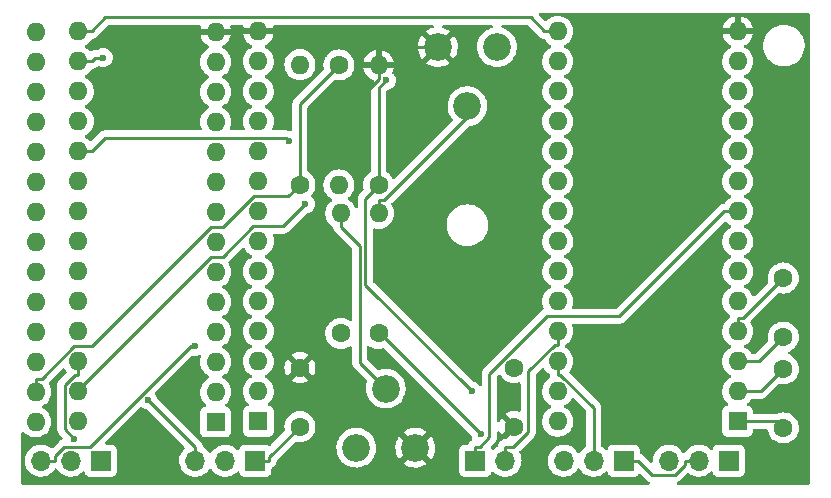
<source format=gbl>
G04 #@! TF.GenerationSoftware,KiCad,Pcbnew,(6.0.5)*
G04 #@! TF.CreationDate,2023-10-24T22:29:54+02:00*
G04 #@! TF.ProjectId,C128DCR Dual SID,43313238-4443-4522-9044-75616c205349,D*
G04 #@! TF.SameCoordinates,Original*
G04 #@! TF.FileFunction,Copper,L2,Bot*
G04 #@! TF.FilePolarity,Positive*
%FSLAX46Y46*%
G04 Gerber Fmt 4.6, Leading zero omitted, Abs format (unit mm)*
G04 Created by KiCad (PCBNEW (6.0.5)) date 2023-10-24 22:29:54*
%MOMM*%
%LPD*%
G01*
G04 APERTURE LIST*
G04 #@! TA.AperFunction,ComponentPad*
%ADD10R,1.600000X1.600000*%
G04 #@! TD*
G04 #@! TA.AperFunction,ComponentPad*
%ADD11O,1.600000X1.600000*%
G04 #@! TD*
G04 #@! TA.AperFunction,ComponentPad*
%ADD12C,1.600000*%
G04 #@! TD*
G04 #@! TA.AperFunction,ComponentPad*
%ADD13R,1.700000X1.700000*%
G04 #@! TD*
G04 #@! TA.AperFunction,ComponentPad*
%ADD14O,1.700000X1.700000*%
G04 #@! TD*
G04 #@! TA.AperFunction,ComponentPad*
%ADD15C,2.340000*%
G04 #@! TD*
G04 #@! TA.AperFunction,ViaPad*
%ADD16C,0.600000*%
G04 #@! TD*
G04 #@! TA.AperFunction,Conductor*
%ADD17C,0.250000*%
G04 #@! TD*
G04 APERTURE END LIST*
D10*
X121920000Y-123317000D03*
D11*
X121920000Y-120777000D03*
X121920000Y-118237000D03*
X121920000Y-115697000D03*
X121920000Y-113157000D03*
X121920000Y-110617000D03*
X121920000Y-108077000D03*
X121920000Y-105537000D03*
X121920000Y-102997000D03*
X121920000Y-100457000D03*
X121920000Y-97917000D03*
X121920000Y-95377000D03*
X121920000Y-92837000D03*
X121920000Y-90297000D03*
X106680000Y-90297000D03*
X106680000Y-92837000D03*
X106680000Y-95377000D03*
X106680000Y-97917000D03*
X106680000Y-100457000D03*
X106680000Y-102997000D03*
X106680000Y-105537000D03*
X106680000Y-108077000D03*
X106680000Y-110617000D03*
X106680000Y-113157000D03*
X106680000Y-115697000D03*
X106680000Y-118237000D03*
X106680000Y-120777000D03*
X106680000Y-123317000D03*
D12*
X169976800Y-116128800D03*
X169976800Y-111128800D03*
X169976800Y-123825000D03*
X169976800Y-118825000D03*
D11*
X135712200Y-93111000D03*
D12*
X135712200Y-103271000D03*
D10*
X125531800Y-123255800D03*
D11*
X125531800Y-120715800D03*
X125531800Y-118175800D03*
X125531800Y-115635800D03*
X125531800Y-113095800D03*
X125531800Y-110555800D03*
X125531800Y-108015800D03*
X125531800Y-105475800D03*
X125531800Y-102935800D03*
X125531800Y-100395800D03*
X125531800Y-97855800D03*
X125531800Y-95315800D03*
X125531800Y-92775800D03*
X125531800Y-90235800D03*
X110291800Y-90235800D03*
X110291800Y-92775800D03*
X110291800Y-95315800D03*
X110291800Y-97855800D03*
X110291800Y-100395800D03*
X110291800Y-102935800D03*
X110291800Y-105475800D03*
X110291800Y-108015800D03*
X110291800Y-110555800D03*
X110291800Y-113095800D03*
X110291800Y-115635800D03*
X110291800Y-118175800D03*
X110291800Y-120715800D03*
X110291800Y-123255800D03*
D10*
X166121000Y-123255800D03*
D11*
X166121000Y-120715800D03*
X166121000Y-118175800D03*
X166121000Y-115635800D03*
X166121000Y-113095800D03*
X166121000Y-110555800D03*
X166121000Y-108015800D03*
X166121000Y-105475800D03*
X166121000Y-102935800D03*
X166121000Y-100395800D03*
X166121000Y-97855800D03*
X166121000Y-95315800D03*
X166121000Y-92775800D03*
X166121000Y-90235800D03*
X150881000Y-90235800D03*
X150881000Y-92775800D03*
X150881000Y-95315800D03*
X150881000Y-97855800D03*
X150881000Y-100395800D03*
X150881000Y-102935800D03*
X150881000Y-105475800D03*
X150881000Y-108015800D03*
X150881000Y-110555800D03*
X150881000Y-113095800D03*
X150881000Y-115635800D03*
X150881000Y-118175800D03*
X150881000Y-120715800D03*
X150881000Y-123255800D03*
D13*
X143911400Y-126593600D03*
D14*
X146451400Y-126593600D03*
X120192800Y-126593600D03*
X122732800Y-126593600D03*
D13*
X125272800Y-126593600D03*
D12*
X132511800Y-115824000D03*
D11*
X132511800Y-105664000D03*
D12*
X135712200Y-115824000D03*
D11*
X135712200Y-105664000D03*
D12*
X132359400Y-93091000D03*
D11*
X132359400Y-103251000D03*
D12*
X129057400Y-103225600D03*
D11*
X129057400Y-93065600D03*
D15*
X138822200Y-125493600D03*
X136322200Y-120493600D03*
X133822200Y-125493600D03*
D13*
X112191800Y-126593600D03*
D14*
X109651800Y-126593600D03*
X107111800Y-126593600D03*
D13*
X165354000Y-126593600D03*
D14*
X162814000Y-126593600D03*
X160274000Y-126593600D03*
D12*
X147193000Y-118708800D03*
X147193000Y-123708800D03*
X129057400Y-123708800D03*
X129057400Y-118708800D03*
D13*
X156464000Y-126593600D03*
D14*
X153924000Y-126593600D03*
X151384000Y-126593600D03*
D15*
X140741400Y-91567000D03*
X143241400Y-96567000D03*
X145741400Y-91567000D03*
D16*
X144384000Y-124358500D03*
X120169400Y-116905800D03*
X129503500Y-104866600D03*
X143607000Y-120715800D03*
X136361100Y-94403600D03*
X109956400Y-124746500D03*
X128145700Y-99498700D03*
X112405100Y-92474000D03*
X116163600Y-121428300D03*
D17*
X126449700Y-126316500D02*
X126449700Y-126593600D01*
X129057400Y-123708800D02*
X126449700Y-126316500D01*
X125272800Y-126593600D02*
X126449700Y-126593600D01*
X136179200Y-104537100D02*
X135712200Y-104537100D01*
X143241400Y-97474900D02*
X136179200Y-104537100D01*
X143241400Y-96567000D02*
X143241400Y-97474900D01*
X135712200Y-105664000D02*
X135712200Y-104537100D01*
X134112100Y-108391200D02*
X132511800Y-106790900D01*
X134112100Y-118283500D02*
X134112100Y-108391200D01*
X136322200Y-120493600D02*
X134112100Y-118283500D01*
X132511800Y-105664000D02*
X132511800Y-106790900D01*
X135849500Y-115824000D02*
X135712200Y-115824000D01*
X144384000Y-124358500D02*
X135849500Y-115824000D01*
X107111800Y-126593600D02*
X108288700Y-126593600D01*
X108288700Y-126225700D02*
X108288700Y-126593600D01*
X109097700Y-125416700D02*
X108288700Y-126225700D01*
X111288700Y-125416700D02*
X109097700Y-125416700D01*
X119799600Y-116905800D02*
X111288700Y-125416700D01*
X120169400Y-116905800D02*
X119799600Y-116905800D01*
X161637100Y-126959400D02*
X161637100Y-126593600D01*
X160805800Y-127790700D02*
X161637100Y-126959400D01*
X158838000Y-127790700D02*
X160805800Y-127790700D01*
X157640900Y-126593600D02*
X158838000Y-127790700D01*
X156464000Y-126593600D02*
X157640900Y-126593600D01*
X162814000Y-126593600D02*
X161637100Y-126593600D01*
X110291800Y-120598100D02*
X110291800Y-120715800D01*
X121542900Y-109347000D02*
X110291800Y-120598100D01*
X122512600Y-109347000D02*
X121542900Y-109347000D01*
X125113800Y-106745800D02*
X122512600Y-109347000D01*
X127624300Y-106745800D02*
X125113800Y-106745800D01*
X129503500Y-104866600D02*
X127624300Y-106745800D01*
X134585300Y-111694100D02*
X143607000Y-120715800D01*
X134585300Y-104423300D02*
X134585300Y-111694100D01*
X135712200Y-103296400D02*
X134585300Y-104423300D01*
X135712200Y-95052500D02*
X136361100Y-94403600D01*
X135712200Y-103296400D02*
X135712200Y-95052500D01*
X106680000Y-120777000D02*
X106680000Y-119650100D01*
X129057400Y-96393000D02*
X132359400Y-93091000D01*
X129057400Y-103225600D02*
X129057400Y-96393000D01*
X107201100Y-119650100D02*
X106680000Y-119650100D01*
X109945400Y-116905800D02*
X107201100Y-119650100D01*
X111459600Y-116905800D02*
X109945400Y-116905800D01*
X121558400Y-106807000D02*
X111459600Y-116905800D01*
X122563000Y-106807000D02*
X121558400Y-106807000D01*
X125164200Y-104205800D02*
X122563000Y-106807000D01*
X128077200Y-104205800D02*
X125164200Y-104205800D01*
X129057400Y-103225600D02*
X128077200Y-104205800D01*
X151114500Y-119302700D02*
X150881000Y-119302700D01*
X153924000Y-122112200D02*
X151114500Y-119302700D01*
X153924000Y-126593600D02*
X153924000Y-122112200D01*
X150881000Y-118175800D02*
X150881000Y-119302700D01*
X156104100Y-114365800D02*
X164994100Y-105475800D01*
X149940600Y-114365800D02*
X156104100Y-114365800D01*
X145088300Y-119218100D02*
X149940600Y-114365800D01*
X145088300Y-124607700D02*
X145088300Y-119218100D01*
X144279300Y-125416700D02*
X145088300Y-124607700D01*
X143911400Y-125416700D02*
X144279300Y-125416700D01*
X143911400Y-126593600D02*
X143911400Y-125416700D01*
X166121000Y-105475800D02*
X164994100Y-105475800D01*
X109147000Y-123937100D02*
X109956400Y-124746500D01*
X109147000Y-120165800D02*
X109147000Y-123937100D01*
X110010100Y-119302700D02*
X109147000Y-120165800D01*
X110291800Y-119302700D02*
X110010100Y-119302700D01*
X110291800Y-118175800D02*
X110291800Y-119302700D01*
X168086000Y-120715800D02*
X169976800Y-118825000D01*
X166121000Y-120715800D02*
X168086000Y-120715800D01*
X169407600Y-123255800D02*
X169976800Y-123825000D01*
X166121000Y-123255800D02*
X169407600Y-123255800D01*
X166596700Y-114508900D02*
X169976800Y-111128800D01*
X166121000Y-114508900D02*
X166596700Y-114508900D01*
X166121000Y-115635800D02*
X166121000Y-114508900D01*
X167929800Y-118175800D02*
X169976800Y-116128800D01*
X166121000Y-118175800D02*
X167929800Y-118175800D01*
X112549600Y-99264900D02*
X111418700Y-100395800D01*
X127911900Y-99264900D02*
X112549600Y-99264900D01*
X128145700Y-99498700D02*
X127911900Y-99264900D01*
X110291800Y-100395800D02*
X111418700Y-100395800D01*
X111720500Y-92474000D02*
X111418700Y-92775800D01*
X112405100Y-92474000D02*
X111720500Y-92474000D01*
X110291800Y-92775800D02*
X111418700Y-92775800D01*
X112588600Y-89065900D02*
X111418700Y-90235800D01*
X148584200Y-89065900D02*
X112588600Y-89065900D01*
X149754100Y-90235800D02*
X148584200Y-89065900D01*
X150881000Y-90235800D02*
X149754100Y-90235800D01*
X110291800Y-90235800D02*
X111418700Y-90235800D01*
X135712200Y-93136400D02*
X135712200Y-94263300D01*
X130456600Y-117309600D02*
X129057400Y-118708800D01*
X130638200Y-117309600D02*
X130456600Y-117309600D01*
X130638200Y-99337300D02*
X130638200Y-117309600D01*
X135712200Y-94263300D02*
X130638200Y-99337300D01*
X130638200Y-117309600D02*
X138822200Y-125493600D01*
X131684700Y-90235800D02*
X125531800Y-90235800D01*
X134585300Y-93136400D02*
X131684700Y-90235800D01*
X135712200Y-93136400D02*
X134585300Y-93136400D01*
X138408500Y-91567000D02*
X136839100Y-93136400D01*
X140741400Y-91567000D02*
X138408500Y-91567000D01*
X135712200Y-93136400D02*
X136839100Y-93136400D01*
X120152000Y-125416700D02*
X116163600Y-121428300D01*
X120192800Y-125416700D02*
X120152000Y-125416700D01*
X120192800Y-126593600D02*
X120192800Y-125416700D01*
X150647500Y-116762700D02*
X150881000Y-116762700D01*
X148379900Y-119030300D02*
X150647500Y-116762700D01*
X148379900Y-124150200D02*
X148379900Y-119030300D01*
X147113400Y-125416700D02*
X148379900Y-124150200D01*
X146451400Y-125416700D02*
X147113400Y-125416700D01*
X146451400Y-126593600D02*
X146451400Y-125416700D01*
X150881000Y-115635800D02*
X150881000Y-116762700D01*
G04 #@! TA.AperFunction,Conductor*
G36*
X120629900Y-89719402D02*
G01*
X120676393Y-89773058D01*
X120686497Y-89843332D01*
X120683486Y-89858011D01*
X120638606Y-90025503D01*
X120638942Y-90039599D01*
X120646884Y-90043000D01*
X123187967Y-90043000D01*
X123201498Y-90039027D01*
X123202727Y-90030478D01*
X123156514Y-89858011D01*
X123158204Y-89787035D01*
X123197998Y-89728239D01*
X123263262Y-89700291D01*
X123278221Y-89699400D01*
X124157180Y-89699400D01*
X124225301Y-89719402D01*
X124271794Y-89773058D01*
X124281898Y-89843332D01*
X124278887Y-89858011D01*
X124250406Y-89964303D01*
X124250742Y-89978399D01*
X124258684Y-89981800D01*
X126799767Y-89981800D01*
X126813298Y-89977827D01*
X126814527Y-89969278D01*
X126784713Y-89858011D01*
X126786403Y-89787035D01*
X126826197Y-89728239D01*
X126891462Y-89700291D01*
X126906420Y-89699400D01*
X140269488Y-89699400D01*
X140337609Y-89719402D01*
X140384102Y-89773058D01*
X140394206Y-89843332D01*
X140364712Y-89907912D01*
X140304746Y-89946366D01*
X140156603Y-89989546D01*
X140147850Y-89992818D01*
X139929854Y-90093316D01*
X139921699Y-90097836D01*
X139761536Y-90202844D01*
X139752399Y-90213585D01*
X139756972Y-90223361D01*
X140728590Y-91194980D01*
X140742531Y-91202592D01*
X140744366Y-91202461D01*
X140750980Y-91198210D01*
X141722329Y-90226860D01*
X141728713Y-90215169D01*
X141719303Y-90203061D01*
X141599273Y-90119793D01*
X141591246Y-90115065D01*
X141375940Y-90008888D01*
X141367307Y-90005400D01*
X141179874Y-89945402D01*
X141121094Y-89905584D01*
X141093172Y-89840309D01*
X141104973Y-89770300D01*
X141152751Y-89717785D01*
X141218287Y-89699400D01*
X145267699Y-89699400D01*
X145335820Y-89719402D01*
X145382313Y-89773058D01*
X145392417Y-89843332D01*
X145362923Y-89907912D01*
X145302959Y-89946366D01*
X145151928Y-89990387D01*
X145147675Y-89992347D01*
X145147674Y-89992348D01*
X145114345Y-90007713D01*
X144925365Y-90094834D01*
X144921456Y-90097397D01*
X144720642Y-90229056D01*
X144720637Y-90229060D01*
X144716729Y-90231622D01*
X144649613Y-90291525D01*
X144601930Y-90334084D01*
X144530602Y-90397746D01*
X144371075Y-90589557D01*
X144241652Y-90802840D01*
X144239843Y-90807154D01*
X144239842Y-90807156D01*
X144147094Y-91028335D01*
X144145175Y-91032911D01*
X144144024Y-91037443D01*
X144144023Y-91037446D01*
X144132201Y-91083997D01*
X144083765Y-91274714D01*
X144058770Y-91522939D01*
X144058994Y-91527606D01*
X144058994Y-91527611D01*
X144061944Y-91589020D01*
X144070739Y-91772131D01*
X144119410Y-92016818D01*
X144203714Y-92251622D01*
X144321798Y-92471386D01*
X144324593Y-92475130D01*
X144324595Y-92475132D01*
X144343642Y-92500639D01*
X144471068Y-92671283D01*
X144648244Y-92846921D01*
X144652006Y-92849679D01*
X144652009Y-92849682D01*
X144763539Y-92931458D01*
X144849436Y-92994440D01*
X144853571Y-92996616D01*
X144853575Y-92996618D01*
X144968563Y-93057116D01*
X145070223Y-93110602D01*
X145115396Y-93126377D01*
X145299950Y-93190826D01*
X145305754Y-93192853D01*
X145310347Y-93193725D01*
X145546267Y-93238516D01*
X145546270Y-93238516D01*
X145550856Y-93239387D01*
X145675500Y-93244285D01*
X145795475Y-93248999D01*
X145795481Y-93248999D01*
X145800143Y-93249182D01*
X145889581Y-93239387D01*
X146043487Y-93222532D01*
X146043492Y-93222531D01*
X146048140Y-93222022D01*
X146066744Y-93217124D01*
X146284876Y-93159694D01*
X146284878Y-93159693D01*
X146289399Y-93158503D01*
X146294799Y-93156183D01*
X146514324Y-93061868D01*
X146514326Y-93061867D01*
X146518618Y-93060023D01*
X146621079Y-92996618D01*
X146726791Y-92931202D01*
X146726795Y-92931199D01*
X146730764Y-92928743D01*
X146802052Y-92868393D01*
X146917609Y-92770567D01*
X146917610Y-92770566D01*
X146921175Y-92767548D01*
X147002716Y-92674569D01*
X147082587Y-92583494D01*
X147082591Y-92583489D01*
X147085669Y-92579979D01*
X147102203Y-92554275D01*
X147218103Y-92374087D01*
X147220631Y-92370157D01*
X147323097Y-92142691D01*
X147390816Y-91902578D01*
X147408013Y-91767398D01*
X147421902Y-91658222D01*
X147421902Y-91658218D01*
X147422300Y-91655092D01*
X147422384Y-91651909D01*
X147424030Y-91589020D01*
X147424607Y-91567000D01*
X147421680Y-91527611D01*
X147406464Y-91322858D01*
X147406463Y-91322854D01*
X147406118Y-91318206D01*
X147351059Y-91074878D01*
X147336564Y-91037605D01*
X147262331Y-90846714D01*
X147262330Y-90846712D01*
X147260638Y-90842361D01*
X147257574Y-90836999D01*
X147160522Y-90667195D01*
X147136842Y-90625763D01*
X146982390Y-90429842D01*
X146800676Y-90258902D01*
X146679708Y-90174984D01*
X146599530Y-90119362D01*
X146599525Y-90119359D01*
X146595692Y-90116700D01*
X146591510Y-90114637D01*
X146591502Y-90114633D01*
X146376128Y-90008423D01*
X146376125Y-90008422D01*
X146371940Y-90006358D01*
X146329642Y-89992818D01*
X146181515Y-89945402D01*
X146122735Y-89905584D01*
X146094813Y-89840309D01*
X146106614Y-89770300D01*
X146154392Y-89717785D01*
X146219928Y-89699400D01*
X148269606Y-89699400D01*
X148337727Y-89719402D01*
X148358701Y-89736305D01*
X149250443Y-90628047D01*
X149257987Y-90636337D01*
X149262100Y-90642818D01*
X149267877Y-90648243D01*
X149311767Y-90689458D01*
X149314609Y-90692213D01*
X149334330Y-90711934D01*
X149337525Y-90714412D01*
X149346547Y-90722118D01*
X149378779Y-90752386D01*
X149385728Y-90756206D01*
X149396532Y-90762146D01*
X149413056Y-90772999D01*
X149429059Y-90785413D01*
X149469643Y-90802976D01*
X149480273Y-90808183D01*
X149519040Y-90829495D01*
X149526717Y-90831466D01*
X149526722Y-90831468D01*
X149538658Y-90834532D01*
X149557366Y-90840937D01*
X149575955Y-90848981D01*
X149583780Y-90850220D01*
X149583782Y-90850221D01*
X149619619Y-90855897D01*
X149631240Y-90858304D01*
X149666388Y-90867328D01*
X149666391Y-90867328D01*
X149674070Y-90869300D01*
X149677871Y-90869300D01*
X149741265Y-90896948D01*
X149763610Y-90921302D01*
X149871146Y-91074878D01*
X149874802Y-91080100D01*
X150036700Y-91241998D01*
X150041208Y-91245155D01*
X150041211Y-91245157D01*
X150076941Y-91270175D01*
X150224251Y-91373323D01*
X150229233Y-91375646D01*
X150229238Y-91375649D01*
X150263457Y-91391605D01*
X150316742Y-91438522D01*
X150336203Y-91506799D01*
X150315661Y-91574759D01*
X150263457Y-91619995D01*
X150229238Y-91635951D01*
X150229233Y-91635954D01*
X150224251Y-91638277D01*
X150136849Y-91699477D01*
X150041211Y-91766443D01*
X150041208Y-91766445D01*
X150036700Y-91769602D01*
X149874802Y-91931500D01*
X149871645Y-91936008D01*
X149871643Y-91936011D01*
X149818369Y-92012095D01*
X149743477Y-92119051D01*
X149741154Y-92124033D01*
X149741151Y-92124038D01*
X149662016Y-92293745D01*
X149646716Y-92326557D01*
X149645294Y-92331865D01*
X149645293Y-92331867D01*
X149597670Y-92509596D01*
X149587457Y-92547713D01*
X149567502Y-92775800D01*
X149587457Y-93003887D01*
X149588881Y-93009200D01*
X149588881Y-93009202D01*
X149640724Y-93202679D01*
X149646716Y-93225043D01*
X149649039Y-93230024D01*
X149649039Y-93230025D01*
X149741151Y-93427562D01*
X149741154Y-93427567D01*
X149743477Y-93432549D01*
X149815167Y-93534933D01*
X149836258Y-93565053D01*
X149874802Y-93620100D01*
X150036700Y-93781998D01*
X150041208Y-93785155D01*
X150041211Y-93785157D01*
X150118537Y-93839301D01*
X150224251Y-93913323D01*
X150229233Y-93915646D01*
X150229238Y-93915649D01*
X150263457Y-93931605D01*
X150316742Y-93978522D01*
X150336203Y-94046799D01*
X150315661Y-94114759D01*
X150263457Y-94159995D01*
X150229238Y-94175951D01*
X150229233Y-94175954D01*
X150224251Y-94178277D01*
X150121229Y-94250414D01*
X150041211Y-94306443D01*
X150041208Y-94306445D01*
X150036700Y-94309602D01*
X149874802Y-94471500D01*
X149871645Y-94476008D01*
X149871643Y-94476011D01*
X149816902Y-94554189D01*
X149743477Y-94659051D01*
X149741154Y-94664033D01*
X149741151Y-94664038D01*
X149655991Y-94846666D01*
X149646716Y-94866557D01*
X149645294Y-94871865D01*
X149645293Y-94871867D01*
X149600152Y-95040335D01*
X149587457Y-95087713D01*
X149567502Y-95315800D01*
X149587457Y-95543887D01*
X149588881Y-95549200D01*
X149588881Y-95549202D01*
X149603856Y-95605087D01*
X149646716Y-95765043D01*
X149649039Y-95770024D01*
X149649039Y-95770025D01*
X149741151Y-95967562D01*
X149741154Y-95967567D01*
X149743477Y-95972549D01*
X149805901Y-96061699D01*
X149842515Y-96113989D01*
X149874802Y-96160100D01*
X150036700Y-96321998D01*
X150041208Y-96325155D01*
X150041211Y-96325157D01*
X150080882Y-96352935D01*
X150224251Y-96453323D01*
X150229233Y-96455646D01*
X150229238Y-96455649D01*
X150263457Y-96471605D01*
X150316742Y-96518522D01*
X150336203Y-96586799D01*
X150315661Y-96654759D01*
X150263457Y-96699995D01*
X150229238Y-96715951D01*
X150229233Y-96715954D01*
X150224251Y-96718277D01*
X150136849Y-96779477D01*
X150041211Y-96846443D01*
X150041208Y-96846445D01*
X150036700Y-96849602D01*
X149874802Y-97011500D01*
X149871645Y-97016008D01*
X149871643Y-97016011D01*
X149816902Y-97094189D01*
X149743477Y-97199051D01*
X149741154Y-97204033D01*
X149741151Y-97204038D01*
X149665676Y-97365896D01*
X149646716Y-97406557D01*
X149645294Y-97411865D01*
X149645293Y-97411867D01*
X149588881Y-97622398D01*
X149587457Y-97627713D01*
X149567502Y-97855800D01*
X149587457Y-98083887D01*
X149588881Y-98089200D01*
X149588881Y-98089202D01*
X149607770Y-98159694D01*
X149646716Y-98305043D01*
X149649039Y-98310024D01*
X149649039Y-98310025D01*
X149741151Y-98507562D01*
X149741154Y-98507567D01*
X149743477Y-98512549D01*
X149795716Y-98587154D01*
X149868557Y-98691181D01*
X149874802Y-98700100D01*
X150036700Y-98861998D01*
X150041208Y-98865155D01*
X150041211Y-98865157D01*
X150118537Y-98919301D01*
X150224251Y-98993323D01*
X150229233Y-98995646D01*
X150229238Y-98995649D01*
X150263457Y-99011605D01*
X150316742Y-99058522D01*
X150336203Y-99126799D01*
X150315661Y-99194759D01*
X150263457Y-99239995D01*
X150229238Y-99255951D01*
X150229233Y-99255954D01*
X150224251Y-99258277D01*
X150136849Y-99319477D01*
X150041211Y-99386443D01*
X150041208Y-99386445D01*
X150036700Y-99389602D01*
X149874802Y-99551500D01*
X149871645Y-99556008D01*
X149871643Y-99556011D01*
X149816902Y-99634189D01*
X149743477Y-99739051D01*
X149741154Y-99744033D01*
X149741151Y-99744038D01*
X149669172Y-99898400D01*
X149646716Y-99946557D01*
X149645294Y-99951865D01*
X149645293Y-99951867D01*
X149621053Y-100042332D01*
X149587457Y-100167713D01*
X149567502Y-100395800D01*
X149587457Y-100623887D01*
X149588881Y-100629200D01*
X149588881Y-100629202D01*
X149640710Y-100822627D01*
X149646716Y-100845043D01*
X149649039Y-100850024D01*
X149649039Y-100850025D01*
X149741151Y-101047562D01*
X149741154Y-101047567D01*
X149743477Y-101052549D01*
X149874802Y-101240100D01*
X150036700Y-101401998D01*
X150041208Y-101405155D01*
X150041211Y-101405157D01*
X150118537Y-101459301D01*
X150224251Y-101533323D01*
X150229233Y-101535646D01*
X150229238Y-101535649D01*
X150263457Y-101551605D01*
X150316742Y-101598522D01*
X150336203Y-101666799D01*
X150315661Y-101734759D01*
X150263457Y-101779995D01*
X150229238Y-101795951D01*
X150229233Y-101795954D01*
X150224251Y-101798277D01*
X150136849Y-101859477D01*
X150041211Y-101926443D01*
X150041208Y-101926445D01*
X150036700Y-101929602D01*
X149874802Y-102091500D01*
X149871645Y-102096008D01*
X149871643Y-102096011D01*
X149816902Y-102174189D01*
X149743477Y-102279051D01*
X149741154Y-102284033D01*
X149741151Y-102284038D01*
X149672524Y-102431211D01*
X149646716Y-102486557D01*
X149645294Y-102491865D01*
X149645293Y-102491867D01*
X149625873Y-102564343D01*
X149587457Y-102707713D01*
X149567502Y-102935800D01*
X149587457Y-103163887D01*
X149588881Y-103169200D01*
X149588881Y-103169202D01*
X149603856Y-103225087D01*
X149646716Y-103385043D01*
X149649039Y-103390024D01*
X149649039Y-103390025D01*
X149741151Y-103587562D01*
X149741154Y-103587567D01*
X149743477Y-103592549D01*
X149874802Y-103780100D01*
X150036700Y-103941998D01*
X150041208Y-103945155D01*
X150041211Y-103945157D01*
X150052361Y-103952964D01*
X150224251Y-104073323D01*
X150229233Y-104075646D01*
X150229238Y-104075649D01*
X150263457Y-104091605D01*
X150316742Y-104138522D01*
X150336203Y-104206799D01*
X150315661Y-104274759D01*
X150263457Y-104319995D01*
X150229238Y-104335951D01*
X150229233Y-104335954D01*
X150224251Y-104338277D01*
X150136849Y-104399477D01*
X150041211Y-104466443D01*
X150041208Y-104466445D01*
X150036700Y-104469602D01*
X149874802Y-104631500D01*
X149871645Y-104636008D01*
X149871643Y-104636011D01*
X149819596Y-104710342D01*
X149743477Y-104819051D01*
X149741154Y-104824033D01*
X149741151Y-104824038D01*
X149657816Y-105002753D01*
X149646716Y-105026557D01*
X149645294Y-105031865D01*
X149645293Y-105031867D01*
X149594865Y-105220067D01*
X149587457Y-105247713D01*
X149567502Y-105475800D01*
X149587457Y-105703887D01*
X149588881Y-105709200D01*
X149588881Y-105709202D01*
X149639310Y-105897402D01*
X149646716Y-105925043D01*
X149649039Y-105930024D01*
X149649039Y-105930025D01*
X149741151Y-106127562D01*
X149741154Y-106127567D01*
X149743477Y-106132549D01*
X149816902Y-106237411D01*
X149852299Y-106287962D01*
X149874802Y-106320100D01*
X150036700Y-106481998D01*
X150041208Y-106485155D01*
X150041211Y-106485157D01*
X150118537Y-106539301D01*
X150224251Y-106613323D01*
X150229233Y-106615646D01*
X150229238Y-106615649D01*
X150263457Y-106631605D01*
X150316742Y-106678522D01*
X150336203Y-106746799D01*
X150315661Y-106814759D01*
X150263457Y-106859995D01*
X150229238Y-106875951D01*
X150229233Y-106875954D01*
X150224251Y-106878277D01*
X150136849Y-106939477D01*
X150041211Y-107006443D01*
X150041208Y-107006445D01*
X150036700Y-107009602D01*
X149874802Y-107171500D01*
X149871645Y-107176008D01*
X149871643Y-107176011D01*
X149823525Y-107244731D01*
X149743477Y-107359051D01*
X149741154Y-107364033D01*
X149741151Y-107364038D01*
X149675289Y-107505282D01*
X149646716Y-107566557D01*
X149645294Y-107571865D01*
X149645293Y-107571867D01*
X149592800Y-107767771D01*
X149587457Y-107787713D01*
X149567502Y-108015800D01*
X149587457Y-108243887D01*
X149588881Y-108249200D01*
X149588881Y-108249202D01*
X149629022Y-108399007D01*
X149646716Y-108465043D01*
X149649039Y-108470024D01*
X149649039Y-108470025D01*
X149741151Y-108667562D01*
X149741154Y-108667567D01*
X149743477Y-108672549D01*
X149874802Y-108860100D01*
X150036700Y-109021998D01*
X150041208Y-109025155D01*
X150041211Y-109025157D01*
X150082473Y-109054049D01*
X150224251Y-109153323D01*
X150229233Y-109155646D01*
X150229238Y-109155649D01*
X150263457Y-109171605D01*
X150316742Y-109218522D01*
X150336203Y-109286799D01*
X150315661Y-109354759D01*
X150263457Y-109399995D01*
X150229238Y-109415951D01*
X150229233Y-109415954D01*
X150224251Y-109418277D01*
X150136849Y-109479477D01*
X150041211Y-109546443D01*
X150041208Y-109546445D01*
X150036700Y-109549602D01*
X149874802Y-109711500D01*
X149871645Y-109716008D01*
X149871643Y-109716011D01*
X149816902Y-109794189D01*
X149743477Y-109899051D01*
X149741154Y-109904033D01*
X149741151Y-109904038D01*
X149698999Y-109994434D01*
X149646716Y-110106557D01*
X149645294Y-110111865D01*
X149645293Y-110111867D01*
X149600080Y-110280603D01*
X149587457Y-110327713D01*
X149567502Y-110555800D01*
X149587457Y-110783887D01*
X149588881Y-110789200D01*
X149588881Y-110789202D01*
X149618761Y-110900713D01*
X149646716Y-111005043D01*
X149649039Y-111010024D01*
X149649039Y-111010025D01*
X149741151Y-111207562D01*
X149741154Y-111207567D01*
X149743477Y-111212549D01*
X149816902Y-111317411D01*
X149848263Y-111362198D01*
X149874802Y-111400100D01*
X150036700Y-111561998D01*
X150041208Y-111565155D01*
X150041211Y-111565157D01*
X150118537Y-111619301D01*
X150224251Y-111693323D01*
X150229233Y-111695646D01*
X150229238Y-111695649D01*
X150263457Y-111711605D01*
X150316742Y-111758522D01*
X150336203Y-111826799D01*
X150315661Y-111894759D01*
X150263457Y-111939995D01*
X150229238Y-111955951D01*
X150229233Y-111955954D01*
X150224251Y-111958277D01*
X150136849Y-112019477D01*
X150041211Y-112086443D01*
X150041208Y-112086445D01*
X150036700Y-112089602D01*
X149874802Y-112251500D01*
X149871645Y-112256008D01*
X149871643Y-112256011D01*
X149816902Y-112334189D01*
X149743477Y-112439051D01*
X149741154Y-112444033D01*
X149741151Y-112444038D01*
X149656664Y-112625223D01*
X149646716Y-112646557D01*
X149645294Y-112651865D01*
X149645293Y-112651867D01*
X149618917Y-112750304D01*
X149587457Y-112867713D01*
X149567502Y-113095800D01*
X149587457Y-113323887D01*
X149588881Y-113329200D01*
X149588881Y-113329202D01*
X149603856Y-113385087D01*
X149646716Y-113545043D01*
X149649039Y-113550024D01*
X149649039Y-113550025D01*
X149691453Y-113640982D01*
X149702114Y-113711174D01*
X149673134Y-113775986D01*
X149638838Y-113803930D01*
X149632983Y-113806248D01*
X149626573Y-113810906D01*
X149626568Y-113810908D01*
X149597225Y-113832228D01*
X149587301Y-113838747D01*
X149556060Y-113857222D01*
X149556055Y-113857226D01*
X149549237Y-113861258D01*
X149534913Y-113875582D01*
X149519881Y-113888421D01*
X149503493Y-113900328D01*
X149475312Y-113934393D01*
X149467322Y-113943173D01*
X144696047Y-118714448D01*
X144687761Y-118721988D01*
X144681282Y-118726100D01*
X144675857Y-118731877D01*
X144634657Y-118775751D01*
X144631902Y-118778593D01*
X144612165Y-118798330D01*
X144609685Y-118801527D01*
X144601982Y-118810547D01*
X144571714Y-118842779D01*
X144567895Y-118849725D01*
X144567893Y-118849728D01*
X144561952Y-118860534D01*
X144551101Y-118877053D01*
X144538686Y-118893059D01*
X144535541Y-118900328D01*
X144535538Y-118900332D01*
X144521126Y-118933637D01*
X144515909Y-118944287D01*
X144494605Y-118983040D01*
X144492634Y-118990715D01*
X144492634Y-118990716D01*
X144489567Y-119002662D01*
X144483163Y-119021366D01*
X144482025Y-119023997D01*
X144475119Y-119039955D01*
X144473880Y-119047778D01*
X144473877Y-119047788D01*
X144468201Y-119083624D01*
X144465795Y-119095244D01*
X144460328Y-119116539D01*
X144454800Y-119138070D01*
X144454800Y-119158324D01*
X144453249Y-119178034D01*
X144450080Y-119198043D01*
X144450826Y-119205935D01*
X144454241Y-119242061D01*
X144454800Y-119253919D01*
X144454800Y-120116371D01*
X144434798Y-120184492D01*
X144381142Y-120230985D01*
X144310868Y-120241089D01*
X144246288Y-120211595D01*
X144239394Y-120205155D01*
X144121778Y-120086715D01*
X144121774Y-120086712D01*
X144116815Y-120081718D01*
X144089563Y-120064423D01*
X144046648Y-120037189D01*
X143963666Y-119984527D01*
X143934463Y-119974128D01*
X143799425Y-119926043D01*
X143799420Y-119926042D01*
X143792790Y-119923681D01*
X143785802Y-119922848D01*
X143785799Y-119922847D01*
X143743008Y-119917745D01*
X143677734Y-119889818D01*
X143668831Y-119881726D01*
X135255705Y-111468600D01*
X135221679Y-111406288D01*
X135218800Y-111379505D01*
X135218800Y-107050659D01*
X135238802Y-106982538D01*
X135292458Y-106936045D01*
X135362732Y-106925941D01*
X135377406Y-106928951D01*
X135484113Y-106957543D01*
X135712200Y-106977498D01*
X135940287Y-106957543D01*
X135945600Y-106956119D01*
X135945602Y-106956119D01*
X136156133Y-106899707D01*
X136156135Y-106899706D01*
X136161443Y-106898284D01*
X136166425Y-106895961D01*
X136363962Y-106803849D01*
X136363967Y-106803846D01*
X136368949Y-106801523D01*
X136425029Y-106762255D01*
X141470458Y-106762255D01*
X141505704Y-107021238D01*
X141507012Y-107025724D01*
X141507012Y-107025726D01*
X141520151Y-107070802D01*
X141578843Y-107272167D01*
X141580803Y-107276420D01*
X141580804Y-107276421D01*
X141595486Y-107308269D01*
X141688268Y-107509528D01*
X141690831Y-107513437D01*
X141829010Y-107724196D01*
X141829014Y-107724201D01*
X141831576Y-107728109D01*
X142005618Y-107923106D01*
X142206570Y-108090237D01*
X142210573Y-108092666D01*
X142426022Y-108223404D01*
X142426026Y-108223406D01*
X142430019Y-108225829D01*
X142671055Y-108326903D01*
X142924383Y-108391241D01*
X142929034Y-108391709D01*
X142929038Y-108391710D01*
X143121908Y-108411131D01*
X143141467Y-108413100D01*
X143296954Y-108413100D01*
X143299279Y-108412927D01*
X143299285Y-108412927D01*
X143486600Y-108399007D01*
X143486604Y-108399006D01*
X143491252Y-108398661D01*
X143495800Y-108397632D01*
X143495806Y-108397631D01*
X143682201Y-108355453D01*
X143746177Y-108340977D01*
X143782369Y-108326903D01*
X143985424Y-108247940D01*
X143985427Y-108247939D01*
X143989777Y-108246247D01*
X144216698Y-108116551D01*
X144421957Y-107954738D01*
X144601043Y-107764363D01*
X144741723Y-107561575D01*
X144747359Y-107553451D01*
X144747361Y-107553448D01*
X144750024Y-107549609D01*
X144811357Y-107425238D01*
X144863560Y-107319381D01*
X144863561Y-107319378D01*
X144865625Y-107315193D01*
X144867842Y-107308269D01*
X144943880Y-107070723D01*
X144945307Y-107066265D01*
X144987321Y-106808293D01*
X144989873Y-106613323D01*
X144990681Y-106551622D01*
X144990681Y-106551619D01*
X144990742Y-106546945D01*
X144955496Y-106287962D01*
X144941073Y-106238477D01*
X144926122Y-106187184D01*
X144882357Y-106037033D01*
X144772932Y-105799672D01*
X144706540Y-105698407D01*
X144632190Y-105585004D01*
X144632186Y-105584999D01*
X144629624Y-105581091D01*
X144455582Y-105386094D01*
X144254630Y-105218963D01*
X144195019Y-105182790D01*
X144035178Y-105085796D01*
X144035174Y-105085794D01*
X144031181Y-105083371D01*
X143790145Y-104982297D01*
X143536817Y-104917959D01*
X143532166Y-104917491D01*
X143532162Y-104917490D01*
X143322871Y-104896416D01*
X143319733Y-104896100D01*
X143164246Y-104896100D01*
X143161921Y-104896273D01*
X143161915Y-104896273D01*
X142974600Y-104910193D01*
X142974596Y-104910194D01*
X142969948Y-104910539D01*
X142965400Y-104911568D01*
X142965394Y-104911569D01*
X142802795Y-104948362D01*
X142715023Y-104968223D01*
X142710671Y-104969915D01*
X142710669Y-104969916D01*
X142475776Y-105061260D01*
X142475773Y-105061261D01*
X142471423Y-105062953D01*
X142467369Y-105065270D01*
X142467367Y-105065271D01*
X142436474Y-105082928D01*
X142244502Y-105192649D01*
X142039243Y-105354462D01*
X141860157Y-105544837D01*
X141711176Y-105759591D01*
X141709110Y-105763781D01*
X141709108Y-105763784D01*
X141599404Y-105986243D01*
X141595575Y-105994007D01*
X141515893Y-106242935D01*
X141473879Y-106500907D01*
X141473284Y-106546357D01*
X141471291Y-106698655D01*
X141470458Y-106762255D01*
X136425029Y-106762255D01*
X136499537Y-106710084D01*
X136551989Y-106673357D01*
X136551992Y-106673355D01*
X136556500Y-106670198D01*
X136718398Y-106508300D01*
X136746269Y-106468497D01*
X136805509Y-106383893D01*
X136849723Y-106320749D01*
X136852046Y-106315767D01*
X136852049Y-106315762D01*
X136944161Y-106118225D01*
X136944161Y-106118224D01*
X136946484Y-106113243D01*
X136951257Y-106095432D01*
X137004319Y-105897402D01*
X137004319Y-105897400D01*
X137005743Y-105892087D01*
X137025698Y-105664000D01*
X137005743Y-105435913D01*
X136992394Y-105386094D01*
X136947907Y-105220067D01*
X136947906Y-105220065D01*
X136946484Y-105214757D01*
X136940619Y-105202180D01*
X136852046Y-105012232D01*
X136852044Y-105012229D01*
X136849723Y-105007251D01*
X136809559Y-104949890D01*
X136786872Y-104882616D01*
X136804158Y-104813756D01*
X136823678Y-104788526D01*
X140060600Y-101551605D01*
X143339424Y-98272781D01*
X143401736Y-98238755D01*
X143414800Y-98236625D01*
X143441414Y-98233711D01*
X143543487Y-98222532D01*
X143543492Y-98222531D01*
X143548140Y-98222022D01*
X143552664Y-98220831D01*
X143784876Y-98159694D01*
X143784878Y-98159693D01*
X143789399Y-98158503D01*
X144018618Y-98060023D01*
X144112204Y-98002110D01*
X144226791Y-97931202D01*
X144226795Y-97931199D01*
X144230764Y-97928743D01*
X144323395Y-97850325D01*
X144417609Y-97770567D01*
X144417610Y-97770566D01*
X144421175Y-97767548D01*
X144443454Y-97742144D01*
X144582587Y-97583494D01*
X144582591Y-97583489D01*
X144585669Y-97579979D01*
X144720631Y-97370157D01*
X144823097Y-97142691D01*
X144847400Y-97056521D01*
X144889546Y-96907082D01*
X144889547Y-96907079D01*
X144890816Y-96902578D01*
X144922300Y-96655092D01*
X144924607Y-96567000D01*
X144920880Y-96516849D01*
X144906464Y-96322858D01*
X144906463Y-96322854D01*
X144906118Y-96318206D01*
X144851059Y-96074878D01*
X144849366Y-96070524D01*
X144762331Y-95846714D01*
X144762330Y-95846712D01*
X144760638Y-95842361D01*
X144636842Y-95625763D01*
X144482390Y-95429842D01*
X144300676Y-95258902D01*
X144184560Y-95178350D01*
X144099530Y-95119362D01*
X144099525Y-95119359D01*
X144095692Y-95116700D01*
X144091510Y-95114637D01*
X144091502Y-95114633D01*
X143876128Y-95008423D01*
X143876125Y-95008422D01*
X143871940Y-95006358D01*
X143860332Y-95002642D01*
X143822047Y-94990387D01*
X143634337Y-94930300D01*
X143629730Y-94929550D01*
X143629727Y-94929549D01*
X143392712Y-94890949D01*
X143392713Y-94890949D01*
X143388101Y-94890198D01*
X143267153Y-94888615D01*
X143143320Y-94886994D01*
X143143317Y-94886994D01*
X143138643Y-94886933D01*
X142891442Y-94920575D01*
X142886956Y-94921883D01*
X142886954Y-94921883D01*
X142858077Y-94930300D01*
X142651928Y-94990387D01*
X142647675Y-94992347D01*
X142647674Y-94992348D01*
X142625345Y-95002642D01*
X142425365Y-95094834D01*
X142421456Y-95097397D01*
X142220642Y-95229056D01*
X142220637Y-95229060D01*
X142216729Y-95231622D01*
X142030602Y-95397746D01*
X141871075Y-95589557D01*
X141741652Y-95802840D01*
X141739843Y-95807154D01*
X141739842Y-95807156D01*
X141653986Y-96011900D01*
X141645175Y-96032911D01*
X141644024Y-96037443D01*
X141644023Y-96037446D01*
X141634517Y-96074878D01*
X141583765Y-96274714D01*
X141558770Y-96522939D01*
X141558994Y-96527606D01*
X141558994Y-96527611D01*
X141561497Y-96579722D01*
X141570739Y-96772131D01*
X141619410Y-97016818D01*
X141703714Y-97251622D01*
X141821798Y-97471386D01*
X141971068Y-97671283D01*
X141974388Y-97674574D01*
X141977027Y-97677610D01*
X142006622Y-97742144D01*
X141996629Y-97812434D01*
X141971028Y-97849368D01*
X137090312Y-102730084D01*
X137028000Y-102764110D01*
X136957185Y-102759045D01*
X136900349Y-102716498D01*
X136887022Y-102694239D01*
X136852049Y-102619238D01*
X136852046Y-102619233D01*
X136849723Y-102614251D01*
X136764029Y-102491867D01*
X136721557Y-102431211D01*
X136721555Y-102431208D01*
X136718398Y-102426700D01*
X136556500Y-102264802D01*
X136551992Y-102261645D01*
X136551989Y-102261643D01*
X136399429Y-102154819D01*
X136355101Y-102099362D01*
X136345700Y-102051606D01*
X136345700Y-95367094D01*
X136365702Y-95298973D01*
X136382605Y-95277999D01*
X136421277Y-95239327D01*
X136483589Y-95205301D01*
X136498937Y-95202943D01*
X136524700Y-95200598D01*
X136531402Y-95198420D01*
X136531404Y-95198420D01*
X136690509Y-95146724D01*
X136690512Y-95146723D01*
X136697208Y-95144547D01*
X136853012Y-95051669D01*
X136984366Y-94926582D01*
X137084743Y-94775502D01*
X137128979Y-94659051D01*
X137146655Y-94612520D01*
X137146656Y-94612518D01*
X137149155Y-94605938D01*
X137155030Y-94564133D01*
X137173848Y-94430239D01*
X137173848Y-94430236D01*
X137174399Y-94426317D01*
X137174716Y-94403600D01*
X137154497Y-94223345D01*
X137152180Y-94216691D01*
X137097164Y-94058706D01*
X137097162Y-94058703D01*
X137094845Y-94052048D01*
X137047851Y-93976841D01*
X137002459Y-93904198D01*
X136998726Y-93898224D01*
X136917494Y-93816423D01*
X136883687Y-93753994D01*
X136888998Y-93683196D01*
X136892705Y-93674390D01*
X136943690Y-93565053D01*
X136947436Y-93554761D01*
X136993594Y-93382497D01*
X136993258Y-93368401D01*
X136985316Y-93365000D01*
X134444233Y-93365000D01*
X134430702Y-93368973D01*
X134429473Y-93377522D01*
X134476964Y-93554761D01*
X134480710Y-93565053D01*
X134572786Y-93762511D01*
X134578269Y-93772007D01*
X134703228Y-93950467D01*
X134710284Y-93958875D01*
X134864325Y-94112916D01*
X134872733Y-94119972D01*
X135051193Y-94244931D01*
X135060689Y-94250414D01*
X135258141Y-94342487D01*
X135268166Y-94346136D01*
X135325336Y-94388232D01*
X135350673Y-94454554D01*
X135336131Y-94524045D01*
X135307513Y-94559021D01*
X135305182Y-94560500D01*
X135299758Y-94566276D01*
X135258557Y-94610151D01*
X135255802Y-94612993D01*
X135236065Y-94632730D01*
X135233585Y-94635927D01*
X135225882Y-94644947D01*
X135195614Y-94677179D01*
X135191795Y-94684125D01*
X135191793Y-94684128D01*
X135185852Y-94694934D01*
X135175001Y-94711453D01*
X135162586Y-94727459D01*
X135159441Y-94734728D01*
X135159438Y-94734732D01*
X135145026Y-94768037D01*
X135139809Y-94778687D01*
X135118505Y-94817440D01*
X135116534Y-94825115D01*
X135116534Y-94825116D01*
X135113467Y-94837062D01*
X135107063Y-94855766D01*
X135099019Y-94874355D01*
X135097780Y-94882178D01*
X135097777Y-94882188D01*
X135092101Y-94918024D01*
X135089695Y-94929644D01*
X135080672Y-94964789D01*
X135078700Y-94972470D01*
X135078700Y-94992724D01*
X135077149Y-95012434D01*
X135073980Y-95032443D01*
X135074726Y-95040335D01*
X135078141Y-95076461D01*
X135078700Y-95088319D01*
X135078700Y-102051606D01*
X135058698Y-102119727D01*
X135024971Y-102154819D01*
X134872411Y-102261643D01*
X134872408Y-102261645D01*
X134867900Y-102264802D01*
X134706002Y-102426700D01*
X134702845Y-102431208D01*
X134702843Y-102431211D01*
X134660371Y-102491867D01*
X134574677Y-102614251D01*
X134572354Y-102619233D01*
X134572351Y-102619238D01*
X134507159Y-102759045D01*
X134477916Y-102821757D01*
X134476494Y-102827065D01*
X134476493Y-102827067D01*
X134420081Y-103037598D01*
X134418657Y-103042913D01*
X134398702Y-103271000D01*
X134418657Y-103499087D01*
X134420081Y-103504400D01*
X134420081Y-103504402D01*
X134441027Y-103582574D01*
X134439337Y-103653551D01*
X134408415Y-103704280D01*
X134193047Y-103919648D01*
X134184761Y-103927188D01*
X134178282Y-103931300D01*
X134172857Y-103937077D01*
X134131657Y-103980951D01*
X134128902Y-103983793D01*
X134109165Y-104003530D01*
X134106685Y-104006727D01*
X134098982Y-104015747D01*
X134068714Y-104047979D01*
X134064895Y-104054925D01*
X134064893Y-104054928D01*
X134058952Y-104065734D01*
X134048101Y-104082253D01*
X134035686Y-104098259D01*
X134032541Y-104105528D01*
X134032538Y-104105532D01*
X134018126Y-104138837D01*
X134012909Y-104149487D01*
X133991605Y-104188240D01*
X133989634Y-104195915D01*
X133989634Y-104195916D01*
X133986567Y-104207862D01*
X133980163Y-104226566D01*
X133972119Y-104245155D01*
X133970880Y-104252978D01*
X133970877Y-104252988D01*
X133965201Y-104288824D01*
X133962795Y-104300444D01*
X133957776Y-104319995D01*
X133951800Y-104343270D01*
X133951800Y-104363524D01*
X133950249Y-104383234D01*
X133947080Y-104403243D01*
X133947826Y-104411135D01*
X133951241Y-104447261D01*
X133951800Y-104459119D01*
X133951800Y-105087566D01*
X133931798Y-105155687D01*
X133878142Y-105202180D01*
X133807868Y-105212284D01*
X133743288Y-105182790D01*
X133711605Y-105140816D01*
X133651649Y-105012238D01*
X133651646Y-105012232D01*
X133649323Y-105007251D01*
X133567069Y-104889781D01*
X133521157Y-104824211D01*
X133521155Y-104824208D01*
X133517998Y-104819700D01*
X133356100Y-104657802D01*
X133351592Y-104654645D01*
X133351589Y-104654643D01*
X133180291Y-104534699D01*
X133168549Y-104526477D01*
X133163568Y-104524154D01*
X133163557Y-104524148D01*
X133156599Y-104520904D01*
X133103315Y-104473987D01*
X133083854Y-104405710D01*
X133104396Y-104337750D01*
X133137579Y-104303497D01*
X133199189Y-104260357D01*
X133199192Y-104260355D01*
X133203700Y-104257198D01*
X133365598Y-104095300D01*
X133371152Y-104087369D01*
X133465263Y-103952964D01*
X133496923Y-103907749D01*
X133499246Y-103902767D01*
X133499249Y-103902762D01*
X133591361Y-103705225D01*
X133591361Y-103705224D01*
X133593684Y-103700243D01*
X133607479Y-103648762D01*
X133651519Y-103484402D01*
X133651519Y-103484400D01*
X133652943Y-103479087D01*
X133672898Y-103251000D01*
X133652943Y-103022913D01*
X133651519Y-103017598D01*
X133595107Y-102807067D01*
X133595106Y-102807065D01*
X133593684Y-102801757D01*
X133560263Y-102730084D01*
X133499249Y-102599238D01*
X133499246Y-102599233D01*
X133496923Y-102594251D01*
X133379602Y-102426700D01*
X133368757Y-102411211D01*
X133368755Y-102411208D01*
X133365598Y-102406700D01*
X133203700Y-102244802D01*
X133199192Y-102241645D01*
X133199189Y-102241643D01*
X133068462Y-102150107D01*
X133016149Y-102113477D01*
X133011167Y-102111154D01*
X133011162Y-102111151D01*
X132813625Y-102019039D01*
X132813624Y-102019039D01*
X132808643Y-102016716D01*
X132803335Y-102015294D01*
X132803333Y-102015293D01*
X132592802Y-101958881D01*
X132592800Y-101958881D01*
X132587487Y-101957457D01*
X132359400Y-101937502D01*
X132131313Y-101957457D01*
X132126000Y-101958881D01*
X132125998Y-101958881D01*
X131915467Y-102015293D01*
X131915465Y-102015294D01*
X131910157Y-102016716D01*
X131905176Y-102019039D01*
X131905175Y-102019039D01*
X131707638Y-102111151D01*
X131707633Y-102111154D01*
X131702651Y-102113477D01*
X131650338Y-102150107D01*
X131519611Y-102241643D01*
X131519608Y-102241645D01*
X131515100Y-102244802D01*
X131353202Y-102406700D01*
X131350045Y-102411208D01*
X131350043Y-102411211D01*
X131339198Y-102426700D01*
X131221877Y-102594251D01*
X131219554Y-102599233D01*
X131219551Y-102599238D01*
X131158537Y-102730084D01*
X131125116Y-102801757D01*
X131123694Y-102807065D01*
X131123693Y-102807067D01*
X131067281Y-103017598D01*
X131065857Y-103022913D01*
X131045902Y-103251000D01*
X131065857Y-103479087D01*
X131067281Y-103484400D01*
X131067281Y-103484402D01*
X131111322Y-103648762D01*
X131125116Y-103700243D01*
X131127439Y-103705224D01*
X131127439Y-103705225D01*
X131219551Y-103902762D01*
X131219554Y-103902767D01*
X131221877Y-103907749D01*
X131253537Y-103952964D01*
X131347649Y-104087369D01*
X131353202Y-104095300D01*
X131515100Y-104257198D01*
X131519608Y-104260355D01*
X131519611Y-104260357D01*
X131580106Y-104302716D01*
X131702651Y-104388523D01*
X131707632Y-104390846D01*
X131707643Y-104390852D01*
X131714601Y-104394096D01*
X131767885Y-104441013D01*
X131787346Y-104509290D01*
X131766804Y-104577250D01*
X131733621Y-104611503D01*
X131672011Y-104654643D01*
X131672008Y-104654645D01*
X131667500Y-104657802D01*
X131505602Y-104819700D01*
X131502445Y-104824208D01*
X131502443Y-104824211D01*
X131456531Y-104889781D01*
X131374277Y-105007251D01*
X131371954Y-105012232D01*
X131371951Y-105012238D01*
X131283381Y-105202180D01*
X131277516Y-105214757D01*
X131276094Y-105220065D01*
X131276093Y-105220067D01*
X131231606Y-105386094D01*
X131218257Y-105435913D01*
X131198302Y-105664000D01*
X131218257Y-105892087D01*
X131219681Y-105897400D01*
X131219681Y-105897402D01*
X131272744Y-106095432D01*
X131277516Y-106113243D01*
X131279839Y-106118224D01*
X131279839Y-106118225D01*
X131371951Y-106315762D01*
X131371954Y-106315767D01*
X131374277Y-106320749D01*
X131418491Y-106383893D01*
X131477732Y-106468497D01*
X131505602Y-106508300D01*
X131667500Y-106670198D01*
X131672008Y-106673355D01*
X131672011Y-106673357D01*
X131724463Y-106710084D01*
X131827161Y-106781994D01*
X131871488Y-106837450D01*
X131879507Y-106875056D01*
X131879637Y-106875035D01*
X131880026Y-106877490D01*
X131880827Y-106881247D01*
X131881127Y-106890789D01*
X131886778Y-106910239D01*
X131890787Y-106929600D01*
X131893326Y-106949697D01*
X131896245Y-106957068D01*
X131896245Y-106957070D01*
X131909604Y-106990812D01*
X131913449Y-107002042D01*
X131919026Y-107021238D01*
X131925782Y-107044493D01*
X131929815Y-107051312D01*
X131929817Y-107051317D01*
X131936093Y-107061928D01*
X131944788Y-107079676D01*
X131952248Y-107098517D01*
X131956910Y-107104933D01*
X131956910Y-107104934D01*
X131978236Y-107134287D01*
X131984752Y-107144207D01*
X132001560Y-107172627D01*
X132007258Y-107182262D01*
X132021579Y-107196583D01*
X132034419Y-107211616D01*
X132046328Y-107228007D01*
X132057454Y-107237211D01*
X132080405Y-107256198D01*
X132089184Y-107264188D01*
X133441695Y-108616700D01*
X133475721Y-108679012D01*
X133478600Y-108705795D01*
X133478600Y-114661533D01*
X133458598Y-114729654D01*
X133404942Y-114776147D01*
X133334668Y-114786251D01*
X133280329Y-114764746D01*
X133173058Y-114689634D01*
X133173056Y-114689633D01*
X133168549Y-114686477D01*
X133163567Y-114684154D01*
X133163562Y-114684151D01*
X132966025Y-114592039D01*
X132966024Y-114592039D01*
X132961043Y-114589716D01*
X132955735Y-114588294D01*
X132955733Y-114588293D01*
X132745202Y-114531881D01*
X132745200Y-114531881D01*
X132739887Y-114530457D01*
X132511800Y-114510502D01*
X132283713Y-114530457D01*
X132278400Y-114531881D01*
X132278398Y-114531881D01*
X132067867Y-114588293D01*
X132067865Y-114588294D01*
X132062557Y-114589716D01*
X132057576Y-114592039D01*
X132057575Y-114592039D01*
X131860038Y-114684151D01*
X131860033Y-114684154D01*
X131855051Y-114686477D01*
X131793388Y-114729654D01*
X131672011Y-114814643D01*
X131672008Y-114814645D01*
X131667500Y-114817802D01*
X131505602Y-114979700D01*
X131502445Y-114984208D01*
X131502443Y-114984211D01*
X131495285Y-114994434D01*
X131374277Y-115167251D01*
X131371954Y-115172233D01*
X131371951Y-115172238D01*
X131279839Y-115369775D01*
X131277516Y-115374757D01*
X131276094Y-115380065D01*
X131276093Y-115380067D01*
X131268685Y-115407713D01*
X131218257Y-115595913D01*
X131198302Y-115824000D01*
X131218257Y-116052087D01*
X131219681Y-116057400D01*
X131219681Y-116057402D01*
X131249750Y-116169618D01*
X131277516Y-116273243D01*
X131279839Y-116278224D01*
X131279839Y-116278225D01*
X131371951Y-116475762D01*
X131371954Y-116475767D01*
X131374277Y-116480749D01*
X131418491Y-116543893D01*
X131491437Y-116648070D01*
X131505602Y-116668300D01*
X131667500Y-116830198D01*
X131672008Y-116833355D01*
X131672011Y-116833357D01*
X131699786Y-116852805D01*
X131855051Y-116961523D01*
X131860033Y-116963846D01*
X131860038Y-116963849D01*
X132034614Y-117045254D01*
X132062557Y-117058284D01*
X132067865Y-117059706D01*
X132067867Y-117059707D01*
X132278398Y-117116119D01*
X132278400Y-117116119D01*
X132283713Y-117117543D01*
X132511800Y-117137498D01*
X132739887Y-117117543D01*
X132745200Y-117116119D01*
X132745202Y-117116119D01*
X132955733Y-117059707D01*
X132955735Y-117059706D01*
X132961043Y-117058284D01*
X132988986Y-117045254D01*
X133163562Y-116963849D01*
X133163567Y-116963846D01*
X133168549Y-116961523D01*
X133197122Y-116941516D01*
X133280329Y-116883254D01*
X133347603Y-116860566D01*
X133416464Y-116877851D01*
X133465048Y-116929621D01*
X133478600Y-116986467D01*
X133478600Y-118204733D01*
X133478073Y-118215916D01*
X133476398Y-118223409D01*
X133476647Y-118231335D01*
X133476647Y-118231336D01*
X133478538Y-118291486D01*
X133478600Y-118295445D01*
X133478600Y-118323356D01*
X133479097Y-118327290D01*
X133479097Y-118327291D01*
X133479105Y-118327356D01*
X133480038Y-118339193D01*
X133481427Y-118383389D01*
X133487078Y-118402839D01*
X133491087Y-118422200D01*
X133493626Y-118442297D01*
X133496545Y-118449668D01*
X133496545Y-118449670D01*
X133509904Y-118483412D01*
X133513749Y-118494642D01*
X133526082Y-118537093D01*
X133530115Y-118543912D01*
X133530117Y-118543917D01*
X133536393Y-118554528D01*
X133545088Y-118572276D01*
X133552548Y-118591117D01*
X133557210Y-118597533D01*
X133557210Y-118597534D01*
X133578536Y-118626887D01*
X133585052Y-118636807D01*
X133607558Y-118674862D01*
X133621879Y-118689183D01*
X133634719Y-118704216D01*
X133646628Y-118720607D01*
X133660251Y-118731877D01*
X133680705Y-118748798D01*
X133689484Y-118756788D01*
X134715274Y-119782578D01*
X134749300Y-119844890D01*
X134742377Y-119920396D01*
X134725975Y-119959511D01*
X134664565Y-120201314D01*
X134639570Y-120449539D01*
X134639794Y-120454206D01*
X134639794Y-120454211D01*
X134641686Y-120493600D01*
X134651539Y-120698731D01*
X134700210Y-120943418D01*
X134784514Y-121178222D01*
X134902598Y-121397986D01*
X134905393Y-121401730D01*
X134905395Y-121401732D01*
X134973894Y-121493463D01*
X135051868Y-121597883D01*
X135229044Y-121773521D01*
X135232806Y-121776279D01*
X135232809Y-121776282D01*
X135402984Y-121901058D01*
X135430236Y-121921040D01*
X135434371Y-121923216D01*
X135434375Y-121923218D01*
X135506700Y-121961270D01*
X135651023Y-122037202D01*
X135763006Y-122076308D01*
X135876549Y-122115959D01*
X135886554Y-122119453D01*
X135891147Y-122120325D01*
X136127067Y-122165116D01*
X136127070Y-122165116D01*
X136131656Y-122165987D01*
X136256299Y-122170884D01*
X136376275Y-122175599D01*
X136376281Y-122175599D01*
X136380943Y-122175782D01*
X136478334Y-122165116D01*
X136624287Y-122149132D01*
X136624292Y-122149131D01*
X136628940Y-122148622D01*
X136732206Y-122121434D01*
X136865676Y-122086294D01*
X136865678Y-122086293D01*
X136870199Y-122085103D01*
X136890670Y-122076308D01*
X137095124Y-121988468D01*
X137095126Y-121988467D01*
X137099418Y-121986623D01*
X137209867Y-121918275D01*
X137307591Y-121857802D01*
X137307595Y-121857799D01*
X137311564Y-121855343D01*
X137389328Y-121789511D01*
X137498409Y-121697167D01*
X137498410Y-121697166D01*
X137501975Y-121694148D01*
X137585967Y-121598374D01*
X137663387Y-121510094D01*
X137663391Y-121510089D01*
X137666469Y-121506579D01*
X137707994Y-121442022D01*
X137798903Y-121300687D01*
X137801431Y-121296757D01*
X137903897Y-121069291D01*
X137909228Y-121050390D01*
X137970346Y-120833682D01*
X137970347Y-120833679D01*
X137971616Y-120829178D01*
X137978950Y-120771525D01*
X138002702Y-120584822D01*
X138002702Y-120584818D01*
X138003100Y-120581692D01*
X138003959Y-120548913D01*
X138005324Y-120496760D01*
X138005407Y-120493600D01*
X137993477Y-120333067D01*
X137987264Y-120249458D01*
X137987263Y-120249454D01*
X137986918Y-120244806D01*
X137931859Y-120001478D01*
X137925267Y-119984527D01*
X137843131Y-119773314D01*
X137843130Y-119773312D01*
X137841438Y-119768961D01*
X137832842Y-119753920D01*
X137756983Y-119621195D01*
X137717642Y-119552363D01*
X137563190Y-119356442D01*
X137381476Y-119185502D01*
X137251369Y-119095244D01*
X137180330Y-119045962D01*
X137180325Y-119045959D01*
X137176492Y-119043300D01*
X137172310Y-119041237D01*
X137172302Y-119041233D01*
X136956928Y-118935023D01*
X136956925Y-118935022D01*
X136952740Y-118932958D01*
X136715137Y-118856900D01*
X136710530Y-118856150D01*
X136710527Y-118856149D01*
X136473512Y-118817549D01*
X136473513Y-118817549D01*
X136468901Y-118816798D01*
X136347953Y-118815215D01*
X136224120Y-118813594D01*
X136224117Y-118813594D01*
X136219443Y-118813533D01*
X135972242Y-118847175D01*
X135733692Y-118916706D01*
X135662697Y-118916566D01*
X135609340Y-118884835D01*
X134782505Y-118058000D01*
X134748479Y-117995688D01*
X134745600Y-117968905D01*
X134745600Y-116986607D01*
X134765602Y-116918486D01*
X134819258Y-116871993D01*
X134889532Y-116861889D01*
X134943871Y-116883394D01*
X135026878Y-116941516D01*
X135055451Y-116961523D01*
X135060433Y-116963846D01*
X135060438Y-116963849D01*
X135235014Y-117045254D01*
X135262957Y-117058284D01*
X135268265Y-117059706D01*
X135268267Y-117059707D01*
X135478798Y-117116119D01*
X135478800Y-117116119D01*
X135484113Y-117117543D01*
X135712200Y-117137498D01*
X135940287Y-117117543D01*
X135945600Y-117116119D01*
X135945602Y-117116119D01*
X136112027Y-117071525D01*
X136183003Y-117073215D01*
X136233733Y-117104137D01*
X143548750Y-124419154D01*
X143582776Y-124481466D01*
X143585054Y-124495953D01*
X143585552Y-124501029D01*
X143588163Y-124527660D01*
X143621461Y-124627757D01*
X143637070Y-124674677D01*
X143645418Y-124699773D01*
X143647024Y-124702425D01*
X143657211Y-124771107D01*
X143628006Y-124835819D01*
X143603022Y-124856102D01*
X143603782Y-124857148D01*
X143558348Y-124890158D01*
X143551811Y-124894601D01*
X143504382Y-124924700D01*
X143498956Y-124930478D01*
X143498955Y-124930479D01*
X143498741Y-124930707D01*
X143480954Y-124946388D01*
X143480709Y-124946566D01*
X143480707Y-124946568D01*
X143474293Y-124951228D01*
X143469239Y-124957337D01*
X143469238Y-124957338D01*
X143438497Y-124994496D01*
X143433266Y-125000430D01*
X143400242Y-125035598D01*
X143400240Y-125035601D01*
X143394814Y-125041379D01*
X143390845Y-125048599D01*
X143377519Y-125068206D01*
X143377320Y-125068446D01*
X143377316Y-125068453D01*
X143372267Y-125074556D01*
X143357891Y-125105107D01*
X143348353Y-125125376D01*
X143344764Y-125132420D01*
X143324213Y-125169802D01*
X143273870Y-125219859D01*
X143213800Y-125235100D01*
X143013266Y-125235100D01*
X142951084Y-125241855D01*
X142814695Y-125292985D01*
X142698139Y-125380339D01*
X142610785Y-125496895D01*
X142559655Y-125633284D01*
X142552900Y-125695466D01*
X142552900Y-127491734D01*
X142559655Y-127553916D01*
X142610785Y-127690305D01*
X142698139Y-127806861D01*
X142814695Y-127894215D01*
X142951084Y-127945345D01*
X143013266Y-127952100D01*
X144809534Y-127952100D01*
X144871716Y-127945345D01*
X145008105Y-127894215D01*
X145124661Y-127806861D01*
X145212015Y-127690305D01*
X145227462Y-127649101D01*
X145255998Y-127572982D01*
X145298640Y-127516218D01*
X145365202Y-127491518D01*
X145434550Y-127506726D01*
X145469217Y-127534714D01*
X145497650Y-127567538D01*
X145669526Y-127710232D01*
X145862400Y-127822938D01*
X146071092Y-127902630D01*
X146076160Y-127903661D01*
X146076163Y-127903662D01*
X146183417Y-127925483D01*
X146289997Y-127947167D01*
X146295172Y-127947357D01*
X146295174Y-127947357D01*
X146508073Y-127955164D01*
X146508077Y-127955164D01*
X146513237Y-127955353D01*
X146518357Y-127954697D01*
X146518359Y-127954697D01*
X146729688Y-127927625D01*
X146729689Y-127927625D01*
X146734816Y-127926968D01*
X146739766Y-127925483D01*
X146943829Y-127864261D01*
X146943834Y-127864259D01*
X146948784Y-127862774D01*
X147149394Y-127764496D01*
X147331260Y-127634773D01*
X147489496Y-127477089D01*
X147548994Y-127394289D01*
X147616835Y-127299877D01*
X147619853Y-127295677D01*
X147640720Y-127253457D01*
X147716536Y-127100053D01*
X147716537Y-127100051D01*
X147718830Y-127095411D01*
X147767341Y-126935744D01*
X147782265Y-126886623D01*
X147782265Y-126886621D01*
X147783770Y-126881669D01*
X147812929Y-126660190D01*
X147813386Y-126641481D01*
X147814474Y-126596965D01*
X147814474Y-126596961D01*
X147814556Y-126593600D01*
X147796252Y-126370961D01*
X147741831Y-126154302D01*
X147652754Y-125949440D01*
X147638867Y-125927974D01*
X147618660Y-125859918D01*
X147638455Y-125791736D01*
X147655564Y-125770440D01*
X148772147Y-124653857D01*
X148780437Y-124646313D01*
X148786918Y-124642200D01*
X148833559Y-124592532D01*
X148836313Y-124589691D01*
X148856034Y-124569970D01*
X148858512Y-124566775D01*
X148866218Y-124557753D01*
X148870587Y-124553100D01*
X148896486Y-124525521D01*
X148906246Y-124507768D01*
X148917099Y-124491245D01*
X148924653Y-124481506D01*
X148929513Y-124475241D01*
X148947076Y-124434657D01*
X148952283Y-124424027D01*
X148973595Y-124385260D01*
X148975566Y-124377583D01*
X148975568Y-124377578D01*
X148978632Y-124365642D01*
X148985038Y-124346930D01*
X148989934Y-124335617D01*
X148993081Y-124328345D01*
X148994514Y-124319301D01*
X148999997Y-124284681D01*
X149002404Y-124273060D01*
X149011428Y-124237911D01*
X149011428Y-124237910D01*
X149013400Y-124230230D01*
X149013400Y-124209969D01*
X149014951Y-124190258D01*
X149016088Y-124183083D01*
X149018119Y-124170257D01*
X149013959Y-124126246D01*
X149013400Y-124114389D01*
X149013400Y-119344894D01*
X149033402Y-119276773D01*
X149050305Y-119255799D01*
X149530396Y-118775708D01*
X149592708Y-118741682D01*
X149663523Y-118746747D01*
X149720359Y-118789294D01*
X149733685Y-118811551D01*
X149737404Y-118819525D01*
X149743477Y-118832549D01*
X149790939Y-118900332D01*
X149869317Y-119012266D01*
X149874802Y-119020100D01*
X150036700Y-119181998D01*
X150041208Y-119185155D01*
X150041211Y-119185157D01*
X150070885Y-119205935D01*
X150198289Y-119295144D01*
X150242616Y-119350600D01*
X150251768Y-119390445D01*
X150253775Y-119422350D01*
X150256225Y-119429891D01*
X150256321Y-119430187D01*
X150261494Y-119453331D01*
X150262526Y-119461500D01*
X150260969Y-119461697D01*
X150258849Y-119523601D01*
X150218444Y-119581979D01*
X150211522Y-119587190D01*
X150140002Y-119637269D01*
X150041211Y-119706443D01*
X150041208Y-119706445D01*
X150036700Y-119709602D01*
X149874802Y-119871500D01*
X149871645Y-119876008D01*
X149871643Y-119876011D01*
X149827947Y-119938416D01*
X149743477Y-120059051D01*
X149741154Y-120064033D01*
X149741151Y-120064038D01*
X149654689Y-120249458D01*
X149646716Y-120266557D01*
X149645294Y-120271865D01*
X149645293Y-120271867D01*
X149598933Y-120444885D01*
X149587457Y-120487713D01*
X149567502Y-120715800D01*
X149587457Y-120943887D01*
X149588881Y-120949200D01*
X149588881Y-120949202D01*
X149641934Y-121147195D01*
X149646716Y-121165043D01*
X149649039Y-121170024D01*
X149649039Y-121170025D01*
X149741151Y-121367562D01*
X149741154Y-121367567D01*
X149743477Y-121372549D01*
X149792123Y-121442022D01*
X149840156Y-121510620D01*
X149874802Y-121560100D01*
X150036700Y-121721998D01*
X150041208Y-121725155D01*
X150041211Y-121725157D01*
X150110282Y-121773521D01*
X150224251Y-121853323D01*
X150229233Y-121855646D01*
X150229238Y-121855649D01*
X150263457Y-121871605D01*
X150316742Y-121918522D01*
X150336203Y-121986799D01*
X150315661Y-122054759D01*
X150263457Y-122099995D01*
X150229238Y-122115951D01*
X150229233Y-122115954D01*
X150224251Y-122118277D01*
X150137377Y-122179107D01*
X150041211Y-122246443D01*
X150041208Y-122246445D01*
X150036700Y-122249602D01*
X149874802Y-122411500D01*
X149871645Y-122416008D01*
X149871643Y-122416011D01*
X149828721Y-122477310D01*
X149743477Y-122599051D01*
X149741154Y-122604033D01*
X149741151Y-122604038D01*
X149649039Y-122801575D01*
X149646716Y-122806557D01*
X149645294Y-122811865D01*
X149645293Y-122811867D01*
X149595797Y-122996589D01*
X149587457Y-123027713D01*
X149567502Y-123255800D01*
X149587457Y-123483887D01*
X149588881Y-123489200D01*
X149588881Y-123489202D01*
X149623850Y-123619705D01*
X149646716Y-123705043D01*
X149649039Y-123710024D01*
X149649039Y-123710025D01*
X149741151Y-123907562D01*
X149741154Y-123907567D01*
X149743477Y-123912549D01*
X149791331Y-123980891D01*
X149850898Y-124065961D01*
X149874802Y-124100100D01*
X150036700Y-124261998D01*
X150041208Y-124265155D01*
X150041211Y-124265157D01*
X150069967Y-124285292D01*
X150224251Y-124393323D01*
X150229233Y-124395646D01*
X150229238Y-124395649D01*
X150413361Y-124481506D01*
X150431757Y-124490084D01*
X150437065Y-124491506D01*
X150437067Y-124491507D01*
X150647598Y-124547919D01*
X150647600Y-124547919D01*
X150652913Y-124549343D01*
X150881000Y-124569298D01*
X151109087Y-124549343D01*
X151114400Y-124547919D01*
X151114402Y-124547919D01*
X151324933Y-124491507D01*
X151324935Y-124491506D01*
X151330243Y-124490084D01*
X151348639Y-124481506D01*
X151532762Y-124395649D01*
X151532767Y-124395646D01*
X151537749Y-124393323D01*
X151692033Y-124285292D01*
X151720789Y-124265157D01*
X151720792Y-124265155D01*
X151725300Y-124261998D01*
X151887198Y-124100100D01*
X151911103Y-124065961D01*
X151970669Y-123980891D01*
X152018523Y-123912549D01*
X152020846Y-123907567D01*
X152020849Y-123907562D01*
X152112961Y-123710025D01*
X152112961Y-123710024D01*
X152115284Y-123705043D01*
X152138151Y-123619705D01*
X152173119Y-123489202D01*
X152173119Y-123489200D01*
X152174543Y-123483887D01*
X152194498Y-123255800D01*
X152174543Y-123027713D01*
X152166203Y-122996589D01*
X152116707Y-122811867D01*
X152116706Y-122811865D01*
X152115284Y-122806557D01*
X152112961Y-122801575D01*
X152020849Y-122604038D01*
X152020846Y-122604033D01*
X152018523Y-122599051D01*
X151933279Y-122477310D01*
X151890357Y-122416011D01*
X151890355Y-122416008D01*
X151887198Y-122411500D01*
X151725300Y-122249602D01*
X151720792Y-122246445D01*
X151720789Y-122246443D01*
X151624623Y-122179107D01*
X151537749Y-122118277D01*
X151532767Y-122115954D01*
X151532762Y-122115951D01*
X151498543Y-122099995D01*
X151445258Y-122053078D01*
X151425797Y-121984801D01*
X151446339Y-121916841D01*
X151498543Y-121871605D01*
X151532762Y-121855649D01*
X151532767Y-121855646D01*
X151537749Y-121853323D01*
X151651718Y-121773521D01*
X151720789Y-121725157D01*
X151720792Y-121725155D01*
X151725300Y-121721998D01*
X151887198Y-121560100D01*
X151921845Y-121510620D01*
X151969877Y-121442022D01*
X152018523Y-121372549D01*
X152024836Y-121359011D01*
X152028315Y-121351551D01*
X152075233Y-121298267D01*
X152143511Y-121278807D01*
X152211470Y-121299350D01*
X152231603Y-121315708D01*
X153253595Y-122337700D01*
X153287621Y-122400012D01*
X153290500Y-122426795D01*
X153290500Y-125315292D01*
X153270498Y-125383413D01*
X153222683Y-125427053D01*
X153197607Y-125440107D01*
X153193474Y-125443210D01*
X153193471Y-125443212D01*
X153023100Y-125571130D01*
X153018965Y-125574235D01*
X152979525Y-125615507D01*
X152907729Y-125690637D01*
X152864629Y-125735738D01*
X152757201Y-125893221D01*
X152702293Y-125938221D01*
X152631768Y-125946392D01*
X152568021Y-125915138D01*
X152547324Y-125890654D01*
X152466822Y-125766217D01*
X152466820Y-125766214D01*
X152464014Y-125761877D01*
X152313670Y-125596651D01*
X152309619Y-125593452D01*
X152309615Y-125593448D01*
X152142414Y-125461400D01*
X152142410Y-125461398D01*
X152138359Y-125458198D01*
X152133831Y-125455698D01*
X152017988Y-125391750D01*
X151942789Y-125350238D01*
X151937920Y-125348514D01*
X151937916Y-125348512D01*
X151737087Y-125277395D01*
X151737083Y-125277394D01*
X151732212Y-125275669D01*
X151727119Y-125274762D01*
X151727116Y-125274761D01*
X151517373Y-125237400D01*
X151517367Y-125237399D01*
X151512284Y-125236494D01*
X151438452Y-125235592D01*
X151294081Y-125233828D01*
X151294079Y-125233828D01*
X151288911Y-125233765D01*
X151068091Y-125267555D01*
X150855756Y-125336957D01*
X150825443Y-125352737D01*
X150681975Y-125427422D01*
X150657607Y-125440107D01*
X150653474Y-125443210D01*
X150653471Y-125443212D01*
X150483100Y-125571130D01*
X150478965Y-125574235D01*
X150439525Y-125615507D01*
X150367729Y-125690637D01*
X150324629Y-125735738D01*
X150198743Y-125920280D01*
X150158761Y-126006414D01*
X150123471Y-126082441D01*
X150104688Y-126122905D01*
X150044989Y-126338170D01*
X150021251Y-126560295D01*
X150021548Y-126565448D01*
X150021548Y-126565451D01*
X150027011Y-126660190D01*
X150034110Y-126783315D01*
X150035247Y-126788361D01*
X150035248Y-126788367D01*
X150050954Y-126858058D01*
X150083222Y-127001239D01*
X150142383Y-127146937D01*
X150165167Y-127203046D01*
X150167266Y-127208216D01*
X150204370Y-127268765D01*
X150281291Y-127394288D01*
X150283987Y-127398688D01*
X150430250Y-127567538D01*
X150602126Y-127710232D01*
X150795000Y-127822938D01*
X151003692Y-127902630D01*
X151008760Y-127903661D01*
X151008763Y-127903662D01*
X151116017Y-127925483D01*
X151222597Y-127947167D01*
X151227772Y-127947357D01*
X151227774Y-127947357D01*
X151440673Y-127955164D01*
X151440677Y-127955164D01*
X151445837Y-127955353D01*
X151450957Y-127954697D01*
X151450959Y-127954697D01*
X151662288Y-127927625D01*
X151662289Y-127927625D01*
X151667416Y-127926968D01*
X151672366Y-127925483D01*
X151876429Y-127864261D01*
X151876434Y-127864259D01*
X151881384Y-127862774D01*
X152081994Y-127764496D01*
X152263860Y-127634773D01*
X152422096Y-127477089D01*
X152481594Y-127394289D01*
X152552453Y-127295677D01*
X152553776Y-127296628D01*
X152600645Y-127253457D01*
X152670580Y-127241225D01*
X152736026Y-127268744D01*
X152763875Y-127300594D01*
X152823987Y-127398688D01*
X152970250Y-127567538D01*
X153142126Y-127710232D01*
X153335000Y-127822938D01*
X153543692Y-127902630D01*
X153548760Y-127903661D01*
X153548763Y-127903662D01*
X153656017Y-127925483D01*
X153762597Y-127947167D01*
X153767772Y-127947357D01*
X153767774Y-127947357D01*
X153980673Y-127955164D01*
X153980677Y-127955164D01*
X153985837Y-127955353D01*
X153990957Y-127954697D01*
X153990959Y-127954697D01*
X154202288Y-127927625D01*
X154202289Y-127927625D01*
X154207416Y-127926968D01*
X154212366Y-127925483D01*
X154416429Y-127864261D01*
X154416434Y-127864259D01*
X154421384Y-127862774D01*
X154621994Y-127764496D01*
X154803860Y-127634773D01*
X154912091Y-127526919D01*
X154974462Y-127493004D01*
X155045268Y-127498192D01*
X155102030Y-127540838D01*
X155119012Y-127571941D01*
X155147938Y-127649101D01*
X155163385Y-127690305D01*
X155250739Y-127806861D01*
X155367295Y-127894215D01*
X155503684Y-127945345D01*
X155565866Y-127952100D01*
X157362134Y-127952100D01*
X157424316Y-127945345D01*
X157560705Y-127894215D01*
X157677261Y-127806861D01*
X157710480Y-127762537D01*
X157767339Y-127720022D01*
X157838158Y-127714996D01*
X157900401Y-127749007D01*
X158334352Y-128182958D01*
X158341887Y-128191238D01*
X158346000Y-128197718D01*
X158395651Y-128244343D01*
X158398493Y-128247098D01*
X158418230Y-128266835D01*
X158421427Y-128269315D01*
X158430447Y-128277018D01*
X158462679Y-128307286D01*
X158469625Y-128311105D01*
X158469628Y-128311107D01*
X158480434Y-128317048D01*
X158496953Y-128327899D01*
X158512959Y-128340314D01*
X158520228Y-128343459D01*
X158520232Y-128343462D01*
X158553537Y-128357874D01*
X158564187Y-128363091D01*
X158602940Y-128384395D01*
X158602941Y-128384395D01*
X158602837Y-128384584D01*
X158655432Y-128425620D01*
X158678909Y-128492623D01*
X158662436Y-128561682D01*
X158611241Y-128610871D01*
X158553076Y-128625100D01*
X105587300Y-128625100D01*
X105519179Y-128605098D01*
X105472686Y-128551442D01*
X105461300Y-128499100D01*
X105461300Y-124252988D01*
X105481302Y-124184867D01*
X105534958Y-124138374D01*
X105605232Y-124128270D01*
X105669812Y-124157764D01*
X105676395Y-124163893D01*
X105835700Y-124323198D01*
X105840208Y-124326355D01*
X105840211Y-124326357D01*
X105902263Y-124369806D01*
X106023251Y-124454523D01*
X106028233Y-124456846D01*
X106028238Y-124456849D01*
X106225205Y-124548695D01*
X106230757Y-124551284D01*
X106236065Y-124552706D01*
X106236067Y-124552707D01*
X106446598Y-124609119D01*
X106446600Y-124609119D01*
X106451913Y-124610543D01*
X106680000Y-124630498D01*
X106908087Y-124610543D01*
X106913400Y-124609119D01*
X106913402Y-124609119D01*
X107123933Y-124552707D01*
X107123935Y-124552706D01*
X107129243Y-124551284D01*
X107134795Y-124548695D01*
X107331762Y-124456849D01*
X107331767Y-124456846D01*
X107336749Y-124454523D01*
X107457737Y-124369806D01*
X107519789Y-124326357D01*
X107519792Y-124326355D01*
X107524300Y-124323198D01*
X107686198Y-124161300D01*
X107695342Y-124148242D01*
X107758248Y-124058402D01*
X107817523Y-123973749D01*
X107819846Y-123968767D01*
X107819849Y-123968762D01*
X107911961Y-123771225D01*
X107911961Y-123771224D01*
X107914284Y-123766243D01*
X107917878Y-123752832D01*
X107972119Y-123550402D01*
X107972119Y-123550400D01*
X107973543Y-123545087D01*
X107993498Y-123317000D01*
X107973543Y-123088913D01*
X107958613Y-123033193D01*
X107915707Y-122873067D01*
X107915706Y-122873065D01*
X107914284Y-122867757D01*
X107839089Y-122706499D01*
X107819849Y-122665238D01*
X107819846Y-122665233D01*
X107817523Y-122660251D01*
X107686198Y-122472700D01*
X107524300Y-122310802D01*
X107519792Y-122307645D01*
X107519789Y-122307643D01*
X107432386Y-122246443D01*
X107336749Y-122179477D01*
X107331767Y-122177154D01*
X107331762Y-122177151D01*
X107297543Y-122161195D01*
X107244258Y-122114278D01*
X107224797Y-122046001D01*
X107245339Y-121978041D01*
X107297543Y-121932805D01*
X107331762Y-121916849D01*
X107331767Y-121916846D01*
X107336749Y-121914523D01*
X107466867Y-121823413D01*
X107519789Y-121786357D01*
X107519792Y-121786355D01*
X107524300Y-121783198D01*
X107686198Y-121621300D01*
X107732210Y-121555589D01*
X107763697Y-121510620D01*
X107817523Y-121433749D01*
X107819846Y-121428767D01*
X107819849Y-121428762D01*
X107911961Y-121231225D01*
X107911961Y-121231224D01*
X107914284Y-121226243D01*
X107918041Y-121212224D01*
X107972119Y-121010402D01*
X107972119Y-121010400D01*
X107973543Y-121005087D01*
X107993498Y-120777000D01*
X107973543Y-120548913D01*
X107957878Y-120490451D01*
X107915707Y-120333067D01*
X107915706Y-120333065D01*
X107914284Y-120327757D01*
X107875604Y-120244806D01*
X107819849Y-120125238D01*
X107819846Y-120125233D01*
X107817523Y-120120251D01*
X107799641Y-120094713D01*
X107776952Y-120027439D01*
X107794236Y-119958578D01*
X107813758Y-119933346D01*
X108950800Y-118796304D01*
X109013112Y-118762278D01*
X109083927Y-118767343D01*
X109140763Y-118809890D01*
X109148680Y-118823099D01*
X109149201Y-118822798D01*
X109151952Y-118827562D01*
X109154277Y-118832549D01*
X109157433Y-118837056D01*
X109157434Y-118837058D01*
X109270753Y-118998894D01*
X109293441Y-119066168D01*
X109276156Y-119135029D01*
X109256635Y-119160260D01*
X108754742Y-119662153D01*
X108746463Y-119669687D01*
X108739982Y-119673800D01*
X108701295Y-119714998D01*
X108693357Y-119723451D01*
X108690602Y-119726293D01*
X108670865Y-119746030D01*
X108668385Y-119749227D01*
X108660682Y-119758247D01*
X108630414Y-119790479D01*
X108626595Y-119797425D01*
X108626593Y-119797428D01*
X108620652Y-119808234D01*
X108609801Y-119824753D01*
X108597386Y-119840759D01*
X108594241Y-119848028D01*
X108594238Y-119848032D01*
X108579826Y-119881337D01*
X108574609Y-119891987D01*
X108553305Y-119930740D01*
X108551334Y-119938415D01*
X108551334Y-119938416D01*
X108548267Y-119950362D01*
X108541863Y-119969066D01*
X108533819Y-119987655D01*
X108532580Y-119995478D01*
X108532577Y-119995488D01*
X108526901Y-120031324D01*
X108524495Y-120042944D01*
X108515472Y-120078089D01*
X108513500Y-120085770D01*
X108513500Y-120106024D01*
X108511949Y-120125734D01*
X108508780Y-120145743D01*
X108509526Y-120153635D01*
X108512941Y-120189761D01*
X108513500Y-120201619D01*
X108513500Y-123858333D01*
X108512973Y-123869516D01*
X108511298Y-123877009D01*
X108511547Y-123884935D01*
X108511547Y-123884936D01*
X108513438Y-123945086D01*
X108513500Y-123949045D01*
X108513500Y-123976956D01*
X108513997Y-123980890D01*
X108513997Y-123980891D01*
X108514005Y-123980956D01*
X108514938Y-123992793D01*
X108516327Y-124036989D01*
X108519412Y-124047607D01*
X108521978Y-124056439D01*
X108525987Y-124075800D01*
X108528526Y-124095897D01*
X108531445Y-124103268D01*
X108531445Y-124103270D01*
X108544804Y-124137012D01*
X108548649Y-124148242D01*
X108555045Y-124170257D01*
X108560982Y-124190693D01*
X108565015Y-124197512D01*
X108565017Y-124197517D01*
X108571293Y-124208128D01*
X108579988Y-124225876D01*
X108587448Y-124244717D01*
X108592110Y-124251133D01*
X108592110Y-124251134D01*
X108613436Y-124280487D01*
X108619952Y-124290407D01*
X108637760Y-124320518D01*
X108642458Y-124328462D01*
X108656779Y-124342783D01*
X108669619Y-124357816D01*
X108681528Y-124374207D01*
X108687634Y-124379258D01*
X108715605Y-124402398D01*
X108724384Y-124410388D01*
X108926361Y-124612365D01*
X108960387Y-124674677D01*
X108955322Y-124745492D01*
X108912775Y-124802328D01*
X108872423Y-124822455D01*
X108844107Y-124830682D01*
X108837281Y-124834719D01*
X108826672Y-124840993D01*
X108808924Y-124849688D01*
X108790083Y-124857148D01*
X108783667Y-124861810D01*
X108783666Y-124861810D01*
X108754313Y-124883136D01*
X108744393Y-124889652D01*
X108713165Y-124908120D01*
X108713162Y-124908122D01*
X108706338Y-124912158D01*
X108692017Y-124926479D01*
X108676984Y-124939319D01*
X108660593Y-124951228D01*
X108655542Y-124957333D01*
X108655537Y-124957338D01*
X108632401Y-124985304D01*
X108624413Y-124994082D01*
X108109746Y-125508749D01*
X108047434Y-125542775D01*
X107976619Y-125537710D01*
X107942558Y-125518535D01*
X107927205Y-125506410D01*
X107866159Y-125458198D01*
X107670589Y-125350238D01*
X107665720Y-125348514D01*
X107665716Y-125348512D01*
X107464887Y-125277395D01*
X107464883Y-125277394D01*
X107460012Y-125275669D01*
X107454919Y-125274762D01*
X107454916Y-125274761D01*
X107245173Y-125237400D01*
X107245167Y-125237399D01*
X107240084Y-125236494D01*
X107166252Y-125235592D01*
X107021881Y-125233828D01*
X107021879Y-125233828D01*
X107016711Y-125233765D01*
X106795891Y-125267555D01*
X106583556Y-125336957D01*
X106553243Y-125352737D01*
X106409775Y-125427422D01*
X106385407Y-125440107D01*
X106381274Y-125443210D01*
X106381271Y-125443212D01*
X106210900Y-125571130D01*
X106206765Y-125574235D01*
X106167325Y-125615507D01*
X106095529Y-125690637D01*
X106052429Y-125735738D01*
X105926543Y-125920280D01*
X105886561Y-126006414D01*
X105851271Y-126082441D01*
X105832488Y-126122905D01*
X105772789Y-126338170D01*
X105749051Y-126560295D01*
X105749348Y-126565448D01*
X105749348Y-126565451D01*
X105754811Y-126660190D01*
X105761910Y-126783315D01*
X105763047Y-126788361D01*
X105763048Y-126788367D01*
X105778754Y-126858058D01*
X105811022Y-127001239D01*
X105870183Y-127146937D01*
X105892967Y-127203046D01*
X105895066Y-127208216D01*
X105932170Y-127268765D01*
X106009091Y-127394288D01*
X106011787Y-127398688D01*
X106158050Y-127567538D01*
X106329926Y-127710232D01*
X106522800Y-127822938D01*
X106731492Y-127902630D01*
X106736560Y-127903661D01*
X106736563Y-127903662D01*
X106843817Y-127925483D01*
X106950397Y-127947167D01*
X106955572Y-127947357D01*
X106955574Y-127947357D01*
X107168473Y-127955164D01*
X107168477Y-127955164D01*
X107173637Y-127955353D01*
X107178757Y-127954697D01*
X107178759Y-127954697D01*
X107390088Y-127927625D01*
X107390089Y-127927625D01*
X107395216Y-127926968D01*
X107400166Y-127925483D01*
X107604229Y-127864261D01*
X107604234Y-127864259D01*
X107609184Y-127862774D01*
X107809794Y-127764496D01*
X107991660Y-127634773D01*
X108149896Y-127477089D01*
X108209394Y-127394289D01*
X108280253Y-127295677D01*
X108281571Y-127296624D01*
X108328476Y-127253442D01*
X108398414Y-127241228D01*
X108463853Y-127268765D01*
X108491676Y-127300595D01*
X108551787Y-127398688D01*
X108698050Y-127567538D01*
X108869926Y-127710232D01*
X109062800Y-127822938D01*
X109271492Y-127902630D01*
X109276560Y-127903661D01*
X109276563Y-127903662D01*
X109383817Y-127925483D01*
X109490397Y-127947167D01*
X109495572Y-127947357D01*
X109495574Y-127947357D01*
X109708473Y-127955164D01*
X109708477Y-127955164D01*
X109713637Y-127955353D01*
X109718757Y-127954697D01*
X109718759Y-127954697D01*
X109930088Y-127927625D01*
X109930089Y-127927625D01*
X109935216Y-127926968D01*
X109940166Y-127925483D01*
X110144229Y-127864261D01*
X110144234Y-127864259D01*
X110149184Y-127862774D01*
X110349794Y-127764496D01*
X110531660Y-127634773D01*
X110639891Y-127526919D01*
X110702262Y-127493004D01*
X110773068Y-127498192D01*
X110829830Y-127540838D01*
X110846812Y-127571941D01*
X110875738Y-127649101D01*
X110891185Y-127690305D01*
X110978539Y-127806861D01*
X111095095Y-127894215D01*
X111231484Y-127945345D01*
X111293666Y-127952100D01*
X113089934Y-127952100D01*
X113152116Y-127945345D01*
X113288505Y-127894215D01*
X113405061Y-127806861D01*
X113492415Y-127690305D01*
X113543545Y-127553916D01*
X113550300Y-127491734D01*
X113550300Y-125695466D01*
X113543545Y-125633284D01*
X113492415Y-125496895D01*
X113405061Y-125380339D01*
X113288505Y-125292985D01*
X113152116Y-125241855D01*
X113089934Y-125235100D01*
X112670394Y-125235100D01*
X112602273Y-125215098D01*
X112555780Y-125161442D01*
X112545676Y-125091168D01*
X112575170Y-125026588D01*
X112581299Y-125020005D01*
X115512808Y-122088496D01*
X115575120Y-122054470D01*
X115645935Y-122059535D01*
X115670892Y-122072157D01*
X115796759Y-122154522D01*
X115803363Y-122156978D01*
X115803365Y-122156979D01*
X115960158Y-122215290D01*
X115960160Y-122215290D01*
X115966768Y-122217748D01*
X115973753Y-122218680D01*
X115973757Y-122218681D01*
X116008687Y-122223341D01*
X116028787Y-122226023D01*
X116093663Y-122254858D01*
X116101217Y-122261821D01*
X119262173Y-125422777D01*
X119296199Y-125485089D01*
X119291134Y-125555904D01*
X119264172Y-125598923D01*
X119164409Y-125703319D01*
X119133429Y-125735738D01*
X119007543Y-125920280D01*
X118967561Y-126006414D01*
X118932271Y-126082441D01*
X118913488Y-126122905D01*
X118853789Y-126338170D01*
X118830051Y-126560295D01*
X118830348Y-126565448D01*
X118830348Y-126565451D01*
X118835811Y-126660190D01*
X118842910Y-126783315D01*
X118844047Y-126788361D01*
X118844048Y-126788367D01*
X118859754Y-126858058D01*
X118892022Y-127001239D01*
X118951183Y-127146937D01*
X118973967Y-127203046D01*
X118976066Y-127208216D01*
X119013170Y-127268765D01*
X119090091Y-127394288D01*
X119092787Y-127398688D01*
X119239050Y-127567538D01*
X119410926Y-127710232D01*
X119603800Y-127822938D01*
X119812492Y-127902630D01*
X119817560Y-127903661D01*
X119817563Y-127903662D01*
X119924817Y-127925483D01*
X120031397Y-127947167D01*
X120036572Y-127947357D01*
X120036574Y-127947357D01*
X120249473Y-127955164D01*
X120249477Y-127955164D01*
X120254637Y-127955353D01*
X120259757Y-127954697D01*
X120259759Y-127954697D01*
X120471088Y-127927625D01*
X120471089Y-127927625D01*
X120476216Y-127926968D01*
X120481166Y-127925483D01*
X120685229Y-127864261D01*
X120685234Y-127864259D01*
X120690184Y-127862774D01*
X120890794Y-127764496D01*
X121072660Y-127634773D01*
X121230896Y-127477089D01*
X121290394Y-127394289D01*
X121361253Y-127295677D01*
X121362576Y-127296628D01*
X121409445Y-127253457D01*
X121479380Y-127241225D01*
X121544826Y-127268744D01*
X121572675Y-127300594D01*
X121632787Y-127398688D01*
X121779050Y-127567538D01*
X121950926Y-127710232D01*
X122143800Y-127822938D01*
X122352492Y-127902630D01*
X122357560Y-127903661D01*
X122357563Y-127903662D01*
X122464817Y-127925483D01*
X122571397Y-127947167D01*
X122576572Y-127947357D01*
X122576574Y-127947357D01*
X122789473Y-127955164D01*
X122789477Y-127955164D01*
X122794637Y-127955353D01*
X122799757Y-127954697D01*
X122799759Y-127954697D01*
X123011088Y-127927625D01*
X123011089Y-127927625D01*
X123016216Y-127926968D01*
X123021166Y-127925483D01*
X123225229Y-127864261D01*
X123225234Y-127864259D01*
X123230184Y-127862774D01*
X123430794Y-127764496D01*
X123612660Y-127634773D01*
X123720891Y-127526919D01*
X123783262Y-127493004D01*
X123854068Y-127498192D01*
X123910830Y-127540838D01*
X123927812Y-127571941D01*
X123956738Y-127649101D01*
X123972185Y-127690305D01*
X124059539Y-127806861D01*
X124176095Y-127894215D01*
X124312484Y-127945345D01*
X124374666Y-127952100D01*
X126170934Y-127952100D01*
X126233116Y-127945345D01*
X126369505Y-127894215D01*
X126486061Y-127806861D01*
X126573415Y-127690305D01*
X126624545Y-127553916D01*
X126631300Y-127491734D01*
X126631300Y-127292240D01*
X126651302Y-127224119D01*
X126704958Y-127177626D01*
X126710604Y-127175428D01*
X126714032Y-127173815D01*
X126721575Y-127171364D01*
X126728272Y-127167114D01*
X126728531Y-127166950D01*
X126749658Y-127156185D01*
X126749946Y-127156071D01*
X126749951Y-127156068D01*
X126757317Y-127153152D01*
X126763725Y-127148496D01*
X126763731Y-127148493D01*
X126802752Y-127120142D01*
X126809289Y-127115699D01*
X126856718Y-127085600D01*
X126862359Y-127079593D01*
X126880146Y-127063912D01*
X126880391Y-127063734D01*
X126880393Y-127063732D01*
X126886807Y-127059072D01*
X126894566Y-127049693D01*
X126922603Y-127015804D01*
X126927834Y-127009870D01*
X126960858Y-126974702D01*
X126960860Y-126974699D01*
X126966286Y-126968921D01*
X126970258Y-126961697D01*
X126983581Y-126942094D01*
X126983780Y-126941854D01*
X126983784Y-126941847D01*
X126988833Y-126935744D01*
X127012747Y-126884924D01*
X127016329Y-126877892D01*
X127043395Y-126828660D01*
X127045365Y-126820985D01*
X127045368Y-126820979D01*
X127045444Y-126820681D01*
X127053476Y-126798372D01*
X127053606Y-126798097D01*
X127053609Y-126798089D01*
X127056983Y-126790918D01*
X127067506Y-126735751D01*
X127069232Y-126728029D01*
X127081229Y-126681307D01*
X127081229Y-126681306D01*
X127083200Y-126673630D01*
X127083200Y-126665393D01*
X127085432Y-126641784D01*
X127085490Y-126641481D01*
X127085490Y-126641477D01*
X127086975Y-126633694D01*
X127086477Y-126625783D01*
X127086855Y-126619778D01*
X127111094Y-126553047D01*
X127123511Y-126538593D01*
X128212565Y-125449539D01*
X132139570Y-125449539D01*
X132139794Y-125454206D01*
X132139794Y-125454211D01*
X132142414Y-125508749D01*
X132151539Y-125698731D01*
X132200210Y-125943418D01*
X132284514Y-126178222D01*
X132402598Y-126397986D01*
X132551868Y-126597883D01*
X132729044Y-126773521D01*
X132732806Y-126776279D01*
X132732809Y-126776282D01*
X132844339Y-126858058D01*
X132930236Y-126921040D01*
X132934371Y-126923216D01*
X132934375Y-126923218D01*
X133032230Y-126974702D01*
X133151023Y-127037202D01*
X133186792Y-127049693D01*
X133380750Y-127117426D01*
X133386554Y-127119453D01*
X133391147Y-127120325D01*
X133627067Y-127165116D01*
X133627070Y-127165116D01*
X133631656Y-127165987D01*
X133756299Y-127170884D01*
X133876275Y-127175599D01*
X133876281Y-127175599D01*
X133880943Y-127175782D01*
X133970381Y-127165987D01*
X134124287Y-127149132D01*
X134124292Y-127149131D01*
X134128940Y-127148622D01*
X134135340Y-127146937D01*
X134365676Y-127086294D01*
X134365678Y-127086293D01*
X134370199Y-127085103D01*
X134375599Y-127082783D01*
X134595124Y-126988468D01*
X134595126Y-126988467D01*
X134599418Y-126986623D01*
X134701879Y-126923218D01*
X134807591Y-126857802D01*
X134807595Y-126857799D01*
X134811564Y-126855343D01*
X134823197Y-126845495D01*
X137835051Y-126845495D01*
X137843763Y-126857015D01*
X137926729Y-126917849D01*
X137934644Y-126922794D01*
X138147073Y-127034559D01*
X138155647Y-127038287D01*
X138382267Y-127117426D01*
X138391277Y-127119840D01*
X138627123Y-127164617D01*
X138636380Y-127165671D01*
X138876258Y-127175097D01*
X138885572Y-127174771D01*
X139124196Y-127148638D01*
X139133373Y-127146937D01*
X139365512Y-127085820D01*
X139374332Y-127082783D01*
X139594893Y-126988023D01*
X139603165Y-126983716D01*
X139806226Y-126858058D01*
X139812951Y-126847853D01*
X139806888Y-126837499D01*
X138835010Y-125865620D01*
X138821069Y-125858008D01*
X138819234Y-125858139D01*
X138812620Y-125862390D01*
X137841709Y-126833302D01*
X137835051Y-126845495D01*
X134823197Y-126845495D01*
X134898933Y-126781380D01*
X134998409Y-126697167D01*
X134998410Y-126697166D01*
X135001975Y-126694148D01*
X135083516Y-126601169D01*
X135163387Y-126510094D01*
X135163391Y-126510089D01*
X135166469Y-126506579D01*
X135183003Y-126480875D01*
X135298903Y-126300687D01*
X135301431Y-126296757D01*
X135403897Y-126069291D01*
X135430732Y-125974142D01*
X135470346Y-125833682D01*
X135470347Y-125833679D01*
X135471616Y-125829178D01*
X135489241Y-125690637D01*
X135502702Y-125584822D01*
X135502702Y-125584818D01*
X135503100Y-125581692D01*
X135503184Y-125578509D01*
X135505010Y-125508749D01*
X135505407Y-125493600D01*
X135502481Y-125454224D01*
X137140296Y-125454224D01*
X137151814Y-125693998D01*
X137152951Y-125703258D01*
X137199781Y-125938695D01*
X137202275Y-125947688D01*
X137283389Y-126173609D01*
X137287189Y-126182144D01*
X137400807Y-126393596D01*
X137405818Y-126401463D01*
X137458809Y-126472426D01*
X137470067Y-126480875D01*
X137482486Y-126474103D01*
X138450180Y-125506410D01*
X138456557Y-125494731D01*
X139186608Y-125494731D01*
X139186739Y-125496566D01*
X139190990Y-125503180D01*
X140164224Y-126476413D01*
X140176604Y-126483173D01*
X140184945Y-126476930D01*
X140298465Y-126300443D01*
X140302908Y-126292259D01*
X140401504Y-126073383D01*
X140404694Y-126064618D01*
X140469854Y-125833581D01*
X140471714Y-125824439D01*
X140502201Y-125584796D01*
X140502682Y-125578509D01*
X140504822Y-125496760D01*
X140504671Y-125490451D01*
X140486768Y-125249532D01*
X140485391Y-125240326D01*
X140432410Y-125006182D01*
X140429686Y-124997271D01*
X140342678Y-124773530D01*
X140338667Y-124765121D01*
X140219547Y-124556705D01*
X140214330Y-124548970D01*
X140186625Y-124513827D01*
X140174701Y-124505358D01*
X140163165Y-124511846D01*
X139194220Y-125480790D01*
X139186608Y-125494731D01*
X138456557Y-125494731D01*
X138457792Y-125492469D01*
X138457661Y-125490634D01*
X138453410Y-125484020D01*
X137480331Y-124510942D01*
X137467023Y-124503675D01*
X137456986Y-124510795D01*
X137455276Y-124512851D01*
X137449855Y-124520451D01*
X137325327Y-124725667D01*
X137321089Y-124733984D01*
X137228260Y-124955355D01*
X137225299Y-124964205D01*
X137166211Y-125196864D01*
X137164590Y-125206058D01*
X137140541Y-125444897D01*
X137140296Y-125454224D01*
X135502481Y-125454224D01*
X135501663Y-125443217D01*
X135487264Y-125249458D01*
X135487263Y-125249454D01*
X135486918Y-125244806D01*
X135431859Y-125001478D01*
X135425939Y-124986254D01*
X135343131Y-124773314D01*
X135343130Y-124773312D01*
X135341438Y-124768961D01*
X135328601Y-124746500D01*
X135284477Y-124669300D01*
X135217642Y-124552363D01*
X135063190Y-124356442D01*
X134881476Y-124185502D01*
X134816152Y-124140185D01*
X137833199Y-124140185D01*
X137837772Y-124149961D01*
X138809390Y-125121580D01*
X138823331Y-125129192D01*
X138825166Y-125129061D01*
X138831780Y-125124810D01*
X139803129Y-124153460D01*
X139809513Y-124141769D01*
X139800103Y-124129661D01*
X139680073Y-124046393D01*
X139672046Y-124041665D01*
X139456740Y-123935488D01*
X139448107Y-123932000D01*
X139219465Y-123858811D01*
X139210414Y-123856638D01*
X138973469Y-123818049D01*
X138964180Y-123817237D01*
X138724150Y-123814095D01*
X138714838Y-123814665D01*
X138476976Y-123847036D01*
X138467858Y-123848974D01*
X138237403Y-123916146D01*
X138228650Y-123919418D01*
X138010654Y-124019916D01*
X138002499Y-124024436D01*
X137842336Y-124129444D01*
X137833199Y-124140185D01*
X134816152Y-124140185D01*
X134723341Y-124075800D01*
X134680330Y-124045962D01*
X134680325Y-124045959D01*
X134676492Y-124043300D01*
X134672310Y-124041237D01*
X134672302Y-124041233D01*
X134456928Y-123935023D01*
X134456925Y-123935022D01*
X134452740Y-123932958D01*
X134215137Y-123856900D01*
X134210530Y-123856150D01*
X134210527Y-123856149D01*
X133973512Y-123817549D01*
X133973513Y-123817549D01*
X133968901Y-123816798D01*
X133847953Y-123815215D01*
X133724120Y-123813594D01*
X133724117Y-123813594D01*
X133719443Y-123813533D01*
X133472242Y-123847175D01*
X133467756Y-123848483D01*
X133467754Y-123848483D01*
X133432321Y-123858811D01*
X133232728Y-123916987D01*
X133228475Y-123918947D01*
X133228474Y-123918948D01*
X133201444Y-123931409D01*
X133006165Y-124021434D01*
X133002256Y-124023997D01*
X132801442Y-124155656D01*
X132801437Y-124155660D01*
X132797529Y-124158222D01*
X132720115Y-124227316D01*
X132627822Y-124309691D01*
X132611402Y-124324346D01*
X132451875Y-124516157D01*
X132322452Y-124729440D01*
X132320643Y-124733754D01*
X132320642Y-124733756D01*
X132230489Y-124948747D01*
X132225975Y-124959511D01*
X132224824Y-124964043D01*
X132224823Y-124964046D01*
X132199528Y-125063648D01*
X132164565Y-125201314D01*
X132139570Y-125449539D01*
X128212565Y-125449539D01*
X128644152Y-125017952D01*
X128706464Y-124983926D01*
X128765859Y-124985341D01*
X128823991Y-125000918D01*
X128824002Y-125000920D01*
X128829313Y-125002343D01*
X129057400Y-125022298D01*
X129285487Y-125002343D01*
X129290800Y-125000919D01*
X129290802Y-125000919D01*
X129501333Y-124944507D01*
X129501335Y-124944506D01*
X129506643Y-124943084D01*
X129546068Y-124924700D01*
X129709162Y-124848649D01*
X129709167Y-124848646D01*
X129714149Y-124846323D01*
X129830426Y-124764905D01*
X129897189Y-124718157D01*
X129897192Y-124718155D01*
X129901700Y-124714998D01*
X130063598Y-124553100D01*
X130081412Y-124527660D01*
X130130994Y-124456849D01*
X130194923Y-124365549D01*
X130197246Y-124360567D01*
X130197249Y-124360562D01*
X130289361Y-124163025D01*
X130289361Y-124163024D01*
X130291684Y-124158043D01*
X130295841Y-124142531D01*
X130349519Y-123942202D01*
X130349519Y-123942200D01*
X130350943Y-123936887D01*
X130370898Y-123708800D01*
X130350943Y-123480713D01*
X130316970Y-123353924D01*
X130293107Y-123264867D01*
X130293106Y-123264865D01*
X130291684Y-123259557D01*
X130277531Y-123229206D01*
X130197249Y-123057038D01*
X130197246Y-123057033D01*
X130194923Y-123052051D01*
X130063598Y-122864500D01*
X129901700Y-122702602D01*
X129897192Y-122699445D01*
X129897189Y-122699443D01*
X129782037Y-122618813D01*
X129714149Y-122571277D01*
X129709167Y-122568954D01*
X129709162Y-122568951D01*
X129511625Y-122476839D01*
X129511624Y-122476839D01*
X129506643Y-122474516D01*
X129501335Y-122473094D01*
X129501333Y-122473093D01*
X129290802Y-122416681D01*
X129290800Y-122416681D01*
X129285487Y-122415257D01*
X129057400Y-122395302D01*
X128829313Y-122415257D01*
X128824000Y-122416681D01*
X128823998Y-122416681D01*
X128613467Y-122473093D01*
X128613465Y-122473094D01*
X128608157Y-122474516D01*
X128603176Y-122476839D01*
X128603175Y-122476839D01*
X128405638Y-122568951D01*
X128405633Y-122568954D01*
X128400651Y-122571277D01*
X128332763Y-122618813D01*
X128217611Y-122699443D01*
X128217608Y-122699445D01*
X128213100Y-122702602D01*
X128051202Y-122864500D01*
X127919877Y-123052051D01*
X127917554Y-123057033D01*
X127917551Y-123057038D01*
X127837269Y-123229206D01*
X127823116Y-123259557D01*
X127821694Y-123264865D01*
X127821693Y-123264867D01*
X127797830Y-123353924D01*
X127763857Y-123480713D01*
X127743902Y-123708800D01*
X127763857Y-123936887D01*
X127765280Y-123942198D01*
X127765282Y-123942209D01*
X127780859Y-124000341D01*
X127779170Y-124071317D01*
X127748248Y-124122048D01*
X126565533Y-125304763D01*
X126503221Y-125338789D01*
X126432406Y-125333724D01*
X126400873Y-125316494D01*
X126385220Y-125304763D01*
X126369505Y-125292985D01*
X126233116Y-125241855D01*
X126170934Y-125235100D01*
X124374666Y-125235100D01*
X124312484Y-125241855D01*
X124176095Y-125292985D01*
X124059539Y-125380339D01*
X123972185Y-125496895D01*
X123969033Y-125505303D01*
X123927719Y-125615507D01*
X123885077Y-125672271D01*
X123818516Y-125696971D01*
X123749167Y-125681763D01*
X123716543Y-125656076D01*
X123665951Y-125600475D01*
X123665942Y-125600466D01*
X123662470Y-125596651D01*
X123658419Y-125593452D01*
X123658415Y-125593448D01*
X123491214Y-125461400D01*
X123491210Y-125461398D01*
X123487159Y-125458198D01*
X123482631Y-125455698D01*
X123366788Y-125391750D01*
X123291589Y-125350238D01*
X123286720Y-125348514D01*
X123286716Y-125348512D01*
X123085887Y-125277395D01*
X123085883Y-125277394D01*
X123081012Y-125275669D01*
X123075919Y-125274762D01*
X123075916Y-125274761D01*
X122866173Y-125237400D01*
X122866167Y-125237399D01*
X122861084Y-125236494D01*
X122787252Y-125235592D01*
X122642881Y-125233828D01*
X122642879Y-125233828D01*
X122637711Y-125233765D01*
X122416891Y-125267555D01*
X122204556Y-125336957D01*
X122174243Y-125352737D01*
X122030775Y-125427422D01*
X122006407Y-125440107D01*
X122002274Y-125443210D01*
X122002271Y-125443212D01*
X121831900Y-125571130D01*
X121827765Y-125574235D01*
X121788325Y-125615507D01*
X121716529Y-125690637D01*
X121673429Y-125735738D01*
X121566001Y-125893221D01*
X121511093Y-125938221D01*
X121440568Y-125946392D01*
X121376821Y-125915138D01*
X121356124Y-125890654D01*
X121275622Y-125766217D01*
X121275620Y-125766214D01*
X121272814Y-125761877D01*
X121122470Y-125596651D01*
X121118419Y-125593452D01*
X121118415Y-125593448D01*
X120951214Y-125461400D01*
X120951210Y-125461398D01*
X120947159Y-125458198D01*
X120942631Y-125455698D01*
X120910059Y-125437718D01*
X120886471Y-125424697D01*
X120836500Y-125374265D01*
X120821614Y-125322303D01*
X120820025Y-125297050D01*
X120817479Y-125289213D01*
X120812306Y-125266069D01*
X120812268Y-125265765D01*
X120812267Y-125265760D01*
X120811274Y-125257903D01*
X120808358Y-125250538D01*
X120808357Y-125250534D01*
X120790601Y-125205689D01*
X120787929Y-125198270D01*
X120770564Y-125144825D01*
X120766245Y-125138019D01*
X120766150Y-125137869D01*
X120755385Y-125116742D01*
X120755271Y-125116454D01*
X120755268Y-125116449D01*
X120752352Y-125109083D01*
X120747696Y-125102675D01*
X120747693Y-125102669D01*
X120719342Y-125063648D01*
X120714892Y-125057101D01*
X120684800Y-125009682D01*
X120678793Y-125004041D01*
X120663112Y-124986254D01*
X120662934Y-124986009D01*
X120662932Y-124986007D01*
X120658272Y-124979593D01*
X120652162Y-124974538D01*
X120615004Y-124943797D01*
X120609070Y-124938566D01*
X120573902Y-124905542D01*
X120573899Y-124905540D01*
X120568121Y-124900114D01*
X120560897Y-124896142D01*
X120541294Y-124882819D01*
X120541054Y-124882620D01*
X120541047Y-124882616D01*
X120534944Y-124877567D01*
X120505406Y-124863668D01*
X120469960Y-124838755D01*
X116998021Y-121366816D01*
X116963995Y-121304504D01*
X116961901Y-121291765D01*
X116960896Y-121282806D01*
X116956997Y-121248045D01*
X116897345Y-121076748D01*
X116807094Y-120932315D01*
X116787958Y-120863946D01*
X116808824Y-120796085D01*
X116824853Y-120776451D01*
X119869852Y-117731452D01*
X119932164Y-117697426D01*
X119975611Y-117695654D01*
X120018746Y-117701410D01*
X120145380Y-117718307D01*
X120145384Y-117718307D01*
X120152361Y-117719238D01*
X120159372Y-117718600D01*
X120159376Y-117718600D01*
X120301859Y-117705632D01*
X120333000Y-117702798D01*
X120339702Y-117700620D01*
X120339704Y-117700620D01*
X120498805Y-117648925D01*
X120498806Y-117648925D01*
X120505508Y-117646747D01*
X120511297Y-117643296D01*
X120581475Y-117633387D01*
X120645981Y-117663044D01*
X120684214Y-117722867D01*
X120684935Y-117790670D01*
X120629759Y-117996589D01*
X120626457Y-118008913D01*
X120606502Y-118237000D01*
X120626457Y-118465087D01*
X120627881Y-118470400D01*
X120627881Y-118470402D01*
X120675594Y-118648466D01*
X120685716Y-118686243D01*
X120688039Y-118691224D01*
X120688039Y-118691225D01*
X120780151Y-118888762D01*
X120780154Y-118888767D01*
X120782477Y-118893749D01*
X120814225Y-118939089D01*
X120909879Y-119075697D01*
X120913802Y-119081300D01*
X121075700Y-119243198D01*
X121080208Y-119246355D01*
X121080211Y-119246357D01*
X121123650Y-119276773D01*
X121263251Y-119374523D01*
X121268233Y-119376846D01*
X121268238Y-119376849D01*
X121302457Y-119392805D01*
X121355742Y-119439722D01*
X121375203Y-119507999D01*
X121354661Y-119575959D01*
X121302457Y-119621195D01*
X121268238Y-119637151D01*
X121268233Y-119637154D01*
X121263251Y-119639477D01*
X121215094Y-119673197D01*
X121080211Y-119767643D01*
X121080208Y-119767645D01*
X121075700Y-119770802D01*
X120913802Y-119932700D01*
X120910645Y-119937208D01*
X120910643Y-119937211D01*
X120891855Y-119964043D01*
X120782477Y-120120251D01*
X120780154Y-120125233D01*
X120780151Y-120125238D01*
X120724396Y-120244806D01*
X120685716Y-120327757D01*
X120684294Y-120333065D01*
X120684293Y-120333067D01*
X120642122Y-120490451D01*
X120626457Y-120548913D01*
X120606502Y-120777000D01*
X120626457Y-121005087D01*
X120627881Y-121010400D01*
X120627881Y-121010402D01*
X120681960Y-121212224D01*
X120685716Y-121226243D01*
X120688039Y-121231224D01*
X120688039Y-121231225D01*
X120780151Y-121428762D01*
X120780154Y-121428767D01*
X120782477Y-121433749D01*
X120836303Y-121510620D01*
X120867791Y-121555589D01*
X120913802Y-121621300D01*
X121075700Y-121783198D01*
X121080211Y-121786357D01*
X121084424Y-121789892D01*
X121083473Y-121791026D01*
X121123471Y-121841071D01*
X121130776Y-121911690D01*
X121098742Y-121975049D01*
X121037538Y-122011030D01*
X121020483Y-122014082D01*
X121009684Y-122015255D01*
X120873295Y-122066385D01*
X120756739Y-122153739D01*
X120669385Y-122270295D01*
X120618255Y-122406684D01*
X120611500Y-122468866D01*
X120611500Y-124165134D01*
X120618255Y-124227316D01*
X120669385Y-124363705D01*
X120756739Y-124480261D01*
X120873295Y-124567615D01*
X121009684Y-124618745D01*
X121071866Y-124625500D01*
X122768134Y-124625500D01*
X122830316Y-124618745D01*
X122966705Y-124567615D01*
X123083261Y-124480261D01*
X123170615Y-124363705D01*
X123221745Y-124227316D01*
X123228500Y-124165134D01*
X123228500Y-122468866D01*
X123221745Y-122406684D01*
X123170615Y-122270295D01*
X123083261Y-122153739D01*
X122966705Y-122066385D01*
X122830316Y-122015255D01*
X122819526Y-122014083D01*
X122817394Y-122013197D01*
X122814778Y-122012575D01*
X122814879Y-122012152D01*
X122753965Y-121986845D01*
X122713537Y-121928483D01*
X122711078Y-121857529D01*
X122747371Y-121796510D01*
X122756031Y-121789511D01*
X122759793Y-121786354D01*
X122764300Y-121783198D01*
X122926198Y-121621300D01*
X122972210Y-121555589D01*
X123003697Y-121510620D01*
X123057523Y-121433749D01*
X123059846Y-121428767D01*
X123059849Y-121428762D01*
X123151961Y-121231225D01*
X123151961Y-121231224D01*
X123154284Y-121226243D01*
X123158041Y-121212224D01*
X123212119Y-121010402D01*
X123212119Y-121010400D01*
X123213543Y-121005087D01*
X123233498Y-120777000D01*
X123213543Y-120548913D01*
X123197878Y-120490451D01*
X123155707Y-120333067D01*
X123155706Y-120333065D01*
X123154284Y-120327757D01*
X123115604Y-120244806D01*
X123059849Y-120125238D01*
X123059846Y-120125233D01*
X123057523Y-120120251D01*
X122948145Y-119964043D01*
X122929357Y-119937211D01*
X122929355Y-119937208D01*
X122926198Y-119932700D01*
X122764300Y-119770802D01*
X122759792Y-119767645D01*
X122759789Y-119767643D01*
X122624906Y-119673197D01*
X122576749Y-119639477D01*
X122571767Y-119637154D01*
X122571762Y-119637151D01*
X122537543Y-119621195D01*
X122484258Y-119574278D01*
X122464797Y-119506001D01*
X122485339Y-119438041D01*
X122537543Y-119392805D01*
X122571762Y-119376849D01*
X122571767Y-119376846D01*
X122576749Y-119374523D01*
X122716350Y-119276773D01*
X122759789Y-119246357D01*
X122759792Y-119246355D01*
X122764300Y-119243198D01*
X122926198Y-119081300D01*
X122930122Y-119075697D01*
X123025775Y-118939089D01*
X123057523Y-118893749D01*
X123059846Y-118888767D01*
X123059849Y-118888762D01*
X123151961Y-118691225D01*
X123151961Y-118691224D01*
X123154284Y-118686243D01*
X123164407Y-118648466D01*
X123212119Y-118470402D01*
X123212119Y-118470400D01*
X123213543Y-118465087D01*
X123233498Y-118237000D01*
X123213543Y-118008913D01*
X123210241Y-117996589D01*
X123155707Y-117793067D01*
X123155706Y-117793065D01*
X123154284Y-117787757D01*
X123125746Y-117726557D01*
X123059849Y-117585238D01*
X123059846Y-117585233D01*
X123057523Y-117580251D01*
X122948208Y-117424133D01*
X122929357Y-117397211D01*
X122929355Y-117397208D01*
X122926198Y-117392700D01*
X122764300Y-117230802D01*
X122759792Y-117227645D01*
X122759789Y-117227643D01*
X122681611Y-117172902D01*
X122576749Y-117099477D01*
X122571767Y-117097154D01*
X122571762Y-117097151D01*
X122537543Y-117081195D01*
X122484258Y-117034278D01*
X122464797Y-116966001D01*
X122485339Y-116898041D01*
X122537543Y-116852805D01*
X122571762Y-116836849D01*
X122571767Y-116836846D01*
X122576749Y-116834523D01*
X122693410Y-116752836D01*
X122759789Y-116706357D01*
X122759792Y-116706355D01*
X122764300Y-116703198D01*
X122926198Y-116541300D01*
X122972210Y-116475589D01*
X122992622Y-116446437D01*
X123057523Y-116353749D01*
X123059846Y-116348767D01*
X123059849Y-116348762D01*
X123151961Y-116151225D01*
X123151961Y-116151224D01*
X123154284Y-116146243D01*
X123156410Y-116138311D01*
X123212119Y-115930402D01*
X123212119Y-115930400D01*
X123213543Y-115925087D01*
X123233498Y-115697000D01*
X123213543Y-115468913D01*
X123198613Y-115413193D01*
X123155707Y-115253067D01*
X123155706Y-115253065D01*
X123154284Y-115247757D01*
X123122014Y-115178553D01*
X123059849Y-115045238D01*
X123059846Y-115045233D01*
X123057523Y-115040251D01*
X122938551Y-114870342D01*
X122929357Y-114857211D01*
X122929355Y-114857208D01*
X122926198Y-114852700D01*
X122764300Y-114690802D01*
X122759792Y-114687645D01*
X122759789Y-114687643D01*
X122623252Y-114592039D01*
X122576749Y-114559477D01*
X122571767Y-114557154D01*
X122571762Y-114557151D01*
X122537543Y-114541195D01*
X122484258Y-114494278D01*
X122464797Y-114426001D01*
X122485339Y-114358041D01*
X122537543Y-114312805D01*
X122571762Y-114296849D01*
X122571767Y-114296846D01*
X122576749Y-114294523D01*
X122681611Y-114221098D01*
X122759789Y-114166357D01*
X122759792Y-114166355D01*
X122764300Y-114163198D01*
X122926198Y-114001300D01*
X122972210Y-113935589D01*
X122992622Y-113906437D01*
X123057523Y-113813749D01*
X123059846Y-113808767D01*
X123059849Y-113808762D01*
X123151961Y-113611225D01*
X123151961Y-113611224D01*
X123154284Y-113606243D01*
X123169347Y-113550030D01*
X123212119Y-113390402D01*
X123212119Y-113390400D01*
X123213543Y-113385087D01*
X123233498Y-113157000D01*
X123213543Y-112928913D01*
X123198613Y-112873193D01*
X123155707Y-112713067D01*
X123155706Y-112713065D01*
X123154284Y-112707757D01*
X123115798Y-112625223D01*
X123059849Y-112505238D01*
X123059846Y-112505233D01*
X123057523Y-112500251D01*
X122962474Y-112364507D01*
X122929357Y-112317211D01*
X122929355Y-112317208D01*
X122926198Y-112312700D01*
X122764300Y-112150802D01*
X122759792Y-112147645D01*
X122759789Y-112147643D01*
X122672386Y-112086443D01*
X122576749Y-112019477D01*
X122571767Y-112017154D01*
X122571762Y-112017151D01*
X122537543Y-112001195D01*
X122484258Y-111954278D01*
X122464797Y-111886001D01*
X122485339Y-111818041D01*
X122537543Y-111772805D01*
X122571762Y-111756849D01*
X122571767Y-111756846D01*
X122576749Y-111754523D01*
X122681611Y-111681098D01*
X122759789Y-111626357D01*
X122759792Y-111626355D01*
X122764300Y-111623198D01*
X122926198Y-111461300D01*
X122972210Y-111395589D01*
X123054366Y-111278257D01*
X123057523Y-111273749D01*
X123059846Y-111268767D01*
X123059849Y-111268762D01*
X123151961Y-111071225D01*
X123151961Y-111071224D01*
X123154284Y-111066243D01*
X123172106Y-110999733D01*
X123212119Y-110850402D01*
X123212119Y-110850400D01*
X123213543Y-110845087D01*
X123233498Y-110617000D01*
X123213543Y-110388913D01*
X123198613Y-110333193D01*
X123155707Y-110173067D01*
X123155706Y-110173065D01*
X123154284Y-110167757D01*
X123070906Y-109988951D01*
X123059849Y-109965238D01*
X123059846Y-109965233D01*
X123057523Y-109960251D01*
X123054367Y-109955743D01*
X123054363Y-109955737D01*
X123010153Y-109892598D01*
X122987465Y-109825324D01*
X123004750Y-109756464D01*
X123024271Y-109731233D01*
X124168031Y-108587473D01*
X124230343Y-108553447D01*
X124301158Y-108558512D01*
X124357994Y-108601059D01*
X124371321Y-108623320D01*
X124391947Y-108667554D01*
X124391951Y-108667561D01*
X124394277Y-108672549D01*
X124525602Y-108860100D01*
X124687500Y-109021998D01*
X124692008Y-109025155D01*
X124692011Y-109025157D01*
X124733273Y-109054049D01*
X124875051Y-109153323D01*
X124880033Y-109155646D01*
X124880038Y-109155649D01*
X124914257Y-109171605D01*
X124967542Y-109218522D01*
X124987003Y-109286799D01*
X124966461Y-109354759D01*
X124914257Y-109399995D01*
X124880038Y-109415951D01*
X124880033Y-109415954D01*
X124875051Y-109418277D01*
X124787649Y-109479477D01*
X124692011Y-109546443D01*
X124692008Y-109546445D01*
X124687500Y-109549602D01*
X124525602Y-109711500D01*
X124522445Y-109716008D01*
X124522443Y-109716011D01*
X124467702Y-109794189D01*
X124394277Y-109899051D01*
X124391954Y-109904033D01*
X124391951Y-109904038D01*
X124349799Y-109994434D01*
X124297516Y-110106557D01*
X124296094Y-110111865D01*
X124296093Y-110111867D01*
X124250880Y-110280603D01*
X124238257Y-110327713D01*
X124218302Y-110555800D01*
X124238257Y-110783887D01*
X124239681Y-110789200D01*
X124239681Y-110789202D01*
X124269561Y-110900713D01*
X124297516Y-111005043D01*
X124299839Y-111010024D01*
X124299839Y-111010025D01*
X124391951Y-111207562D01*
X124391954Y-111207567D01*
X124394277Y-111212549D01*
X124467702Y-111317411D01*
X124499063Y-111362198D01*
X124525602Y-111400100D01*
X124687500Y-111561998D01*
X124692008Y-111565155D01*
X124692011Y-111565157D01*
X124769337Y-111619301D01*
X124875051Y-111693323D01*
X124880033Y-111695646D01*
X124880038Y-111695649D01*
X124914257Y-111711605D01*
X124967542Y-111758522D01*
X124987003Y-111826799D01*
X124966461Y-111894759D01*
X124914257Y-111939995D01*
X124880038Y-111955951D01*
X124880033Y-111955954D01*
X124875051Y-111958277D01*
X124787649Y-112019477D01*
X124692011Y-112086443D01*
X124692008Y-112086445D01*
X124687500Y-112089602D01*
X124525602Y-112251500D01*
X124522445Y-112256008D01*
X124522443Y-112256011D01*
X124467702Y-112334189D01*
X124394277Y-112439051D01*
X124391954Y-112444033D01*
X124391951Y-112444038D01*
X124307464Y-112625223D01*
X124297516Y-112646557D01*
X124296094Y-112651865D01*
X124296093Y-112651867D01*
X124269717Y-112750304D01*
X124238257Y-112867713D01*
X124218302Y-113095800D01*
X124238257Y-113323887D01*
X124239681Y-113329200D01*
X124239681Y-113329202D01*
X124254656Y-113385087D01*
X124297516Y-113545043D01*
X124299839Y-113550024D01*
X124299839Y-113550025D01*
X124391951Y-113747562D01*
X124391954Y-113747567D01*
X124394277Y-113752549D01*
X124525602Y-113940100D01*
X124687500Y-114101998D01*
X124692008Y-114105155D01*
X124692011Y-114105157D01*
X124769337Y-114159301D01*
X124875051Y-114233323D01*
X124880033Y-114235646D01*
X124880038Y-114235649D01*
X124914257Y-114251605D01*
X124967542Y-114298522D01*
X124987003Y-114366799D01*
X124966461Y-114434759D01*
X124914257Y-114479995D01*
X124880038Y-114495951D01*
X124880033Y-114495954D01*
X124875051Y-114498277D01*
X124787649Y-114559477D01*
X124692011Y-114626443D01*
X124692008Y-114626445D01*
X124687500Y-114629602D01*
X124525602Y-114791500D01*
X124522445Y-114796008D01*
X124522443Y-114796011D01*
X124477965Y-114859533D01*
X124394277Y-114979051D01*
X124391954Y-114984032D01*
X124391951Y-114984038D01*
X124306518Y-115167251D01*
X124297516Y-115186557D01*
X124296094Y-115191865D01*
X124296093Y-115191867D01*
X124245665Y-115380067D01*
X124238257Y-115407713D01*
X124218302Y-115635800D01*
X124238257Y-115863887D01*
X124239681Y-115869200D01*
X124239681Y-115869202D01*
X124290110Y-116057402D01*
X124297516Y-116085043D01*
X124299839Y-116090024D01*
X124299839Y-116090025D01*
X124391951Y-116287562D01*
X124391954Y-116287567D01*
X124394277Y-116292549D01*
X124525602Y-116480100D01*
X124687500Y-116641998D01*
X124692008Y-116645155D01*
X124692011Y-116645157D01*
X124769337Y-116699301D01*
X124875051Y-116773323D01*
X124880033Y-116775646D01*
X124880038Y-116775649D01*
X124914257Y-116791605D01*
X124967542Y-116838522D01*
X124987003Y-116906799D01*
X124966461Y-116974759D01*
X124914257Y-117019995D01*
X124880038Y-117035951D01*
X124880033Y-117035954D01*
X124875051Y-117038277D01*
X124775279Y-117108138D01*
X124692011Y-117166443D01*
X124692008Y-117166445D01*
X124687500Y-117169602D01*
X124525602Y-117331500D01*
X124522445Y-117336008D01*
X124522443Y-117336011D01*
X124474325Y-117404731D01*
X124394277Y-117519051D01*
X124391954Y-117524033D01*
X124391951Y-117524038D01*
X124299839Y-117721575D01*
X124297516Y-117726557D01*
X124296094Y-117731865D01*
X124296093Y-117731867D01*
X124268739Y-117833953D01*
X124238257Y-117947713D01*
X124218302Y-118175800D01*
X124238257Y-118403887D01*
X124239681Y-118409200D01*
X124239681Y-118409202D01*
X124292734Y-118607195D01*
X124297516Y-118625043D01*
X124299839Y-118630024D01*
X124299839Y-118630025D01*
X124391951Y-118827562D01*
X124391954Y-118827567D01*
X124394277Y-118832549D01*
X124441739Y-118900332D01*
X124520117Y-119012266D01*
X124525602Y-119020100D01*
X124687500Y-119181998D01*
X124692008Y-119185155D01*
X124692011Y-119185157D01*
X124721685Y-119205935D01*
X124875051Y-119313323D01*
X124880033Y-119315646D01*
X124880038Y-119315649D01*
X124914257Y-119331605D01*
X124967542Y-119378522D01*
X124987003Y-119446799D01*
X124966461Y-119514759D01*
X124914257Y-119559995D01*
X124880038Y-119575951D01*
X124880033Y-119575954D01*
X124875051Y-119578277D01*
X124790802Y-119637269D01*
X124692011Y-119706443D01*
X124692008Y-119706445D01*
X124687500Y-119709602D01*
X124525602Y-119871500D01*
X124522445Y-119876008D01*
X124522443Y-119876011D01*
X124478747Y-119938416D01*
X124394277Y-120059051D01*
X124391954Y-120064033D01*
X124391951Y-120064038D01*
X124305489Y-120249458D01*
X124297516Y-120266557D01*
X124296094Y-120271865D01*
X124296093Y-120271867D01*
X124249733Y-120444885D01*
X124238257Y-120487713D01*
X124218302Y-120715800D01*
X124238257Y-120943887D01*
X124239681Y-120949200D01*
X124239681Y-120949202D01*
X124292734Y-121147195D01*
X124297516Y-121165043D01*
X124299839Y-121170024D01*
X124299839Y-121170025D01*
X124391951Y-121367562D01*
X124391954Y-121367567D01*
X124394277Y-121372549D01*
X124442923Y-121442022D01*
X124490956Y-121510620D01*
X124525602Y-121560100D01*
X124687500Y-121721998D01*
X124692011Y-121725157D01*
X124696224Y-121728692D01*
X124695273Y-121729826D01*
X124735271Y-121779871D01*
X124742576Y-121850490D01*
X124710542Y-121913849D01*
X124649338Y-121949830D01*
X124632283Y-121952882D01*
X124621484Y-121954055D01*
X124485095Y-122005185D01*
X124368539Y-122092539D01*
X124281185Y-122209095D01*
X124230055Y-122345484D01*
X124223300Y-122407666D01*
X124223300Y-124103934D01*
X124230055Y-124166116D01*
X124281185Y-124302505D01*
X124368539Y-124419061D01*
X124485095Y-124506415D01*
X124621484Y-124557545D01*
X124683666Y-124564300D01*
X126379934Y-124564300D01*
X126442116Y-124557545D01*
X126578505Y-124506415D01*
X126695061Y-124419061D01*
X126782415Y-124302505D01*
X126833545Y-124166116D01*
X126840300Y-124103934D01*
X126840300Y-122407666D01*
X126833545Y-122345484D01*
X126782415Y-122209095D01*
X126695061Y-122092539D01*
X126578505Y-122005185D01*
X126442116Y-121954055D01*
X126431326Y-121952883D01*
X126429194Y-121951997D01*
X126426578Y-121951375D01*
X126426679Y-121950952D01*
X126365765Y-121925645D01*
X126325337Y-121867283D01*
X126322878Y-121796329D01*
X126359171Y-121735310D01*
X126367831Y-121728311D01*
X126371593Y-121725154D01*
X126376100Y-121721998D01*
X126537998Y-121560100D01*
X126572645Y-121510620D01*
X126620677Y-121442022D01*
X126669323Y-121372549D01*
X126671646Y-121367567D01*
X126671649Y-121367562D01*
X126763761Y-121170025D01*
X126763761Y-121170024D01*
X126766084Y-121165043D01*
X126770867Y-121147195D01*
X126823919Y-120949202D01*
X126823919Y-120949200D01*
X126825343Y-120943887D01*
X126845298Y-120715800D01*
X126825343Y-120487713D01*
X126813867Y-120444885D01*
X126767507Y-120271867D01*
X126767506Y-120271865D01*
X126766084Y-120266557D01*
X126758111Y-120249458D01*
X126671649Y-120064038D01*
X126671646Y-120064033D01*
X126669323Y-120059051D01*
X126584853Y-119938416D01*
X126541157Y-119876011D01*
X126541155Y-119876008D01*
X126537998Y-119871500D01*
X126461360Y-119794862D01*
X128335893Y-119794862D01*
X128345189Y-119806877D01*
X128396394Y-119842731D01*
X128405889Y-119848214D01*
X128603347Y-119940290D01*
X128613639Y-119944036D01*
X128824088Y-120000425D01*
X128834881Y-120002328D01*
X129051925Y-120021317D01*
X129062875Y-120021317D01*
X129279919Y-120002328D01*
X129290712Y-120000425D01*
X129501161Y-119944036D01*
X129511453Y-119940290D01*
X129708911Y-119848214D01*
X129718406Y-119842731D01*
X129770448Y-119806291D01*
X129778824Y-119795812D01*
X129771756Y-119782366D01*
X129070212Y-119080822D01*
X129056268Y-119073208D01*
X129054435Y-119073339D01*
X129047820Y-119077590D01*
X128342323Y-119783087D01*
X128335893Y-119794862D01*
X126461360Y-119794862D01*
X126376100Y-119709602D01*
X126371592Y-119706445D01*
X126371589Y-119706443D01*
X126272798Y-119637269D01*
X126188549Y-119578277D01*
X126183567Y-119575954D01*
X126183562Y-119575951D01*
X126149343Y-119559995D01*
X126096058Y-119513078D01*
X126076597Y-119444801D01*
X126097139Y-119376841D01*
X126149343Y-119331605D01*
X126183562Y-119315649D01*
X126183567Y-119315646D01*
X126188549Y-119313323D01*
X126341915Y-119205935D01*
X126371589Y-119185157D01*
X126371592Y-119185155D01*
X126376100Y-119181998D01*
X126537998Y-119020100D01*
X126543484Y-119012266D01*
X126621861Y-118900332D01*
X126669323Y-118832549D01*
X126671646Y-118827567D01*
X126671649Y-118827562D01*
X126724475Y-118714275D01*
X127744883Y-118714275D01*
X127763872Y-118931319D01*
X127765775Y-118942112D01*
X127822164Y-119152561D01*
X127825910Y-119162853D01*
X127917986Y-119360311D01*
X127923469Y-119369806D01*
X127959909Y-119421848D01*
X127970388Y-119430224D01*
X127983834Y-119423156D01*
X128685378Y-118721612D01*
X128691756Y-118709932D01*
X129421808Y-118709932D01*
X129421939Y-118711765D01*
X129426190Y-118718380D01*
X130131687Y-119423877D01*
X130143462Y-119430307D01*
X130155477Y-119421011D01*
X130191331Y-119369806D01*
X130196814Y-119360311D01*
X130288890Y-119162853D01*
X130292636Y-119152561D01*
X130349025Y-118942112D01*
X130350928Y-118931319D01*
X130369917Y-118714275D01*
X130369917Y-118703325D01*
X130350928Y-118486281D01*
X130349025Y-118475488D01*
X130292636Y-118265039D01*
X130288890Y-118254747D01*
X130196814Y-118057289D01*
X130191331Y-118047794D01*
X130154891Y-117995752D01*
X130144412Y-117987376D01*
X130130966Y-117994444D01*
X129429422Y-118695988D01*
X129421808Y-118709932D01*
X128691756Y-118709932D01*
X128692992Y-118707668D01*
X128692861Y-118705835D01*
X128688610Y-118699220D01*
X127983113Y-117993723D01*
X127971338Y-117987293D01*
X127959323Y-117996589D01*
X127923469Y-118047794D01*
X127917986Y-118057289D01*
X127825910Y-118254747D01*
X127822164Y-118265039D01*
X127765775Y-118475488D01*
X127763872Y-118486281D01*
X127744883Y-118703325D01*
X127744883Y-118714275D01*
X126724475Y-118714275D01*
X126763761Y-118630025D01*
X126763761Y-118630024D01*
X126766084Y-118625043D01*
X126770867Y-118607195D01*
X126823919Y-118409202D01*
X126823919Y-118409200D01*
X126825343Y-118403887D01*
X126845298Y-118175800D01*
X126825343Y-117947713D01*
X126794861Y-117833953D01*
X126767507Y-117731867D01*
X126767506Y-117731865D01*
X126766084Y-117726557D01*
X126763761Y-117721575D01*
X126717230Y-117621788D01*
X128335976Y-117621788D01*
X128343044Y-117635234D01*
X129044588Y-118336778D01*
X129058532Y-118344392D01*
X129060365Y-118344261D01*
X129066980Y-118340010D01*
X129772477Y-117634513D01*
X129778907Y-117622738D01*
X129769611Y-117610723D01*
X129718406Y-117574869D01*
X129708911Y-117569386D01*
X129511453Y-117477310D01*
X129501161Y-117473564D01*
X129290712Y-117417175D01*
X129279919Y-117415272D01*
X129062875Y-117396283D01*
X129051925Y-117396283D01*
X128834881Y-117415272D01*
X128824088Y-117417175D01*
X128613639Y-117473564D01*
X128603347Y-117477310D01*
X128405889Y-117569386D01*
X128396394Y-117574869D01*
X128344352Y-117611309D01*
X128335976Y-117621788D01*
X126717230Y-117621788D01*
X126671649Y-117524038D01*
X126671646Y-117524033D01*
X126669323Y-117519051D01*
X126589275Y-117404731D01*
X126541157Y-117336011D01*
X126541155Y-117336008D01*
X126537998Y-117331500D01*
X126376100Y-117169602D01*
X126371592Y-117166445D01*
X126371589Y-117166443D01*
X126288321Y-117108138D01*
X126188549Y-117038277D01*
X126183567Y-117035954D01*
X126183562Y-117035951D01*
X126149343Y-117019995D01*
X126096058Y-116973078D01*
X126076597Y-116904801D01*
X126097139Y-116836841D01*
X126149343Y-116791605D01*
X126183562Y-116775649D01*
X126183567Y-116775646D01*
X126188549Y-116773323D01*
X126294263Y-116699301D01*
X126371589Y-116645157D01*
X126371592Y-116645155D01*
X126376100Y-116641998D01*
X126537998Y-116480100D01*
X126669323Y-116292549D01*
X126671646Y-116287567D01*
X126671649Y-116287562D01*
X126763761Y-116090025D01*
X126763761Y-116090024D01*
X126766084Y-116085043D01*
X126773491Y-116057402D01*
X126823919Y-115869202D01*
X126823919Y-115869200D01*
X126825343Y-115863887D01*
X126845298Y-115635800D01*
X126825343Y-115407713D01*
X126817935Y-115380067D01*
X126767507Y-115191867D01*
X126767506Y-115191865D01*
X126766084Y-115186557D01*
X126757082Y-115167251D01*
X126671649Y-114984038D01*
X126671646Y-114984032D01*
X126669323Y-114979051D01*
X126585635Y-114859533D01*
X126541157Y-114796011D01*
X126541155Y-114796008D01*
X126537998Y-114791500D01*
X126376100Y-114629602D01*
X126371592Y-114626445D01*
X126371589Y-114626443D01*
X126275951Y-114559477D01*
X126188549Y-114498277D01*
X126183567Y-114495954D01*
X126183562Y-114495951D01*
X126149343Y-114479995D01*
X126096058Y-114433078D01*
X126076597Y-114364801D01*
X126097139Y-114296841D01*
X126149343Y-114251605D01*
X126183562Y-114235649D01*
X126183567Y-114235646D01*
X126188549Y-114233323D01*
X126294263Y-114159301D01*
X126371589Y-114105157D01*
X126371592Y-114105155D01*
X126376100Y-114101998D01*
X126537998Y-113940100D01*
X126669323Y-113752549D01*
X126671646Y-113747567D01*
X126671649Y-113747562D01*
X126763761Y-113550025D01*
X126763761Y-113550024D01*
X126766084Y-113545043D01*
X126808945Y-113385087D01*
X126823919Y-113329202D01*
X126823919Y-113329200D01*
X126825343Y-113323887D01*
X126845298Y-113095800D01*
X126825343Y-112867713D01*
X126793883Y-112750304D01*
X126767507Y-112651867D01*
X126767506Y-112651865D01*
X126766084Y-112646557D01*
X126756136Y-112625223D01*
X126671649Y-112444038D01*
X126671646Y-112444033D01*
X126669323Y-112439051D01*
X126595898Y-112334189D01*
X126541157Y-112256011D01*
X126541155Y-112256008D01*
X126537998Y-112251500D01*
X126376100Y-112089602D01*
X126371592Y-112086445D01*
X126371589Y-112086443D01*
X126275951Y-112019477D01*
X126188549Y-111958277D01*
X126183567Y-111955954D01*
X126183562Y-111955951D01*
X126149343Y-111939995D01*
X126096058Y-111893078D01*
X126076597Y-111824801D01*
X126097139Y-111756841D01*
X126149343Y-111711605D01*
X126183562Y-111695649D01*
X126183567Y-111695646D01*
X126188549Y-111693323D01*
X126294263Y-111619301D01*
X126371589Y-111565157D01*
X126371592Y-111565155D01*
X126376100Y-111561998D01*
X126537998Y-111400100D01*
X126564538Y-111362198D01*
X126595898Y-111317411D01*
X126669323Y-111212549D01*
X126671646Y-111207567D01*
X126671649Y-111207562D01*
X126763761Y-111010025D01*
X126763761Y-111010024D01*
X126766084Y-111005043D01*
X126794040Y-110900713D01*
X126823919Y-110789202D01*
X126823919Y-110789200D01*
X126825343Y-110783887D01*
X126845298Y-110555800D01*
X126825343Y-110327713D01*
X126812720Y-110280603D01*
X126767507Y-110111867D01*
X126767506Y-110111865D01*
X126766084Y-110106557D01*
X126713801Y-109994434D01*
X126671649Y-109904038D01*
X126671646Y-109904033D01*
X126669323Y-109899051D01*
X126595898Y-109794189D01*
X126541157Y-109716011D01*
X126541155Y-109716008D01*
X126537998Y-109711500D01*
X126376100Y-109549602D01*
X126371592Y-109546445D01*
X126371589Y-109546443D01*
X126275951Y-109479477D01*
X126188549Y-109418277D01*
X126183567Y-109415954D01*
X126183562Y-109415951D01*
X126149343Y-109399995D01*
X126096058Y-109353078D01*
X126076597Y-109284801D01*
X126097139Y-109216841D01*
X126149343Y-109171605D01*
X126183562Y-109155649D01*
X126183567Y-109155646D01*
X126188549Y-109153323D01*
X126330327Y-109054049D01*
X126371589Y-109025157D01*
X126371592Y-109025155D01*
X126376100Y-109021998D01*
X126537998Y-108860100D01*
X126669323Y-108672549D01*
X126671646Y-108667567D01*
X126671649Y-108667562D01*
X126763761Y-108470025D01*
X126763761Y-108470024D01*
X126766084Y-108465043D01*
X126783779Y-108399007D01*
X126823919Y-108249202D01*
X126823919Y-108249200D01*
X126825343Y-108243887D01*
X126845298Y-108015800D01*
X126825343Y-107787713D01*
X126820000Y-107767771D01*
X126767507Y-107571867D01*
X126767506Y-107571865D01*
X126766084Y-107566557D01*
X126762352Y-107558553D01*
X126762131Y-107557096D01*
X126761878Y-107556402D01*
X126762018Y-107556351D01*
X126751689Y-107488362D01*
X126780667Y-107423548D01*
X126840085Y-107384690D01*
X126876545Y-107379300D01*
X127545533Y-107379300D01*
X127556716Y-107379827D01*
X127564209Y-107381502D01*
X127572135Y-107381253D01*
X127572136Y-107381253D01*
X127632286Y-107379362D01*
X127636245Y-107379300D01*
X127664156Y-107379300D01*
X127668091Y-107378803D01*
X127668156Y-107378795D01*
X127679993Y-107377862D01*
X127712251Y-107376848D01*
X127716270Y-107376722D01*
X127724189Y-107376473D01*
X127743643Y-107370821D01*
X127763000Y-107366813D01*
X127775230Y-107365268D01*
X127775231Y-107365268D01*
X127783097Y-107364274D01*
X127790468Y-107361355D01*
X127790470Y-107361355D01*
X127824212Y-107347996D01*
X127835442Y-107344151D01*
X127870283Y-107334029D01*
X127870284Y-107334029D01*
X127877893Y-107331818D01*
X127884712Y-107327785D01*
X127884717Y-107327783D01*
X127895328Y-107321507D01*
X127913076Y-107312812D01*
X127931917Y-107305352D01*
X127967687Y-107279364D01*
X127977607Y-107272848D01*
X128008835Y-107254380D01*
X128008838Y-107254378D01*
X128015662Y-107250342D01*
X128029983Y-107236021D01*
X128045017Y-107223180D01*
X128054994Y-107215931D01*
X128061407Y-107211272D01*
X128089598Y-107177195D01*
X128097588Y-107168416D01*
X129563678Y-105702327D01*
X129625990Y-105668301D01*
X129641337Y-105665943D01*
X129667100Y-105663598D01*
X129673802Y-105661420D01*
X129673804Y-105661420D01*
X129832909Y-105609724D01*
X129832912Y-105609723D01*
X129839608Y-105607547D01*
X129950522Y-105541429D01*
X129989360Y-105518277D01*
X129989362Y-105518276D01*
X129995412Y-105514669D01*
X130126766Y-105389582D01*
X130227143Y-105238502D01*
X130285151Y-105085796D01*
X130289055Y-105075520D01*
X130289056Y-105075518D01*
X130291555Y-105068938D01*
X130297511Y-105026557D01*
X130316248Y-104893239D01*
X130316248Y-104893236D01*
X130316799Y-104889317D01*
X130316988Y-104875786D01*
X130317061Y-104870562D01*
X130317061Y-104870557D01*
X130317116Y-104866600D01*
X130296897Y-104686345D01*
X130293476Y-104676521D01*
X130239564Y-104521706D01*
X130239562Y-104521703D01*
X130237245Y-104515048D01*
X130217414Y-104483312D01*
X130144859Y-104367198D01*
X130141126Y-104361224D01*
X130118339Y-104338277D01*
X130045818Y-104265248D01*
X130012011Y-104202817D01*
X130017323Y-104132020D01*
X130046129Y-104087369D01*
X130063598Y-104069900D01*
X130078948Y-104047979D01*
X130168806Y-103919648D01*
X130194923Y-103882349D01*
X130197246Y-103877367D01*
X130197249Y-103877362D01*
X130289361Y-103679825D01*
X130289361Y-103679824D01*
X130291684Y-103674843D01*
X130298673Y-103648762D01*
X130349519Y-103459002D01*
X130349519Y-103459000D01*
X130350943Y-103453687D01*
X130370898Y-103225600D01*
X130350943Y-102997513D01*
X130291684Y-102776357D01*
X130285973Y-102764110D01*
X130197249Y-102573838D01*
X130197246Y-102573833D01*
X130194923Y-102568851D01*
X130084542Y-102411211D01*
X130066757Y-102385811D01*
X130066755Y-102385808D01*
X130063598Y-102381300D01*
X129901700Y-102219402D01*
X129897192Y-102216245D01*
X129897189Y-102216243D01*
X129744629Y-102109419D01*
X129700301Y-102053962D01*
X129690900Y-102006206D01*
X129690900Y-96707594D01*
X129710902Y-96639473D01*
X129727805Y-96618499D01*
X131946152Y-94400152D01*
X132008464Y-94366126D01*
X132067859Y-94367541D01*
X132125991Y-94383118D01*
X132126002Y-94383120D01*
X132131313Y-94384543D01*
X132359400Y-94404498D01*
X132587487Y-94384543D01*
X132592800Y-94383119D01*
X132592802Y-94383119D01*
X132803333Y-94326707D01*
X132803335Y-94326706D01*
X132808643Y-94325284D01*
X132813625Y-94322961D01*
X133011162Y-94230849D01*
X133011167Y-94230846D01*
X133016149Y-94228523D01*
X133138694Y-94142716D01*
X133199189Y-94100357D01*
X133199192Y-94100355D01*
X133203700Y-94097198D01*
X133365598Y-93935300D01*
X133383384Y-93909900D01*
X133448835Y-93816425D01*
X133496923Y-93747749D01*
X133499246Y-93742767D01*
X133499249Y-93742762D01*
X133591361Y-93545225D01*
X133591361Y-93545224D01*
X133593684Y-93540243D01*
X133607479Y-93488762D01*
X133651519Y-93324402D01*
X133651520Y-93324398D01*
X133652943Y-93319087D01*
X133672898Y-93091000D01*
X133657841Y-92918895D01*
X139754251Y-92918895D01*
X139762963Y-92930415D01*
X139845929Y-92991249D01*
X139853844Y-92996194D01*
X140066273Y-93107959D01*
X140074847Y-93111687D01*
X140301467Y-93190826D01*
X140310477Y-93193240D01*
X140546323Y-93238017D01*
X140555580Y-93239071D01*
X140795458Y-93248497D01*
X140804772Y-93248171D01*
X141043396Y-93222038D01*
X141052573Y-93220337D01*
X141284712Y-93159220D01*
X141293532Y-93156183D01*
X141514093Y-93061423D01*
X141522365Y-93057116D01*
X141725426Y-92931458D01*
X141732151Y-92921253D01*
X141726088Y-92910899D01*
X140754210Y-91939020D01*
X140740269Y-91931408D01*
X140738434Y-91931539D01*
X140731820Y-91935790D01*
X139760909Y-92906702D01*
X139754251Y-92918895D01*
X133657841Y-92918895D01*
X133652943Y-92862913D01*
X133647777Y-92843633D01*
X133646670Y-92839503D01*
X134430806Y-92839503D01*
X134431142Y-92853599D01*
X134439084Y-92857000D01*
X135440085Y-92857000D01*
X135455324Y-92852525D01*
X135456529Y-92851135D01*
X135458200Y-92843452D01*
X135458200Y-92838885D01*
X135966200Y-92838885D01*
X135970675Y-92854124D01*
X135972065Y-92855329D01*
X135979748Y-92857000D01*
X136980167Y-92857000D01*
X136993698Y-92853027D01*
X136994927Y-92844478D01*
X136947436Y-92667239D01*
X136943690Y-92656947D01*
X136851614Y-92459489D01*
X136846131Y-92449993D01*
X136721172Y-92271533D01*
X136714116Y-92263125D01*
X136560075Y-92109084D01*
X136551667Y-92102028D01*
X136373207Y-91977069D01*
X136363711Y-91971586D01*
X136166253Y-91879510D01*
X136155961Y-91875764D01*
X135983697Y-91829606D01*
X135969601Y-91829942D01*
X135966200Y-91837884D01*
X135966200Y-92838885D01*
X135458200Y-92838885D01*
X135458200Y-91843033D01*
X135454227Y-91829502D01*
X135445678Y-91828273D01*
X135268439Y-91875764D01*
X135258147Y-91879510D01*
X135060689Y-91971586D01*
X135051193Y-91977069D01*
X134872733Y-92102028D01*
X134864325Y-92109084D01*
X134710284Y-92263125D01*
X134703228Y-92271533D01*
X134578269Y-92449993D01*
X134572786Y-92459489D01*
X134480710Y-92656947D01*
X134476964Y-92667239D01*
X134430806Y-92839503D01*
X133646670Y-92839503D01*
X133595107Y-92647067D01*
X133595106Y-92647065D01*
X133593684Y-92641757D01*
X133563043Y-92576046D01*
X133499249Y-92439238D01*
X133499246Y-92439233D01*
X133496923Y-92434251D01*
X133399368Y-92294928D01*
X133368757Y-92251211D01*
X133368755Y-92251208D01*
X133365598Y-92246700D01*
X133203700Y-92084802D01*
X133199192Y-92081645D01*
X133199189Y-92081643D01*
X133068462Y-91990107D01*
X133016149Y-91953477D01*
X133011167Y-91951154D01*
X133011162Y-91951151D01*
X132813625Y-91859039D01*
X132813624Y-91859039D01*
X132808643Y-91856716D01*
X132803335Y-91855294D01*
X132803333Y-91855293D01*
X132592802Y-91798881D01*
X132592800Y-91798881D01*
X132587487Y-91797457D01*
X132359400Y-91777502D01*
X132131313Y-91797457D01*
X132126000Y-91798881D01*
X132125998Y-91798881D01*
X131915467Y-91855293D01*
X131915465Y-91855294D01*
X131910157Y-91856716D01*
X131905176Y-91859039D01*
X131905175Y-91859039D01*
X131707638Y-91951151D01*
X131707633Y-91951154D01*
X131702651Y-91953477D01*
X131650338Y-91990107D01*
X131519611Y-92081643D01*
X131519608Y-92081645D01*
X131515100Y-92084802D01*
X131353202Y-92246700D01*
X131350045Y-92251208D01*
X131350043Y-92251211D01*
X131319432Y-92294928D01*
X131221877Y-92434251D01*
X131219554Y-92439233D01*
X131219551Y-92439238D01*
X131155757Y-92576046D01*
X131125116Y-92641757D01*
X131123694Y-92647065D01*
X131123693Y-92647067D01*
X131071023Y-92843633D01*
X131065857Y-92862913D01*
X131045902Y-93091000D01*
X131065857Y-93319087D01*
X131080612Y-93374151D01*
X131082860Y-93382541D01*
X131081170Y-93453518D01*
X131050248Y-93504247D01*
X128665147Y-95889348D01*
X128656861Y-95896888D01*
X128650382Y-95901000D01*
X128644957Y-95906777D01*
X128603757Y-95950651D01*
X128601002Y-95953493D01*
X128581265Y-95973230D01*
X128578785Y-95976427D01*
X128571082Y-95985447D01*
X128540814Y-96017679D01*
X128536995Y-96024625D01*
X128536993Y-96024628D01*
X128531052Y-96035434D01*
X128520201Y-96051953D01*
X128507786Y-96067959D01*
X128504641Y-96075228D01*
X128504638Y-96075232D01*
X128490226Y-96108537D01*
X128485009Y-96119187D01*
X128463705Y-96157940D01*
X128461734Y-96165615D01*
X128461734Y-96165616D01*
X128458667Y-96177562D01*
X128452263Y-96196266D01*
X128444219Y-96214855D01*
X128442980Y-96222678D01*
X128442977Y-96222688D01*
X128437301Y-96258524D01*
X128434895Y-96270144D01*
X128423900Y-96312970D01*
X128423900Y-96333224D01*
X128422349Y-96352934D01*
X128419180Y-96372943D01*
X128419926Y-96380835D01*
X128423341Y-96416961D01*
X128423900Y-96428819D01*
X128423900Y-98575683D01*
X128403898Y-98643804D01*
X128350242Y-98690297D01*
X128282982Y-98700797D01*
X128202341Y-98691181D01*
X128156560Y-98676482D01*
X128153910Y-98675025D01*
X128153905Y-98675023D01*
X128146960Y-98671205D01*
X128139284Y-98669234D01*
X128139281Y-98669233D01*
X128129931Y-98666833D01*
X128127337Y-98666167D01*
X128108634Y-98659763D01*
X128097320Y-98654867D01*
X128097319Y-98654867D01*
X128090045Y-98651719D01*
X128082222Y-98650480D01*
X128082212Y-98650477D01*
X128046376Y-98644801D01*
X128034756Y-98642395D01*
X127999611Y-98633372D01*
X127999610Y-98633372D01*
X127991930Y-98631400D01*
X127971676Y-98631400D01*
X127951965Y-98629849D01*
X127939786Y-98627920D01*
X127931957Y-98626680D01*
X127902686Y-98629447D01*
X127887939Y-98630841D01*
X127876081Y-98631400D01*
X126811682Y-98631400D01*
X126743561Y-98611398D01*
X126697068Y-98557742D01*
X126686964Y-98487468D01*
X126697487Y-98452150D01*
X126763761Y-98310025D01*
X126763761Y-98310024D01*
X126766084Y-98305043D01*
X126805031Y-98159694D01*
X126823919Y-98089202D01*
X126823919Y-98089200D01*
X126825343Y-98083887D01*
X126845298Y-97855800D01*
X126825343Y-97627713D01*
X126823919Y-97622398D01*
X126767507Y-97411867D01*
X126767506Y-97411865D01*
X126766084Y-97406557D01*
X126747124Y-97365896D01*
X126671649Y-97204038D01*
X126671646Y-97204033D01*
X126669323Y-97199051D01*
X126595898Y-97094189D01*
X126541157Y-97016011D01*
X126541155Y-97016008D01*
X126537998Y-97011500D01*
X126376100Y-96849602D01*
X126371592Y-96846445D01*
X126371589Y-96846443D01*
X126275951Y-96779477D01*
X126188549Y-96718277D01*
X126183567Y-96715954D01*
X126183562Y-96715951D01*
X126149343Y-96699995D01*
X126096058Y-96653078D01*
X126076597Y-96584801D01*
X126097139Y-96516841D01*
X126149343Y-96471605D01*
X126183562Y-96455649D01*
X126183567Y-96455646D01*
X126188549Y-96453323D01*
X126331918Y-96352935D01*
X126371589Y-96325157D01*
X126371592Y-96325155D01*
X126376100Y-96321998D01*
X126537998Y-96160100D01*
X126570286Y-96113989D01*
X126606899Y-96061699D01*
X126669323Y-95972549D01*
X126671646Y-95967567D01*
X126671649Y-95967562D01*
X126763761Y-95770025D01*
X126763761Y-95770024D01*
X126766084Y-95765043D01*
X126808945Y-95605087D01*
X126823919Y-95549202D01*
X126823919Y-95549200D01*
X126825343Y-95543887D01*
X126845298Y-95315800D01*
X126825343Y-95087713D01*
X126812648Y-95040335D01*
X126767507Y-94871867D01*
X126767506Y-94871865D01*
X126766084Y-94866557D01*
X126756809Y-94846666D01*
X126671649Y-94664038D01*
X126671646Y-94664033D01*
X126669323Y-94659051D01*
X126595898Y-94554189D01*
X126541157Y-94476011D01*
X126541155Y-94476008D01*
X126537998Y-94471500D01*
X126376100Y-94309602D01*
X126371592Y-94306445D01*
X126371589Y-94306443D01*
X126291571Y-94250414D01*
X126188549Y-94178277D01*
X126183567Y-94175954D01*
X126183562Y-94175951D01*
X126149343Y-94159995D01*
X126096058Y-94113078D01*
X126076597Y-94044801D01*
X126097139Y-93976841D01*
X126149343Y-93931605D01*
X126183562Y-93915649D01*
X126183567Y-93915646D01*
X126188549Y-93913323D01*
X126294263Y-93839301D01*
X126371589Y-93785157D01*
X126371592Y-93785155D01*
X126376100Y-93781998D01*
X126537998Y-93620100D01*
X126576543Y-93565053D01*
X126597633Y-93534933D01*
X126669323Y-93432549D01*
X126671646Y-93427567D01*
X126671649Y-93427562D01*
X126763761Y-93230025D01*
X126763761Y-93230024D01*
X126766084Y-93225043D01*
X126772077Y-93202679D01*
X126808807Y-93065600D01*
X127743902Y-93065600D01*
X127763857Y-93293687D01*
X127765281Y-93299000D01*
X127765281Y-93299002D01*
X127816128Y-93488762D01*
X127823116Y-93514843D01*
X127825439Y-93519824D01*
X127825439Y-93519825D01*
X127917551Y-93717362D01*
X127917554Y-93717367D01*
X127919877Y-93722349D01*
X127940819Y-93752257D01*
X128006709Y-93846357D01*
X128051202Y-93909900D01*
X128213100Y-94071798D01*
X128217608Y-94074955D01*
X128217611Y-94074957D01*
X128264800Y-94107999D01*
X128400651Y-94203123D01*
X128405633Y-94205446D01*
X128405638Y-94205449D01*
X128603175Y-94297561D01*
X128608157Y-94299884D01*
X128613465Y-94301306D01*
X128613467Y-94301307D01*
X128823998Y-94357719D01*
X128824000Y-94357719D01*
X128829313Y-94359143D01*
X129057400Y-94379098D01*
X129285487Y-94359143D01*
X129290800Y-94357719D01*
X129290802Y-94357719D01*
X129501333Y-94301307D01*
X129501335Y-94301306D01*
X129506643Y-94299884D01*
X129511625Y-94297561D01*
X129709162Y-94205449D01*
X129709167Y-94205446D01*
X129714149Y-94203123D01*
X129850000Y-94107999D01*
X129897189Y-94074957D01*
X129897192Y-94074955D01*
X129901700Y-94071798D01*
X130063598Y-93909900D01*
X130108092Y-93846357D01*
X130173981Y-93752257D01*
X130194923Y-93722349D01*
X130197246Y-93717367D01*
X130197249Y-93717362D01*
X130289361Y-93519825D01*
X130289361Y-93519824D01*
X130291684Y-93514843D01*
X130298673Y-93488762D01*
X130349519Y-93299002D01*
X130349519Y-93299000D01*
X130350943Y-93293687D01*
X130370898Y-93065600D01*
X130350943Y-92837513D01*
X130317176Y-92711494D01*
X130293107Y-92621667D01*
X130293106Y-92621665D01*
X130291684Y-92616357D01*
X130288213Y-92608913D01*
X130197249Y-92413838D01*
X130197246Y-92413833D01*
X130194923Y-92408851D01*
X130112180Y-92290682D01*
X130066757Y-92225811D01*
X130066755Y-92225808D01*
X130063598Y-92221300D01*
X129901700Y-92059402D01*
X129897192Y-92056245D01*
X129897189Y-92056243D01*
X129800874Y-91988803D01*
X129714149Y-91928077D01*
X129709167Y-91925754D01*
X129709162Y-91925751D01*
X129511625Y-91833639D01*
X129511624Y-91833639D01*
X129506643Y-91831316D01*
X129501335Y-91829894D01*
X129501333Y-91829893D01*
X129290802Y-91773481D01*
X129290800Y-91773481D01*
X129285487Y-91772057D01*
X129057400Y-91752102D01*
X128829313Y-91772057D01*
X128824000Y-91773481D01*
X128823998Y-91773481D01*
X128613467Y-91829893D01*
X128613465Y-91829894D01*
X128608157Y-91831316D01*
X128603176Y-91833639D01*
X128603175Y-91833639D01*
X128405638Y-91925751D01*
X128405633Y-91925754D01*
X128400651Y-91928077D01*
X128313926Y-91988803D01*
X128217611Y-92056243D01*
X128217608Y-92056245D01*
X128213100Y-92059402D01*
X128051202Y-92221300D01*
X128048045Y-92225808D01*
X128048043Y-92225811D01*
X128002620Y-92290682D01*
X127919877Y-92408851D01*
X127917554Y-92413833D01*
X127917551Y-92413838D01*
X127826587Y-92608913D01*
X127823116Y-92616357D01*
X127821694Y-92621665D01*
X127821693Y-92621667D01*
X127797624Y-92711494D01*
X127763857Y-92837513D01*
X127743902Y-93065600D01*
X126808807Y-93065600D01*
X126823919Y-93009202D01*
X126823919Y-93009200D01*
X126825343Y-93003887D01*
X126845298Y-92775800D01*
X126825343Y-92547713D01*
X126815130Y-92509596D01*
X126767507Y-92331867D01*
X126767506Y-92331865D01*
X126766084Y-92326557D01*
X126750784Y-92293745D01*
X126671649Y-92124038D01*
X126671646Y-92124033D01*
X126669323Y-92119051D01*
X126594431Y-92012095D01*
X126541157Y-91936011D01*
X126541155Y-91936008D01*
X126537998Y-91931500D01*
X126376100Y-91769602D01*
X126371592Y-91766445D01*
X126371589Y-91766443D01*
X126275951Y-91699477D01*
X126188549Y-91638277D01*
X126183567Y-91635954D01*
X126183562Y-91635951D01*
X126148751Y-91619719D01*
X126095466Y-91572802D01*
X126082589Y-91527624D01*
X139059496Y-91527624D01*
X139071014Y-91767398D01*
X139072151Y-91776658D01*
X139118981Y-92012095D01*
X139121475Y-92021088D01*
X139202589Y-92247009D01*
X139206389Y-92255544D01*
X139320007Y-92466996D01*
X139325018Y-92474863D01*
X139378009Y-92545826D01*
X139389267Y-92554275D01*
X139401686Y-92547503D01*
X140369380Y-91579810D01*
X140375757Y-91568131D01*
X141105808Y-91568131D01*
X141105939Y-91569966D01*
X141110190Y-91576580D01*
X142083424Y-92549813D01*
X142095804Y-92556573D01*
X142104145Y-92550330D01*
X142217665Y-92373843D01*
X142222108Y-92365659D01*
X142320704Y-92146783D01*
X142323894Y-92138018D01*
X142389054Y-91906981D01*
X142390914Y-91897839D01*
X142421401Y-91658196D01*
X142421882Y-91651909D01*
X142424022Y-91570160D01*
X142423871Y-91563851D01*
X142405968Y-91322932D01*
X142404591Y-91313726D01*
X142351610Y-91079582D01*
X142348886Y-91070671D01*
X142261878Y-90846930D01*
X142257867Y-90838521D01*
X142138747Y-90630105D01*
X142133530Y-90622370D01*
X142105825Y-90587227D01*
X142093901Y-90578758D01*
X142082365Y-90585246D01*
X141113420Y-91554190D01*
X141105808Y-91568131D01*
X140375757Y-91568131D01*
X140376992Y-91565869D01*
X140376861Y-91564034D01*
X140372610Y-91557420D01*
X139399531Y-90584342D01*
X139386223Y-90577075D01*
X139376186Y-90584195D01*
X139374476Y-90586251D01*
X139369055Y-90593851D01*
X139244527Y-90799067D01*
X139240289Y-90807384D01*
X139147460Y-91028755D01*
X139144499Y-91037605D01*
X139085411Y-91270264D01*
X139083790Y-91279458D01*
X139059741Y-91518297D01*
X139059496Y-91527624D01*
X126082589Y-91527624D01*
X126076005Y-91504525D01*
X126096547Y-91436565D01*
X126148751Y-91391329D01*
X126183311Y-91375214D01*
X126192807Y-91369731D01*
X126371267Y-91244772D01*
X126379675Y-91237716D01*
X126533716Y-91083675D01*
X126540772Y-91075267D01*
X126665731Y-90896807D01*
X126671214Y-90887311D01*
X126763290Y-90689853D01*
X126767036Y-90679561D01*
X126813194Y-90507297D01*
X126812858Y-90493201D01*
X126804916Y-90489800D01*
X124263833Y-90489800D01*
X124250302Y-90493773D01*
X124249073Y-90502322D01*
X124296564Y-90679561D01*
X124300310Y-90689853D01*
X124392386Y-90887311D01*
X124397869Y-90896807D01*
X124522828Y-91075267D01*
X124529884Y-91083675D01*
X124683925Y-91237716D01*
X124692333Y-91244772D01*
X124870793Y-91369731D01*
X124880289Y-91375214D01*
X124914849Y-91391329D01*
X124968134Y-91438246D01*
X124987595Y-91506523D01*
X124967053Y-91574483D01*
X124914849Y-91619719D01*
X124880038Y-91635951D01*
X124880033Y-91635954D01*
X124875051Y-91638277D01*
X124787649Y-91699477D01*
X124692011Y-91766443D01*
X124692008Y-91766445D01*
X124687500Y-91769602D01*
X124525602Y-91931500D01*
X124522445Y-91936008D01*
X124522443Y-91936011D01*
X124469169Y-92012095D01*
X124394277Y-92119051D01*
X124391954Y-92124033D01*
X124391951Y-92124038D01*
X124312816Y-92293745D01*
X124297516Y-92326557D01*
X124296094Y-92331865D01*
X124296093Y-92331867D01*
X124248470Y-92509596D01*
X124238257Y-92547713D01*
X124218302Y-92775800D01*
X124238257Y-93003887D01*
X124239681Y-93009200D01*
X124239681Y-93009202D01*
X124291524Y-93202679D01*
X124297516Y-93225043D01*
X124299839Y-93230024D01*
X124299839Y-93230025D01*
X124391951Y-93427562D01*
X124391954Y-93427567D01*
X124394277Y-93432549D01*
X124465967Y-93534933D01*
X124487058Y-93565053D01*
X124525602Y-93620100D01*
X124687500Y-93781998D01*
X124692008Y-93785155D01*
X124692011Y-93785157D01*
X124769337Y-93839301D01*
X124875051Y-93913323D01*
X124880033Y-93915646D01*
X124880038Y-93915649D01*
X124914257Y-93931605D01*
X124967542Y-93978522D01*
X124987003Y-94046799D01*
X124966461Y-94114759D01*
X124914257Y-94159995D01*
X124880038Y-94175951D01*
X124880033Y-94175954D01*
X124875051Y-94178277D01*
X124772029Y-94250414D01*
X124692011Y-94306443D01*
X124692008Y-94306445D01*
X124687500Y-94309602D01*
X124525602Y-94471500D01*
X124522445Y-94476008D01*
X124522443Y-94476011D01*
X124467702Y-94554189D01*
X124394277Y-94659051D01*
X124391954Y-94664033D01*
X124391951Y-94664038D01*
X124306791Y-94846666D01*
X124297516Y-94866557D01*
X124296094Y-94871865D01*
X124296093Y-94871867D01*
X124250952Y-95040335D01*
X124238257Y-95087713D01*
X124218302Y-95315800D01*
X124238257Y-95543887D01*
X124239681Y-95549200D01*
X124239681Y-95549202D01*
X124254656Y-95605087D01*
X124297516Y-95765043D01*
X124299839Y-95770024D01*
X124299839Y-95770025D01*
X124391951Y-95967562D01*
X124391954Y-95967567D01*
X124394277Y-95972549D01*
X124456701Y-96061699D01*
X124493315Y-96113989D01*
X124525602Y-96160100D01*
X124687500Y-96321998D01*
X124692008Y-96325155D01*
X124692011Y-96325157D01*
X124731682Y-96352935D01*
X124875051Y-96453323D01*
X124880033Y-96455646D01*
X124880038Y-96455649D01*
X124914257Y-96471605D01*
X124967542Y-96518522D01*
X124987003Y-96586799D01*
X124966461Y-96654759D01*
X124914257Y-96699995D01*
X124880038Y-96715951D01*
X124880033Y-96715954D01*
X124875051Y-96718277D01*
X124787649Y-96779477D01*
X124692011Y-96846443D01*
X124692008Y-96846445D01*
X124687500Y-96849602D01*
X124525602Y-97011500D01*
X124522445Y-97016008D01*
X124522443Y-97016011D01*
X124467702Y-97094189D01*
X124394277Y-97199051D01*
X124391954Y-97204033D01*
X124391951Y-97204038D01*
X124316476Y-97365896D01*
X124297516Y-97406557D01*
X124296094Y-97411865D01*
X124296093Y-97411867D01*
X124239681Y-97622398D01*
X124238257Y-97627713D01*
X124218302Y-97855800D01*
X124238257Y-98083887D01*
X124239681Y-98089200D01*
X124239681Y-98089202D01*
X124258570Y-98159694D01*
X124297516Y-98305043D01*
X124299839Y-98310024D01*
X124299839Y-98310025D01*
X124366113Y-98452150D01*
X124376774Y-98522342D01*
X124347794Y-98587154D01*
X124288374Y-98626011D01*
X124251918Y-98631400D01*
X123228420Y-98631400D01*
X123160299Y-98611398D01*
X123113806Y-98557742D01*
X123103702Y-98487468D01*
X123114225Y-98452150D01*
X123151961Y-98371225D01*
X123151961Y-98371224D01*
X123154284Y-98366243D01*
X123172106Y-98299733D01*
X123212119Y-98150402D01*
X123212119Y-98150400D01*
X123213543Y-98145087D01*
X123233498Y-97917000D01*
X123213543Y-97688913D01*
X123212119Y-97683598D01*
X123155707Y-97473067D01*
X123155706Y-97473065D01*
X123154284Y-97467757D01*
X123123423Y-97401575D01*
X123059849Y-97265238D01*
X123059846Y-97265233D01*
X123057523Y-97260251D01*
X122926198Y-97072700D01*
X122764300Y-96910802D01*
X122759792Y-96907645D01*
X122759789Y-96907643D01*
X122672386Y-96846443D01*
X122576749Y-96779477D01*
X122571767Y-96777154D01*
X122571762Y-96777151D01*
X122537543Y-96761195D01*
X122484258Y-96714278D01*
X122464797Y-96646001D01*
X122485339Y-96578041D01*
X122537543Y-96532805D01*
X122571762Y-96516849D01*
X122571767Y-96516846D01*
X122576749Y-96514523D01*
X122716082Y-96416961D01*
X122759789Y-96386357D01*
X122759792Y-96386355D01*
X122764300Y-96383198D01*
X122926198Y-96221300D01*
X122965189Y-96165616D01*
X123028724Y-96074878D01*
X123057523Y-96033749D01*
X123059846Y-96028767D01*
X123059849Y-96028762D01*
X123151961Y-95831225D01*
X123151961Y-95831224D01*
X123154284Y-95826243D01*
X123159399Y-95807156D01*
X123212119Y-95610402D01*
X123212119Y-95610400D01*
X123213543Y-95605087D01*
X123233498Y-95377000D01*
X123213543Y-95148913D01*
X123205625Y-95119362D01*
X123155707Y-94933067D01*
X123155706Y-94933065D01*
X123154284Y-94927757D01*
X123151545Y-94921883D01*
X123059849Y-94725238D01*
X123059846Y-94725233D01*
X123057523Y-94720251D01*
X122926198Y-94532700D01*
X122764300Y-94370802D01*
X122759792Y-94367645D01*
X122759789Y-94367643D01*
X122659701Y-94297561D01*
X122576749Y-94239477D01*
X122571767Y-94237154D01*
X122571762Y-94237151D01*
X122537543Y-94221195D01*
X122484258Y-94174278D01*
X122464797Y-94106001D01*
X122485339Y-94038041D01*
X122537543Y-93992805D01*
X122571762Y-93976849D01*
X122571767Y-93976846D01*
X122576749Y-93974523D01*
X122698358Y-93889371D01*
X122759789Y-93846357D01*
X122759792Y-93846355D01*
X122764300Y-93843198D01*
X122926198Y-93681300D01*
X122931037Y-93674390D01*
X123024967Y-93540243D01*
X123057523Y-93493749D01*
X123059846Y-93488767D01*
X123059849Y-93488762D01*
X123151961Y-93291225D01*
X123151961Y-93291224D01*
X123154284Y-93286243D01*
X123164486Y-93248171D01*
X123212119Y-93070402D01*
X123212119Y-93070400D01*
X123213543Y-93065087D01*
X123233498Y-92837000D01*
X123213543Y-92608913D01*
X123204736Y-92576046D01*
X123155707Y-92393067D01*
X123155706Y-92393065D01*
X123154284Y-92387757D01*
X123131479Y-92338851D01*
X123059849Y-92185238D01*
X123059846Y-92185233D01*
X123057523Y-92180251D01*
X122972903Y-92059402D01*
X122929357Y-91997211D01*
X122929355Y-91997208D01*
X122926198Y-91992700D01*
X122764300Y-91830802D01*
X122759792Y-91827645D01*
X122759789Y-91827643D01*
X122638516Y-91742727D01*
X122576749Y-91699477D01*
X122571767Y-91697154D01*
X122571762Y-91697151D01*
X122536951Y-91680919D01*
X122483666Y-91634002D01*
X122464205Y-91565725D01*
X122484747Y-91497765D01*
X122536951Y-91452529D01*
X122571511Y-91436414D01*
X122581007Y-91430931D01*
X122759467Y-91305972D01*
X122767875Y-91298916D01*
X122921916Y-91144875D01*
X122928972Y-91136467D01*
X123053931Y-90958007D01*
X123059414Y-90948511D01*
X123151490Y-90751053D01*
X123155236Y-90740761D01*
X123201394Y-90568497D01*
X123201058Y-90554401D01*
X123193116Y-90551000D01*
X120652033Y-90551000D01*
X120638502Y-90554973D01*
X120637273Y-90563520D01*
X120684764Y-90740761D01*
X120688510Y-90751053D01*
X120780586Y-90948511D01*
X120786069Y-90958007D01*
X120911028Y-91136467D01*
X120918084Y-91144875D01*
X121072125Y-91298916D01*
X121080533Y-91305972D01*
X121258993Y-91430931D01*
X121268489Y-91436414D01*
X121303049Y-91452529D01*
X121356334Y-91499446D01*
X121375795Y-91567723D01*
X121355253Y-91635683D01*
X121303049Y-91680919D01*
X121268238Y-91697151D01*
X121268233Y-91697154D01*
X121263251Y-91699477D01*
X121201484Y-91742727D01*
X121080211Y-91827643D01*
X121080208Y-91827645D01*
X121075700Y-91830802D01*
X120913802Y-91992700D01*
X120910645Y-91997208D01*
X120910643Y-91997211D01*
X120867097Y-92059402D01*
X120782477Y-92180251D01*
X120780154Y-92185233D01*
X120780151Y-92185238D01*
X120708521Y-92338851D01*
X120685716Y-92387757D01*
X120684294Y-92393065D01*
X120684293Y-92393067D01*
X120635264Y-92576046D01*
X120626457Y-92608913D01*
X120606502Y-92837000D01*
X120626457Y-93065087D01*
X120627881Y-93070400D01*
X120627881Y-93070402D01*
X120675515Y-93248171D01*
X120685716Y-93286243D01*
X120688039Y-93291224D01*
X120688039Y-93291225D01*
X120780151Y-93488762D01*
X120780154Y-93488767D01*
X120782477Y-93493749D01*
X120815033Y-93540243D01*
X120908964Y-93674390D01*
X120913802Y-93681300D01*
X121075700Y-93843198D01*
X121080208Y-93846355D01*
X121080211Y-93846357D01*
X121141642Y-93889371D01*
X121263251Y-93974523D01*
X121268233Y-93976846D01*
X121268238Y-93976849D01*
X121302457Y-93992805D01*
X121355742Y-94039722D01*
X121375203Y-94107999D01*
X121354661Y-94175959D01*
X121302457Y-94221195D01*
X121268238Y-94237151D01*
X121268233Y-94237154D01*
X121263251Y-94239477D01*
X121180299Y-94297561D01*
X121080211Y-94367643D01*
X121080208Y-94367645D01*
X121075700Y-94370802D01*
X120913802Y-94532700D01*
X120782477Y-94720251D01*
X120780154Y-94725233D01*
X120780151Y-94725238D01*
X120688455Y-94921883D01*
X120685716Y-94927757D01*
X120684294Y-94933065D01*
X120684293Y-94933067D01*
X120634375Y-95119362D01*
X120626457Y-95148913D01*
X120606502Y-95377000D01*
X120626457Y-95605087D01*
X120627881Y-95610400D01*
X120627881Y-95610402D01*
X120680602Y-95807156D01*
X120685716Y-95826243D01*
X120688039Y-95831224D01*
X120688039Y-95831225D01*
X120780151Y-96028762D01*
X120780154Y-96028767D01*
X120782477Y-96033749D01*
X120811276Y-96074878D01*
X120874812Y-96165616D01*
X120913802Y-96221300D01*
X121075700Y-96383198D01*
X121080208Y-96386355D01*
X121080211Y-96386357D01*
X121123918Y-96416961D01*
X121263251Y-96514523D01*
X121268233Y-96516846D01*
X121268238Y-96516849D01*
X121302457Y-96532805D01*
X121355742Y-96579722D01*
X121375203Y-96647999D01*
X121354661Y-96715959D01*
X121302457Y-96761195D01*
X121268238Y-96777151D01*
X121268233Y-96777154D01*
X121263251Y-96779477D01*
X121167614Y-96846443D01*
X121080211Y-96907643D01*
X121080208Y-96907645D01*
X121075700Y-96910802D01*
X120913802Y-97072700D01*
X120782477Y-97260251D01*
X120780154Y-97265233D01*
X120780151Y-97265238D01*
X120716577Y-97401575D01*
X120685716Y-97467757D01*
X120684294Y-97473065D01*
X120684293Y-97473067D01*
X120627881Y-97683598D01*
X120626457Y-97688913D01*
X120606502Y-97917000D01*
X120626457Y-98145087D01*
X120627881Y-98150400D01*
X120627881Y-98150402D01*
X120667895Y-98299733D01*
X120685716Y-98366243D01*
X120688039Y-98371224D01*
X120688039Y-98371225D01*
X120725775Y-98452150D01*
X120736436Y-98522342D01*
X120707456Y-98587155D01*
X120648036Y-98626011D01*
X120611580Y-98631400D01*
X112628367Y-98631400D01*
X112617184Y-98630873D01*
X112609691Y-98629198D01*
X112601765Y-98629447D01*
X112601764Y-98629447D01*
X112541614Y-98631338D01*
X112537655Y-98631400D01*
X112509744Y-98631400D01*
X112505810Y-98631897D01*
X112505809Y-98631897D01*
X112505744Y-98631905D01*
X112493907Y-98632838D01*
X112462090Y-98633838D01*
X112457629Y-98633978D01*
X112449710Y-98634227D01*
X112432054Y-98639356D01*
X112430258Y-98639878D01*
X112410906Y-98643886D01*
X112403835Y-98644780D01*
X112390803Y-98646426D01*
X112383434Y-98649343D01*
X112383432Y-98649344D01*
X112349697Y-98662700D01*
X112338469Y-98666545D01*
X112296007Y-98678882D01*
X112289184Y-98682917D01*
X112289182Y-98682918D01*
X112278572Y-98689193D01*
X112260824Y-98697888D01*
X112241983Y-98705348D01*
X112235567Y-98710010D01*
X112235566Y-98710010D01*
X112206213Y-98731336D01*
X112196293Y-98737852D01*
X112165065Y-98756320D01*
X112165062Y-98756322D01*
X112158238Y-98760358D01*
X112143917Y-98774679D01*
X112128884Y-98787519D01*
X112112493Y-98799428D01*
X112107443Y-98805532D01*
X112107438Y-98805537D01*
X112084307Y-98833498D01*
X112076317Y-98842279D01*
X111421641Y-99496954D01*
X111359329Y-99530979D01*
X111288513Y-99525914D01*
X111243451Y-99496953D01*
X111136100Y-99389602D01*
X111131592Y-99386445D01*
X111131589Y-99386443D01*
X111035951Y-99319477D01*
X110948549Y-99258277D01*
X110943567Y-99255954D01*
X110943562Y-99255951D01*
X110909343Y-99239995D01*
X110856058Y-99193078D01*
X110836597Y-99124801D01*
X110857139Y-99056841D01*
X110909343Y-99011605D01*
X110943562Y-98995649D01*
X110943567Y-98995646D01*
X110948549Y-98993323D01*
X111054263Y-98919301D01*
X111131589Y-98865157D01*
X111131592Y-98865155D01*
X111136100Y-98861998D01*
X111297998Y-98700100D01*
X111304244Y-98691181D01*
X111377084Y-98587154D01*
X111429323Y-98512549D01*
X111431646Y-98507567D01*
X111431649Y-98507562D01*
X111523761Y-98310025D01*
X111523761Y-98310024D01*
X111526084Y-98305043D01*
X111565031Y-98159694D01*
X111583919Y-98089202D01*
X111583919Y-98089200D01*
X111585343Y-98083887D01*
X111605298Y-97855800D01*
X111585343Y-97627713D01*
X111583919Y-97622398D01*
X111527507Y-97411867D01*
X111527506Y-97411865D01*
X111526084Y-97406557D01*
X111507124Y-97365896D01*
X111431649Y-97204038D01*
X111431646Y-97204033D01*
X111429323Y-97199051D01*
X111355898Y-97094189D01*
X111301157Y-97016011D01*
X111301155Y-97016008D01*
X111297998Y-97011500D01*
X111136100Y-96849602D01*
X111131592Y-96846445D01*
X111131589Y-96846443D01*
X111035951Y-96779477D01*
X110948549Y-96718277D01*
X110943567Y-96715954D01*
X110943562Y-96715951D01*
X110909343Y-96699995D01*
X110856058Y-96653078D01*
X110836597Y-96584801D01*
X110857139Y-96516841D01*
X110909343Y-96471605D01*
X110943562Y-96455649D01*
X110943567Y-96455646D01*
X110948549Y-96453323D01*
X111091918Y-96352935D01*
X111131589Y-96325157D01*
X111131592Y-96325155D01*
X111136100Y-96321998D01*
X111297998Y-96160100D01*
X111330286Y-96113989D01*
X111366899Y-96061699D01*
X111429323Y-95972549D01*
X111431646Y-95967567D01*
X111431649Y-95967562D01*
X111523761Y-95770025D01*
X111523761Y-95770024D01*
X111526084Y-95765043D01*
X111568945Y-95605087D01*
X111583919Y-95549202D01*
X111583919Y-95549200D01*
X111585343Y-95543887D01*
X111605298Y-95315800D01*
X111585343Y-95087713D01*
X111572648Y-95040335D01*
X111527507Y-94871867D01*
X111527506Y-94871865D01*
X111526084Y-94866557D01*
X111516809Y-94846666D01*
X111431649Y-94664038D01*
X111431646Y-94664033D01*
X111429323Y-94659051D01*
X111355898Y-94554189D01*
X111301157Y-94476011D01*
X111301155Y-94476008D01*
X111297998Y-94471500D01*
X111136100Y-94309602D01*
X111131592Y-94306445D01*
X111131589Y-94306443D01*
X111051571Y-94250414D01*
X110948549Y-94178277D01*
X110943567Y-94175954D01*
X110943562Y-94175951D01*
X110909343Y-94159995D01*
X110856058Y-94113078D01*
X110836597Y-94044801D01*
X110857139Y-93976841D01*
X110909343Y-93931605D01*
X110943562Y-93915649D01*
X110943567Y-93915646D01*
X110948549Y-93913323D01*
X111054263Y-93839301D01*
X111131589Y-93785157D01*
X111131592Y-93785155D01*
X111136100Y-93781998D01*
X111297998Y-93620100D01*
X111336543Y-93565053D01*
X111357633Y-93534933D01*
X111409794Y-93460439D01*
X111465250Y-93416112D01*
X111502856Y-93408093D01*
X111502835Y-93407963D01*
X111505290Y-93407574D01*
X111509047Y-93406773D01*
X111510670Y-93406722D01*
X111518589Y-93406473D01*
X111538043Y-93400821D01*
X111557400Y-93396813D01*
X111569630Y-93395268D01*
X111569631Y-93395268D01*
X111577497Y-93394274D01*
X111584868Y-93391355D01*
X111584870Y-93391355D01*
X111618612Y-93377996D01*
X111629842Y-93374151D01*
X111664683Y-93364029D01*
X111664684Y-93364029D01*
X111672293Y-93361818D01*
X111679112Y-93357785D01*
X111679117Y-93357783D01*
X111689728Y-93351507D01*
X111707476Y-93342812D01*
X111726317Y-93335352D01*
X111747912Y-93319663D01*
X111762087Y-93309364D01*
X111772007Y-93302848D01*
X111803235Y-93284380D01*
X111803238Y-93284378D01*
X111810062Y-93280342D01*
X111824383Y-93266021D01*
X111839417Y-93253180D01*
X111844920Y-93249182D01*
X111855807Y-93241272D01*
X111860857Y-93235168D01*
X111860863Y-93235162D01*
X111870111Y-93223983D01*
X111928945Y-93184245D01*
X111999923Y-93182624D01*
X112025603Y-93194124D01*
X112026076Y-93193188D01*
X112032363Y-93196364D01*
X112038259Y-93200222D01*
X112044863Y-93202678D01*
X112044865Y-93202679D01*
X112201658Y-93260990D01*
X112201660Y-93260990D01*
X112208268Y-93263448D01*
X112292095Y-93274633D01*
X112381080Y-93286507D01*
X112381084Y-93286507D01*
X112388061Y-93287438D01*
X112395072Y-93286800D01*
X112395076Y-93286800D01*
X112537559Y-93273832D01*
X112568700Y-93270998D01*
X112575402Y-93268820D01*
X112575404Y-93268820D01*
X112734509Y-93217124D01*
X112734512Y-93217123D01*
X112741208Y-93214947D01*
X112888056Y-93127408D01*
X112890960Y-93125677D01*
X112890962Y-93125676D01*
X112897012Y-93122069D01*
X113028366Y-92996982D01*
X113128743Y-92845902D01*
X113179800Y-92711494D01*
X113190655Y-92682920D01*
X113190656Y-92682918D01*
X113193155Y-92676338D01*
X113198715Y-92636775D01*
X113217848Y-92500639D01*
X113217848Y-92500636D01*
X113218399Y-92496717D01*
X113218716Y-92474000D01*
X113198497Y-92293745D01*
X113187834Y-92263125D01*
X113141164Y-92129106D01*
X113141162Y-92129103D01*
X113138845Y-92122448D01*
X113135109Y-92116469D01*
X113046459Y-91974598D01*
X113042726Y-91968624D01*
X113037764Y-91963627D01*
X112919878Y-91844915D01*
X112919874Y-91844912D01*
X112914915Y-91839918D01*
X112906692Y-91834699D01*
X112847252Y-91796978D01*
X112761766Y-91742727D01*
X112732563Y-91732328D01*
X112597525Y-91684243D01*
X112597520Y-91684242D01*
X112590890Y-91681881D01*
X112583902Y-91681048D01*
X112583899Y-91681047D01*
X112460798Y-91666368D01*
X112410780Y-91660404D01*
X112403777Y-91661140D01*
X112403776Y-91661140D01*
X112237388Y-91678628D01*
X112237386Y-91678629D01*
X112230388Y-91679364D01*
X112058679Y-91737818D01*
X111922139Y-91821819D01*
X111856119Y-91840500D01*
X111799268Y-91840500D01*
X111788085Y-91839973D01*
X111780592Y-91838298D01*
X111772666Y-91838547D01*
X111772665Y-91838547D01*
X111712502Y-91840438D01*
X111708544Y-91840500D01*
X111680644Y-91840500D01*
X111676654Y-91841004D01*
X111664820Y-91841936D01*
X111620611Y-91843326D01*
X111612995Y-91845539D01*
X111612993Y-91845539D01*
X111601152Y-91848979D01*
X111581793Y-91852988D01*
X111580483Y-91853154D01*
X111561703Y-91855526D01*
X111554337Y-91858442D01*
X111554331Y-91858444D01*
X111520598Y-91871800D01*
X111509368Y-91875645D01*
X111474517Y-91885770D01*
X111466907Y-91887981D01*
X111460084Y-91892016D01*
X111449466Y-91898295D01*
X111431713Y-91906992D01*
X111431491Y-91907080D01*
X111412883Y-91914448D01*
X111409669Y-91916783D01*
X111342058Y-91931698D01*
X111275466Y-91907080D01*
X111261586Y-91895088D01*
X111136100Y-91769602D01*
X111131592Y-91766445D01*
X111131589Y-91766443D01*
X111035951Y-91699477D01*
X110948549Y-91638277D01*
X110943567Y-91635954D01*
X110943562Y-91635951D01*
X110909343Y-91619995D01*
X110856058Y-91573078D01*
X110836597Y-91504801D01*
X110857139Y-91436841D01*
X110909343Y-91391605D01*
X110943562Y-91375649D01*
X110943567Y-91375646D01*
X110948549Y-91373323D01*
X111095859Y-91270175D01*
X111131589Y-91245157D01*
X111131592Y-91245155D01*
X111136100Y-91241998D01*
X111297998Y-91080100D01*
X111301655Y-91074878D01*
X111348713Y-91007672D01*
X111409794Y-90920439D01*
X111465250Y-90876112D01*
X111502856Y-90868093D01*
X111502835Y-90867963D01*
X111505290Y-90867574D01*
X111509047Y-90866773D01*
X111510670Y-90866722D01*
X111518589Y-90866473D01*
X111538043Y-90860821D01*
X111557400Y-90856813D01*
X111569630Y-90855268D01*
X111569631Y-90855268D01*
X111577497Y-90854274D01*
X111584868Y-90851355D01*
X111584870Y-90851355D01*
X111618612Y-90837996D01*
X111629842Y-90834151D01*
X111664683Y-90824029D01*
X111664684Y-90824029D01*
X111672293Y-90821818D01*
X111679112Y-90817785D01*
X111679117Y-90817783D01*
X111689728Y-90811507D01*
X111707476Y-90802812D01*
X111726317Y-90795352D01*
X111746687Y-90780553D01*
X111762087Y-90769364D01*
X111772007Y-90762848D01*
X111803235Y-90744380D01*
X111803238Y-90744378D01*
X111810062Y-90740342D01*
X111824383Y-90726021D01*
X111839417Y-90713180D01*
X111841132Y-90711934D01*
X111855807Y-90701272D01*
X111883998Y-90667195D01*
X111891988Y-90658416D01*
X112814099Y-89736305D01*
X112876411Y-89702279D01*
X112903194Y-89699400D01*
X120561779Y-89699400D01*
X120629900Y-89719402D01*
G37*
G04 #@! TD.AperFunction*
G04 #@! TA.AperFunction,Conductor*
G36*
X150874819Y-88677065D02*
G01*
X150879946Y-88674370D01*
X150904772Y-88671900D01*
X172085500Y-88671900D01*
X172153621Y-88691902D01*
X172200114Y-88745558D01*
X172211500Y-88797900D01*
X172211500Y-128499100D01*
X172191498Y-128567221D01*
X172137842Y-128613714D01*
X172085500Y-128625100D01*
X161089778Y-128625100D01*
X161021657Y-128605098D01*
X160975164Y-128551442D01*
X160965060Y-128481168D01*
X160994554Y-128416588D01*
X161045355Y-128384042D01*
X161044505Y-128382078D01*
X161051782Y-128378929D01*
X161059393Y-128376718D01*
X161066212Y-128372685D01*
X161066217Y-128372683D01*
X161076828Y-128366407D01*
X161094576Y-128357712D01*
X161113417Y-128350252D01*
X161149187Y-128324264D01*
X161159107Y-128317748D01*
X161190335Y-128299280D01*
X161190338Y-128299278D01*
X161197162Y-128295242D01*
X161211483Y-128280921D01*
X161226517Y-128268080D01*
X161236494Y-128260831D01*
X161242907Y-128256172D01*
X161247958Y-128250067D01*
X161247963Y-128250062D01*
X161271099Y-128222096D01*
X161279087Y-128213318D01*
X161814343Y-127678062D01*
X161876655Y-127644036D01*
X161947470Y-127649101D01*
X161983923Y-127670213D01*
X162032126Y-127710232D01*
X162225000Y-127822938D01*
X162433692Y-127902630D01*
X162438760Y-127903661D01*
X162438763Y-127903662D01*
X162546017Y-127925483D01*
X162652597Y-127947167D01*
X162657772Y-127947357D01*
X162657774Y-127947357D01*
X162870673Y-127955164D01*
X162870677Y-127955164D01*
X162875837Y-127955353D01*
X162880957Y-127954697D01*
X162880959Y-127954697D01*
X163092288Y-127927625D01*
X163092289Y-127927625D01*
X163097416Y-127926968D01*
X163102366Y-127925483D01*
X163306429Y-127864261D01*
X163306434Y-127864259D01*
X163311384Y-127862774D01*
X163511994Y-127764496D01*
X163693860Y-127634773D01*
X163802091Y-127526919D01*
X163864462Y-127493004D01*
X163935268Y-127498192D01*
X163992030Y-127540838D01*
X164009012Y-127571941D01*
X164037938Y-127649101D01*
X164053385Y-127690305D01*
X164140739Y-127806861D01*
X164257295Y-127894215D01*
X164393684Y-127945345D01*
X164455866Y-127952100D01*
X166252134Y-127952100D01*
X166314316Y-127945345D01*
X166450705Y-127894215D01*
X166567261Y-127806861D01*
X166654615Y-127690305D01*
X166705745Y-127553916D01*
X166712500Y-127491734D01*
X166712500Y-125695466D01*
X166705745Y-125633284D01*
X166654615Y-125496895D01*
X166567261Y-125380339D01*
X166450705Y-125292985D01*
X166314316Y-125241855D01*
X166252134Y-125235100D01*
X164455866Y-125235100D01*
X164393684Y-125241855D01*
X164257295Y-125292985D01*
X164140739Y-125380339D01*
X164053385Y-125496895D01*
X164050233Y-125505303D01*
X164008919Y-125615507D01*
X163966277Y-125672271D01*
X163899716Y-125696971D01*
X163830367Y-125681763D01*
X163797743Y-125656076D01*
X163747151Y-125600475D01*
X163747142Y-125600466D01*
X163743670Y-125596651D01*
X163739619Y-125593452D01*
X163739615Y-125593448D01*
X163572414Y-125461400D01*
X163572410Y-125461398D01*
X163568359Y-125458198D01*
X163563831Y-125455698D01*
X163447988Y-125391750D01*
X163372789Y-125350238D01*
X163367920Y-125348514D01*
X163367916Y-125348512D01*
X163167087Y-125277395D01*
X163167083Y-125277394D01*
X163162212Y-125275669D01*
X163157119Y-125274762D01*
X163157116Y-125274761D01*
X162947373Y-125237400D01*
X162947367Y-125237399D01*
X162942284Y-125236494D01*
X162868452Y-125235592D01*
X162724081Y-125233828D01*
X162724079Y-125233828D01*
X162718911Y-125233765D01*
X162498091Y-125267555D01*
X162285756Y-125336957D01*
X162255443Y-125352737D01*
X162111975Y-125427422D01*
X162087607Y-125440107D01*
X162083474Y-125443210D01*
X162083471Y-125443212D01*
X161913100Y-125571130D01*
X161908965Y-125574235D01*
X161869525Y-125615507D01*
X161797729Y-125690637D01*
X161754629Y-125735738D01*
X161647201Y-125893221D01*
X161592293Y-125938221D01*
X161521768Y-125946392D01*
X161458021Y-125915138D01*
X161437324Y-125890654D01*
X161356822Y-125766217D01*
X161356820Y-125766214D01*
X161354014Y-125761877D01*
X161203670Y-125596651D01*
X161199619Y-125593452D01*
X161199615Y-125593448D01*
X161032414Y-125461400D01*
X161032410Y-125461398D01*
X161028359Y-125458198D01*
X161023831Y-125455698D01*
X160907988Y-125391750D01*
X160832789Y-125350238D01*
X160827920Y-125348514D01*
X160827916Y-125348512D01*
X160627087Y-125277395D01*
X160627083Y-125277394D01*
X160622212Y-125275669D01*
X160617119Y-125274762D01*
X160617116Y-125274761D01*
X160407373Y-125237400D01*
X160407367Y-125237399D01*
X160402284Y-125236494D01*
X160328452Y-125235592D01*
X160184081Y-125233828D01*
X160184079Y-125233828D01*
X160178911Y-125233765D01*
X159958091Y-125267555D01*
X159745756Y-125336957D01*
X159715443Y-125352737D01*
X159571975Y-125427422D01*
X159547607Y-125440107D01*
X159543474Y-125443210D01*
X159543471Y-125443212D01*
X159373100Y-125571130D01*
X159368965Y-125574235D01*
X159329525Y-125615507D01*
X159257729Y-125690637D01*
X159214629Y-125735738D01*
X159088743Y-125920280D01*
X159048761Y-126006414D01*
X159013471Y-126082441D01*
X158994688Y-126122905D01*
X158934989Y-126338170D01*
X158911251Y-126560295D01*
X158917157Y-126662718D01*
X158901110Y-126731876D01*
X158850220Y-126781380D01*
X158780644Y-126795513D01*
X158714472Y-126769787D01*
X158702271Y-126759065D01*
X158144548Y-126201342D01*
X158137013Y-126193062D01*
X158132900Y-126186582D01*
X158083248Y-126139956D01*
X158080407Y-126137202D01*
X158060670Y-126117465D01*
X158057473Y-126114985D01*
X158048451Y-126107280D01*
X158016221Y-126077014D01*
X158009275Y-126073195D01*
X158009272Y-126073193D01*
X157998466Y-126067252D01*
X157981947Y-126056401D01*
X157981483Y-126056041D01*
X157965941Y-126043986D01*
X157958672Y-126040841D01*
X157958668Y-126040838D01*
X157925363Y-126026426D01*
X157914713Y-126021209D01*
X157887798Y-126006413D01*
X157837741Y-125956068D01*
X157822500Y-125895999D01*
X157822500Y-125695466D01*
X157815745Y-125633284D01*
X157764615Y-125496895D01*
X157677261Y-125380339D01*
X157560705Y-125292985D01*
X157424316Y-125241855D01*
X157362134Y-125235100D01*
X155565866Y-125235100D01*
X155503684Y-125241855D01*
X155367295Y-125292985D01*
X155250739Y-125380339D01*
X155163385Y-125496895D01*
X155160233Y-125505303D01*
X155118919Y-125615507D01*
X155076277Y-125672271D01*
X155009716Y-125696971D01*
X154940367Y-125681763D01*
X154907743Y-125656076D01*
X154857151Y-125600475D01*
X154857142Y-125600466D01*
X154853670Y-125596651D01*
X154849619Y-125593452D01*
X154849615Y-125593448D01*
X154682414Y-125461400D01*
X154682410Y-125461398D01*
X154678359Y-125458198D01*
X154673835Y-125455701D01*
X154673831Y-125455698D01*
X154622608Y-125427422D01*
X154572636Y-125376990D01*
X154557500Y-125317113D01*
X154557500Y-122190967D01*
X154558027Y-122179784D01*
X154559702Y-122172291D01*
X154559144Y-122154522D01*
X154557562Y-122104214D01*
X154557500Y-122100255D01*
X154557500Y-122072344D01*
X154556995Y-122068344D01*
X154556062Y-122056501D01*
X154556008Y-122054759D01*
X154554673Y-122012311D01*
X154549021Y-121992857D01*
X154545013Y-121973500D01*
X154543468Y-121961270D01*
X154543468Y-121961269D01*
X154542474Y-121953403D01*
X154534319Y-121932805D01*
X154526196Y-121912288D01*
X154522351Y-121901058D01*
X154512229Y-121866217D01*
X154512229Y-121866216D01*
X154510018Y-121858607D01*
X154505985Y-121851788D01*
X154505983Y-121851783D01*
X154499707Y-121841172D01*
X154491012Y-121823424D01*
X154483552Y-121804583D01*
X154473703Y-121791026D01*
X154457564Y-121768813D01*
X154451048Y-121758893D01*
X154432580Y-121727665D01*
X154432578Y-121727662D01*
X154428542Y-121720838D01*
X154414221Y-121706517D01*
X154401380Y-121691483D01*
X154394131Y-121681506D01*
X154389472Y-121675093D01*
X154355395Y-121646902D01*
X154346616Y-121638912D01*
X151895774Y-119188070D01*
X151861748Y-119125758D01*
X151866813Y-119054943D01*
X151887002Y-119020296D01*
X151887198Y-119020100D01*
X151892684Y-119012266D01*
X151959693Y-118916566D01*
X152018523Y-118832549D01*
X152020846Y-118827567D01*
X152020849Y-118827562D01*
X152112961Y-118630025D01*
X152112961Y-118630024D01*
X152115284Y-118625043D01*
X152120067Y-118607195D01*
X152173119Y-118409202D01*
X152173119Y-118409200D01*
X152174543Y-118403887D01*
X152194498Y-118175800D01*
X152174543Y-117947713D01*
X152144061Y-117833953D01*
X152116707Y-117731867D01*
X152116706Y-117731865D01*
X152115284Y-117726557D01*
X152112961Y-117721575D01*
X152020849Y-117524038D01*
X152020846Y-117524033D01*
X152018523Y-117519051D01*
X151938475Y-117404731D01*
X151890357Y-117336011D01*
X151890355Y-117336008D01*
X151887198Y-117331500D01*
X151725300Y-117169602D01*
X151720792Y-117166445D01*
X151720789Y-117166443D01*
X151547713Y-117045254D01*
X151503385Y-116989797D01*
X151496215Y-116918438D01*
X151498804Y-116904862D01*
X151500532Y-116897129D01*
X151514500Y-116842730D01*
X151514500Y-116838927D01*
X151542152Y-116775531D01*
X151566502Y-116753190D01*
X151720789Y-116645157D01*
X151720792Y-116645155D01*
X151725300Y-116641998D01*
X151887198Y-116480100D01*
X152018523Y-116292549D01*
X152020846Y-116287567D01*
X152020849Y-116287562D01*
X152112961Y-116090025D01*
X152112961Y-116090024D01*
X152115284Y-116085043D01*
X152122691Y-116057402D01*
X152173119Y-115869202D01*
X152173119Y-115869200D01*
X152174543Y-115863887D01*
X152194498Y-115635800D01*
X152174543Y-115407713D01*
X152167135Y-115380067D01*
X152116707Y-115191867D01*
X152116706Y-115191865D01*
X152115284Y-115186557D01*
X152111552Y-115178553D01*
X152111331Y-115177096D01*
X152111078Y-115176402D01*
X152111218Y-115176351D01*
X152100889Y-115108362D01*
X152129867Y-115043548D01*
X152189285Y-115004690D01*
X152225745Y-114999300D01*
X156025333Y-114999300D01*
X156036516Y-114999827D01*
X156044009Y-115001502D01*
X156051935Y-115001253D01*
X156051936Y-115001253D01*
X156112086Y-114999362D01*
X156116045Y-114999300D01*
X156143956Y-114999300D01*
X156147891Y-114998803D01*
X156147956Y-114998795D01*
X156159793Y-114997862D01*
X156192051Y-114996848D01*
X156196070Y-114996722D01*
X156203989Y-114996473D01*
X156223443Y-114990821D01*
X156242800Y-114986813D01*
X156255030Y-114985268D01*
X156255031Y-114985268D01*
X156262897Y-114984274D01*
X156270268Y-114981355D01*
X156270270Y-114981355D01*
X156304012Y-114967996D01*
X156315242Y-114964151D01*
X156350083Y-114954029D01*
X156350084Y-114954029D01*
X156357693Y-114951818D01*
X156364512Y-114947785D01*
X156364517Y-114947783D01*
X156375128Y-114941507D01*
X156392876Y-114932812D01*
X156411717Y-114925352D01*
X156447487Y-114899364D01*
X156457407Y-114892848D01*
X156488635Y-114874380D01*
X156488638Y-114874378D01*
X156495462Y-114870342D01*
X156509783Y-114856021D01*
X156524817Y-114843180D01*
X156541207Y-114831272D01*
X156569398Y-114797195D01*
X156577388Y-114788416D01*
X164991158Y-106374646D01*
X165053470Y-106340620D01*
X165124285Y-106345685D01*
X165169348Y-106374646D01*
X165276700Y-106481998D01*
X165281208Y-106485155D01*
X165281211Y-106485157D01*
X165358537Y-106539301D01*
X165464251Y-106613323D01*
X165469233Y-106615646D01*
X165469238Y-106615649D01*
X165503457Y-106631605D01*
X165556742Y-106678522D01*
X165576203Y-106746799D01*
X165555661Y-106814759D01*
X165503457Y-106859995D01*
X165469238Y-106875951D01*
X165469233Y-106875954D01*
X165464251Y-106878277D01*
X165376849Y-106939477D01*
X165281211Y-107006443D01*
X165281208Y-107006445D01*
X165276700Y-107009602D01*
X165114802Y-107171500D01*
X165111645Y-107176008D01*
X165111643Y-107176011D01*
X165063525Y-107244731D01*
X164983477Y-107359051D01*
X164981154Y-107364033D01*
X164981151Y-107364038D01*
X164915289Y-107505282D01*
X164886716Y-107566557D01*
X164885294Y-107571865D01*
X164885293Y-107571867D01*
X164832800Y-107767771D01*
X164827457Y-107787713D01*
X164807502Y-108015800D01*
X164827457Y-108243887D01*
X164828881Y-108249200D01*
X164828881Y-108249202D01*
X164869022Y-108399007D01*
X164886716Y-108465043D01*
X164889039Y-108470024D01*
X164889039Y-108470025D01*
X164981151Y-108667562D01*
X164981154Y-108667567D01*
X164983477Y-108672549D01*
X165114802Y-108860100D01*
X165276700Y-109021998D01*
X165281208Y-109025155D01*
X165281211Y-109025157D01*
X165322473Y-109054049D01*
X165464251Y-109153323D01*
X165469233Y-109155646D01*
X165469238Y-109155649D01*
X165503457Y-109171605D01*
X165556742Y-109218522D01*
X165576203Y-109286799D01*
X165555661Y-109354759D01*
X165503457Y-109399995D01*
X165469238Y-109415951D01*
X165469233Y-109415954D01*
X165464251Y-109418277D01*
X165376849Y-109479477D01*
X165281211Y-109546443D01*
X165281208Y-109546445D01*
X165276700Y-109549602D01*
X165114802Y-109711500D01*
X165111645Y-109716008D01*
X165111643Y-109716011D01*
X165056902Y-109794189D01*
X164983477Y-109899051D01*
X164981154Y-109904033D01*
X164981151Y-109904038D01*
X164938999Y-109994434D01*
X164886716Y-110106557D01*
X164885294Y-110111865D01*
X164885293Y-110111867D01*
X164840080Y-110280603D01*
X164827457Y-110327713D01*
X164807502Y-110555800D01*
X164827457Y-110783887D01*
X164828881Y-110789200D01*
X164828881Y-110789202D01*
X164858761Y-110900713D01*
X164886716Y-111005043D01*
X164889039Y-111010024D01*
X164889039Y-111010025D01*
X164981151Y-111207562D01*
X164981154Y-111207567D01*
X164983477Y-111212549D01*
X165056902Y-111317411D01*
X165088263Y-111362198D01*
X165114802Y-111400100D01*
X165276700Y-111561998D01*
X165281208Y-111565155D01*
X165281211Y-111565157D01*
X165358537Y-111619301D01*
X165464251Y-111693323D01*
X165469233Y-111695646D01*
X165469238Y-111695649D01*
X165503457Y-111711605D01*
X165556742Y-111758522D01*
X165576203Y-111826799D01*
X165555661Y-111894759D01*
X165503457Y-111939995D01*
X165469238Y-111955951D01*
X165469233Y-111955954D01*
X165464251Y-111958277D01*
X165376849Y-112019477D01*
X165281211Y-112086443D01*
X165281208Y-112086445D01*
X165276700Y-112089602D01*
X165114802Y-112251500D01*
X165111645Y-112256008D01*
X165111643Y-112256011D01*
X165056902Y-112334189D01*
X164983477Y-112439051D01*
X164981154Y-112444033D01*
X164981151Y-112444038D01*
X164896664Y-112625223D01*
X164886716Y-112646557D01*
X164885294Y-112651865D01*
X164885293Y-112651867D01*
X164858917Y-112750304D01*
X164827457Y-112867713D01*
X164807502Y-113095800D01*
X164827457Y-113323887D01*
X164828881Y-113329200D01*
X164828881Y-113329202D01*
X164843856Y-113385087D01*
X164886716Y-113545043D01*
X164889039Y-113550024D01*
X164889039Y-113550025D01*
X164981151Y-113747562D01*
X164981154Y-113747567D01*
X164983477Y-113752549D01*
X165114802Y-113940100D01*
X165276700Y-114101998D01*
X165281208Y-114105155D01*
X165281211Y-114105157D01*
X165454287Y-114226346D01*
X165498615Y-114281803D01*
X165505785Y-114353162D01*
X165503196Y-114366738D01*
X165501471Y-114374458D01*
X165487500Y-114428870D01*
X165487500Y-114432673D01*
X165459848Y-114496069D01*
X165435498Y-114518410D01*
X165281211Y-114626443D01*
X165281208Y-114626445D01*
X165276700Y-114629602D01*
X165114802Y-114791500D01*
X165111645Y-114796008D01*
X165111643Y-114796011D01*
X165067165Y-114859533D01*
X164983477Y-114979051D01*
X164981154Y-114984032D01*
X164981151Y-114984038D01*
X164895718Y-115167251D01*
X164886716Y-115186557D01*
X164885294Y-115191865D01*
X164885293Y-115191867D01*
X164834865Y-115380067D01*
X164827457Y-115407713D01*
X164807502Y-115635800D01*
X164827457Y-115863887D01*
X164828881Y-115869200D01*
X164828881Y-115869202D01*
X164879310Y-116057402D01*
X164886716Y-116085043D01*
X164889039Y-116090024D01*
X164889039Y-116090025D01*
X164981151Y-116287562D01*
X164981154Y-116287567D01*
X164983477Y-116292549D01*
X165114802Y-116480100D01*
X165276700Y-116641998D01*
X165281208Y-116645155D01*
X165281211Y-116645157D01*
X165358537Y-116699301D01*
X165464251Y-116773323D01*
X165469233Y-116775646D01*
X165469238Y-116775649D01*
X165503457Y-116791605D01*
X165556742Y-116838522D01*
X165576203Y-116906799D01*
X165555661Y-116974759D01*
X165503457Y-117019995D01*
X165469238Y-117035951D01*
X165469233Y-117035954D01*
X165464251Y-117038277D01*
X165364479Y-117108138D01*
X165281211Y-117166443D01*
X165281208Y-117166445D01*
X165276700Y-117169602D01*
X165114802Y-117331500D01*
X165111645Y-117336008D01*
X165111643Y-117336011D01*
X165063525Y-117404731D01*
X164983477Y-117519051D01*
X164981154Y-117524033D01*
X164981151Y-117524038D01*
X164889039Y-117721575D01*
X164886716Y-117726557D01*
X164885294Y-117731865D01*
X164885293Y-117731867D01*
X164857939Y-117833953D01*
X164827457Y-117947713D01*
X164807502Y-118175800D01*
X164827457Y-118403887D01*
X164828881Y-118409200D01*
X164828881Y-118409202D01*
X164881934Y-118607195D01*
X164886716Y-118625043D01*
X164889039Y-118630024D01*
X164889039Y-118630025D01*
X164981151Y-118827562D01*
X164981154Y-118827567D01*
X164983477Y-118832549D01*
X165030939Y-118900332D01*
X165109317Y-119012266D01*
X165114802Y-119020100D01*
X165276700Y-119181998D01*
X165281208Y-119185155D01*
X165281211Y-119185157D01*
X165310885Y-119205935D01*
X165464251Y-119313323D01*
X165469233Y-119315646D01*
X165469238Y-119315649D01*
X165503457Y-119331605D01*
X165556742Y-119378522D01*
X165576203Y-119446799D01*
X165555661Y-119514759D01*
X165503457Y-119559995D01*
X165469238Y-119575951D01*
X165469233Y-119575954D01*
X165464251Y-119578277D01*
X165380002Y-119637269D01*
X165281211Y-119706443D01*
X165281208Y-119706445D01*
X165276700Y-119709602D01*
X165114802Y-119871500D01*
X165111645Y-119876008D01*
X165111643Y-119876011D01*
X165067947Y-119938416D01*
X164983477Y-120059051D01*
X164981154Y-120064033D01*
X164981151Y-120064038D01*
X164894689Y-120249458D01*
X164886716Y-120266557D01*
X164885294Y-120271865D01*
X164885293Y-120271867D01*
X164838933Y-120444885D01*
X164827457Y-120487713D01*
X164807502Y-120715800D01*
X164827457Y-120943887D01*
X164828881Y-120949200D01*
X164828881Y-120949202D01*
X164881934Y-121147195D01*
X164886716Y-121165043D01*
X164889039Y-121170024D01*
X164889039Y-121170025D01*
X164981151Y-121367562D01*
X164981154Y-121367567D01*
X164983477Y-121372549D01*
X165032123Y-121442022D01*
X165080156Y-121510620D01*
X165114802Y-121560100D01*
X165276700Y-121721998D01*
X165281211Y-121725157D01*
X165285424Y-121728692D01*
X165284473Y-121729826D01*
X165324471Y-121779871D01*
X165331776Y-121850490D01*
X165299742Y-121913849D01*
X165238538Y-121949830D01*
X165221483Y-121952882D01*
X165210684Y-121954055D01*
X165074295Y-122005185D01*
X164957739Y-122092539D01*
X164870385Y-122209095D01*
X164819255Y-122345484D01*
X164812500Y-122407666D01*
X164812500Y-124103934D01*
X164819255Y-124166116D01*
X164870385Y-124302505D01*
X164957739Y-124419061D01*
X165074295Y-124506415D01*
X165210684Y-124557545D01*
X165272866Y-124564300D01*
X166969134Y-124564300D01*
X167031316Y-124557545D01*
X167167705Y-124506415D01*
X167284261Y-124419061D01*
X167371615Y-124302505D01*
X167422745Y-124166116D01*
X167429500Y-124103934D01*
X167429500Y-124015300D01*
X167449502Y-123947179D01*
X167503158Y-123900686D01*
X167555500Y-123889300D01*
X168553470Y-123889300D01*
X168621591Y-123909302D01*
X168668084Y-123962958D01*
X168678990Y-124004318D01*
X168683257Y-124053087D01*
X168742516Y-124274243D01*
X168744839Y-124279224D01*
X168744839Y-124279225D01*
X168836951Y-124476762D01*
X168836954Y-124476767D01*
X168839277Y-124481749D01*
X168899401Y-124567615D01*
X168959789Y-124653857D01*
X168970602Y-124669300D01*
X169132500Y-124831198D01*
X169137008Y-124834355D01*
X169137011Y-124834357D01*
X169204341Y-124881502D01*
X169320051Y-124962523D01*
X169325033Y-124964846D01*
X169325038Y-124964849D01*
X169504690Y-125048621D01*
X169527557Y-125059284D01*
X169532865Y-125060706D01*
X169532867Y-125060707D01*
X169743398Y-125117119D01*
X169743400Y-125117119D01*
X169748713Y-125118543D01*
X169976800Y-125138498D01*
X170204887Y-125118543D01*
X170210200Y-125117119D01*
X170210202Y-125117119D01*
X170420733Y-125060707D01*
X170420735Y-125060706D01*
X170426043Y-125059284D01*
X170448910Y-125048621D01*
X170628562Y-124964849D01*
X170628567Y-124964846D01*
X170633549Y-124962523D01*
X170749259Y-124881502D01*
X170816589Y-124834357D01*
X170816592Y-124834355D01*
X170821100Y-124831198D01*
X170982998Y-124669300D01*
X170993812Y-124653857D01*
X171054199Y-124567615D01*
X171114323Y-124481749D01*
X171116646Y-124476767D01*
X171116649Y-124476762D01*
X171208761Y-124279225D01*
X171208761Y-124279224D01*
X171211084Y-124274243D01*
X171222878Y-124230230D01*
X171268919Y-124058402D01*
X171268919Y-124058400D01*
X171270343Y-124053087D01*
X171290298Y-123825000D01*
X171270343Y-123596913D01*
X171241482Y-123489202D01*
X171212507Y-123381067D01*
X171212506Y-123381065D01*
X171211084Y-123375757D01*
X171196192Y-123343820D01*
X171116649Y-123173238D01*
X171116646Y-123173233D01*
X171114323Y-123168251D01*
X171015917Y-123027713D01*
X170986157Y-122985211D01*
X170986155Y-122985208D01*
X170982998Y-122980700D01*
X170821100Y-122818802D01*
X170816592Y-122815645D01*
X170816589Y-122815643D01*
X170660715Y-122706499D01*
X170633549Y-122687477D01*
X170628567Y-122685154D01*
X170628562Y-122685151D01*
X170431025Y-122593039D01*
X170431024Y-122593039D01*
X170426043Y-122590716D01*
X170420735Y-122589294D01*
X170420733Y-122589293D01*
X170210202Y-122532881D01*
X170210200Y-122532881D01*
X170204887Y-122531457D01*
X169976800Y-122511502D01*
X169748713Y-122531457D01*
X169743400Y-122532881D01*
X169743398Y-122532881D01*
X169684578Y-122548642D01*
X169527557Y-122590716D01*
X169498988Y-122604038D01*
X169492483Y-122607071D01*
X169435351Y-122618799D01*
X169427657Y-122617580D01*
X169383639Y-122621741D01*
X169371781Y-122622300D01*
X167555500Y-122622300D01*
X167487379Y-122602298D01*
X167440886Y-122548642D01*
X167429500Y-122496300D01*
X167429500Y-122407666D01*
X167422745Y-122345484D01*
X167371615Y-122209095D01*
X167284261Y-122092539D01*
X167167705Y-122005185D01*
X167031316Y-121954055D01*
X167020526Y-121952883D01*
X167018394Y-121951997D01*
X167015778Y-121951375D01*
X167015879Y-121950952D01*
X166954965Y-121925645D01*
X166914537Y-121867283D01*
X166912078Y-121796329D01*
X166948371Y-121735310D01*
X166957031Y-121728311D01*
X166960793Y-121725154D01*
X166965300Y-121721998D01*
X167127198Y-121560100D01*
X167159872Y-121513437D01*
X167237181Y-121403029D01*
X167292638Y-121358701D01*
X167340394Y-121349300D01*
X168007233Y-121349300D01*
X168018416Y-121349827D01*
X168025909Y-121351502D01*
X168033835Y-121351253D01*
X168033836Y-121351253D01*
X168093986Y-121349362D01*
X168097945Y-121349300D01*
X168125856Y-121349300D01*
X168129791Y-121348803D01*
X168129856Y-121348795D01*
X168141693Y-121347862D01*
X168173951Y-121346848D01*
X168177970Y-121346722D01*
X168185889Y-121346473D01*
X168205343Y-121340821D01*
X168224700Y-121336813D01*
X168236930Y-121335268D01*
X168236931Y-121335268D01*
X168244797Y-121334274D01*
X168252168Y-121331355D01*
X168252170Y-121331355D01*
X168285912Y-121317996D01*
X168297142Y-121314151D01*
X168331983Y-121304029D01*
X168331984Y-121304029D01*
X168339593Y-121301818D01*
X168346412Y-121297785D01*
X168346417Y-121297783D01*
X168357028Y-121291507D01*
X168374776Y-121282812D01*
X168393617Y-121275352D01*
X168415212Y-121259663D01*
X168429387Y-121249364D01*
X168439307Y-121242848D01*
X168470535Y-121224380D01*
X168470538Y-121224378D01*
X168477362Y-121220342D01*
X168491683Y-121206021D01*
X168506717Y-121193180D01*
X168516694Y-121185931D01*
X168523107Y-121181272D01*
X168551298Y-121147195D01*
X168559288Y-121138416D01*
X169563552Y-120134152D01*
X169625864Y-120100126D01*
X169685259Y-120101541D01*
X169743391Y-120117118D01*
X169743402Y-120117120D01*
X169748713Y-120118543D01*
X169976800Y-120138498D01*
X170204887Y-120118543D01*
X170210200Y-120117119D01*
X170210202Y-120117119D01*
X170420733Y-120060707D01*
X170420735Y-120060706D01*
X170426043Y-120059284D01*
X170455826Y-120045396D01*
X170628562Y-119964849D01*
X170628567Y-119964846D01*
X170633549Y-119962523D01*
X170685648Y-119926043D01*
X170816589Y-119834357D01*
X170816592Y-119834355D01*
X170821100Y-119831198D01*
X170982998Y-119669300D01*
X170988003Y-119662153D01*
X171059534Y-119559995D01*
X171114323Y-119481749D01*
X171116646Y-119476767D01*
X171116649Y-119476762D01*
X171208761Y-119279225D01*
X171208761Y-119279224D01*
X171211084Y-119274243D01*
X171226588Y-119216384D01*
X171268919Y-119058402D01*
X171268919Y-119058400D01*
X171270343Y-119053087D01*
X171290298Y-118825000D01*
X171270343Y-118596913D01*
X171266815Y-118583746D01*
X171212507Y-118381067D01*
X171212506Y-118381065D01*
X171211084Y-118375757D01*
X171208761Y-118370775D01*
X171116649Y-118173238D01*
X171116646Y-118173233D01*
X171114323Y-118168251D01*
X171029978Y-118047794D01*
X170986157Y-117985211D01*
X170986155Y-117985208D01*
X170982998Y-117980700D01*
X170821100Y-117818802D01*
X170816592Y-117815645D01*
X170816589Y-117815643D01*
X170696944Y-117731867D01*
X170633549Y-117687477D01*
X170628567Y-117685154D01*
X170628562Y-117685151D01*
X170426856Y-117591095D01*
X170373571Y-117544178D01*
X170354110Y-117475901D01*
X170374652Y-117407941D01*
X170426856Y-117362705D01*
X170628562Y-117268649D01*
X170628567Y-117268646D01*
X170633549Y-117266323D01*
X170776192Y-117166443D01*
X170816589Y-117138157D01*
X170816592Y-117138155D01*
X170821100Y-117134998D01*
X170982998Y-116973100D01*
X170987270Y-116967000D01*
X171088391Y-116822583D01*
X171114323Y-116785549D01*
X171116646Y-116780567D01*
X171116649Y-116780562D01*
X171208761Y-116583025D01*
X171208761Y-116583024D01*
X171211084Y-116578043D01*
X171220930Y-116541300D01*
X171268919Y-116362202D01*
X171268920Y-116362198D01*
X171270343Y-116356887D01*
X171290298Y-116128800D01*
X171270343Y-115900713D01*
X171261900Y-115869202D01*
X171212507Y-115684867D01*
X171212506Y-115684865D01*
X171211084Y-115679557D01*
X171193233Y-115641275D01*
X171116649Y-115477038D01*
X171116646Y-115477033D01*
X171114323Y-115472051D01*
X170982998Y-115284500D01*
X170821100Y-115122602D01*
X170816592Y-115119445D01*
X170816589Y-115119443D01*
X170738411Y-115064702D01*
X170633549Y-114991277D01*
X170628567Y-114988954D01*
X170628562Y-114988951D01*
X170431025Y-114896839D01*
X170431024Y-114896839D01*
X170426043Y-114894516D01*
X170420735Y-114893094D01*
X170420733Y-114893093D01*
X170210202Y-114836681D01*
X170210200Y-114836681D01*
X170204887Y-114835257D01*
X169976800Y-114815302D01*
X169748713Y-114835257D01*
X169743400Y-114836681D01*
X169743398Y-114836681D01*
X169532867Y-114893093D01*
X169532865Y-114893094D01*
X169527557Y-114894516D01*
X169522576Y-114896839D01*
X169522575Y-114896839D01*
X169325038Y-114988951D01*
X169325033Y-114988954D01*
X169320051Y-114991277D01*
X169215189Y-115064702D01*
X169137011Y-115119443D01*
X169137008Y-115119445D01*
X169132500Y-115122602D01*
X168970602Y-115284500D01*
X168839277Y-115472051D01*
X168836954Y-115477033D01*
X168836951Y-115477038D01*
X168760367Y-115641275D01*
X168742516Y-115679557D01*
X168741094Y-115684865D01*
X168741093Y-115684867D01*
X168691700Y-115869202D01*
X168683257Y-115900713D01*
X168663302Y-116128800D01*
X168683257Y-116356887D01*
X168696649Y-116406864D01*
X168700260Y-116420341D01*
X168698570Y-116491318D01*
X168667648Y-116542047D01*
X167704300Y-117505395D01*
X167641988Y-117539421D01*
X167615205Y-117542300D01*
X167340394Y-117542300D01*
X167272273Y-117522298D01*
X167237181Y-117488571D01*
X167130357Y-117336011D01*
X167130355Y-117336008D01*
X167127198Y-117331500D01*
X166965300Y-117169602D01*
X166960792Y-117166445D01*
X166960789Y-117166443D01*
X166877521Y-117108138D01*
X166777749Y-117038277D01*
X166772767Y-117035954D01*
X166772762Y-117035951D01*
X166738543Y-117019995D01*
X166685258Y-116973078D01*
X166665797Y-116904801D01*
X166686339Y-116836841D01*
X166738543Y-116791605D01*
X166772762Y-116775649D01*
X166772767Y-116775646D01*
X166777749Y-116773323D01*
X166883463Y-116699301D01*
X166960789Y-116645157D01*
X166960792Y-116645155D01*
X166965300Y-116641998D01*
X167127198Y-116480100D01*
X167258523Y-116292549D01*
X167260846Y-116287567D01*
X167260849Y-116287562D01*
X167352961Y-116090025D01*
X167352961Y-116090024D01*
X167355284Y-116085043D01*
X167362691Y-116057402D01*
X167413119Y-115869202D01*
X167413119Y-115869200D01*
X167414543Y-115863887D01*
X167434498Y-115635800D01*
X167414543Y-115407713D01*
X167407135Y-115380067D01*
X167356707Y-115191867D01*
X167356706Y-115191865D01*
X167355284Y-115186557D01*
X167346282Y-115167251D01*
X167260846Y-114984032D01*
X167260844Y-114984029D01*
X167258523Y-114979051D01*
X167226142Y-114932806D01*
X167221942Y-114926807D01*
X167199255Y-114859533D01*
X167216541Y-114790673D01*
X167236061Y-114765443D01*
X169563552Y-112437952D01*
X169625864Y-112403926D01*
X169685259Y-112405341D01*
X169743391Y-112420918D01*
X169743402Y-112420920D01*
X169748713Y-112422343D01*
X169976800Y-112442298D01*
X170204887Y-112422343D01*
X170210200Y-112420919D01*
X170210202Y-112420919D01*
X170420733Y-112364507D01*
X170420735Y-112364506D01*
X170426043Y-112363084D01*
X170534093Y-112312700D01*
X170628562Y-112268649D01*
X170628567Y-112268646D01*
X170633549Y-112266323D01*
X170798530Y-112150802D01*
X170816589Y-112138157D01*
X170816592Y-112138155D01*
X170821100Y-112134998D01*
X170982998Y-111973100D01*
X170993378Y-111958277D01*
X171086838Y-111824801D01*
X171114323Y-111785549D01*
X171116646Y-111780567D01*
X171116649Y-111780562D01*
X171208761Y-111583025D01*
X171208761Y-111583024D01*
X171211084Y-111578043D01*
X171216428Y-111558101D01*
X171268919Y-111362202D01*
X171268920Y-111362198D01*
X171270343Y-111356887D01*
X171290298Y-111128800D01*
X171270343Y-110900713D01*
X171240464Y-110789202D01*
X171212507Y-110684867D01*
X171212506Y-110684865D01*
X171211084Y-110679557D01*
X171208761Y-110674575D01*
X171116649Y-110477038D01*
X171116646Y-110477033D01*
X171114323Y-110472051D01*
X170982998Y-110284500D01*
X170821100Y-110122602D01*
X170816592Y-110119445D01*
X170816589Y-110119443D01*
X170738411Y-110064702D01*
X170633549Y-109991277D01*
X170628567Y-109988954D01*
X170628562Y-109988951D01*
X170431025Y-109896839D01*
X170431024Y-109896839D01*
X170426043Y-109894516D01*
X170420735Y-109893094D01*
X170420733Y-109893093D01*
X170210202Y-109836681D01*
X170210200Y-109836681D01*
X170204887Y-109835257D01*
X169976800Y-109815302D01*
X169748713Y-109835257D01*
X169743400Y-109836681D01*
X169743398Y-109836681D01*
X169532867Y-109893093D01*
X169532865Y-109893094D01*
X169527557Y-109894516D01*
X169522576Y-109896839D01*
X169522575Y-109896839D01*
X169325038Y-109988951D01*
X169325033Y-109988954D01*
X169320051Y-109991277D01*
X169215189Y-110064702D01*
X169137011Y-110119443D01*
X169137008Y-110119445D01*
X169132500Y-110122602D01*
X168970602Y-110284500D01*
X168839277Y-110472051D01*
X168836954Y-110477033D01*
X168836951Y-110477038D01*
X168744839Y-110674575D01*
X168742516Y-110679557D01*
X168741094Y-110684865D01*
X168741093Y-110684867D01*
X168713136Y-110789202D01*
X168683257Y-110900713D01*
X168663302Y-111128800D01*
X168683257Y-111356887D01*
X168700260Y-111420341D01*
X168698570Y-111491318D01*
X168667648Y-111542047D01*
X167548626Y-112661069D01*
X167486314Y-112695095D01*
X167415499Y-112690030D01*
X167358663Y-112647483D01*
X167345336Y-112625223D01*
X167260851Y-112444042D01*
X167260847Y-112444036D01*
X167258523Y-112439051D01*
X167185098Y-112334189D01*
X167130357Y-112256011D01*
X167130355Y-112256008D01*
X167127198Y-112251500D01*
X166965300Y-112089602D01*
X166960792Y-112086445D01*
X166960789Y-112086443D01*
X166865151Y-112019477D01*
X166777749Y-111958277D01*
X166772767Y-111955954D01*
X166772762Y-111955951D01*
X166738543Y-111939995D01*
X166685258Y-111893078D01*
X166665797Y-111824801D01*
X166686339Y-111756841D01*
X166738543Y-111711605D01*
X166772762Y-111695649D01*
X166772767Y-111695646D01*
X166777749Y-111693323D01*
X166883463Y-111619301D01*
X166960789Y-111565157D01*
X166960792Y-111565155D01*
X166965300Y-111561998D01*
X167127198Y-111400100D01*
X167153738Y-111362198D01*
X167185098Y-111317411D01*
X167258523Y-111212549D01*
X167260846Y-111207567D01*
X167260849Y-111207562D01*
X167352961Y-111010025D01*
X167352961Y-111010024D01*
X167355284Y-111005043D01*
X167383240Y-110900713D01*
X167413119Y-110789202D01*
X167413119Y-110789200D01*
X167414543Y-110783887D01*
X167434498Y-110555800D01*
X167414543Y-110327713D01*
X167401920Y-110280603D01*
X167356707Y-110111867D01*
X167356706Y-110111865D01*
X167355284Y-110106557D01*
X167303001Y-109994434D01*
X167260849Y-109904038D01*
X167260846Y-109904033D01*
X167258523Y-109899051D01*
X167185098Y-109794189D01*
X167130357Y-109716011D01*
X167130355Y-109716008D01*
X167127198Y-109711500D01*
X166965300Y-109549602D01*
X166960792Y-109546445D01*
X166960789Y-109546443D01*
X166865151Y-109479477D01*
X166777749Y-109418277D01*
X166772767Y-109415954D01*
X166772762Y-109415951D01*
X166738543Y-109399995D01*
X166685258Y-109353078D01*
X166665797Y-109284801D01*
X166686339Y-109216841D01*
X166738543Y-109171605D01*
X166772762Y-109155649D01*
X166772767Y-109155646D01*
X166777749Y-109153323D01*
X166919527Y-109054049D01*
X166960789Y-109025157D01*
X166960792Y-109025155D01*
X166965300Y-109021998D01*
X167127198Y-108860100D01*
X167258523Y-108672549D01*
X167260846Y-108667567D01*
X167260849Y-108667562D01*
X167352961Y-108470025D01*
X167352961Y-108470024D01*
X167355284Y-108465043D01*
X167372979Y-108399007D01*
X167413119Y-108249202D01*
X167413119Y-108249200D01*
X167414543Y-108243887D01*
X167434498Y-108015800D01*
X167414543Y-107787713D01*
X167409200Y-107767771D01*
X167356707Y-107571867D01*
X167356706Y-107571865D01*
X167355284Y-107566557D01*
X167326711Y-107505282D01*
X167260849Y-107364038D01*
X167260846Y-107364033D01*
X167258523Y-107359051D01*
X167178475Y-107244731D01*
X167130357Y-107176011D01*
X167130355Y-107176008D01*
X167127198Y-107171500D01*
X166965300Y-107009602D01*
X166960792Y-107006445D01*
X166960789Y-107006443D01*
X166865151Y-106939477D01*
X166777749Y-106878277D01*
X166772767Y-106875954D01*
X166772762Y-106875951D01*
X166738543Y-106859995D01*
X166685258Y-106813078D01*
X166665797Y-106744801D01*
X166686339Y-106676841D01*
X166738543Y-106631605D01*
X166772762Y-106615649D01*
X166772767Y-106615646D01*
X166777749Y-106613323D01*
X166883463Y-106539301D01*
X166960789Y-106485157D01*
X166960792Y-106485155D01*
X166965300Y-106481998D01*
X167127198Y-106320100D01*
X167149702Y-106287962D01*
X167185098Y-106237411D01*
X167258523Y-106132549D01*
X167260846Y-106127567D01*
X167260849Y-106127562D01*
X167352961Y-105930025D01*
X167352961Y-105930024D01*
X167355284Y-105925043D01*
X167362691Y-105897402D01*
X167413119Y-105709202D01*
X167413119Y-105709200D01*
X167414543Y-105703887D01*
X167434498Y-105475800D01*
X167414543Y-105247713D01*
X167407135Y-105220067D01*
X167356707Y-105031867D01*
X167356706Y-105031865D01*
X167355284Y-105026557D01*
X167344184Y-105002753D01*
X167260849Y-104824038D01*
X167260846Y-104824033D01*
X167258523Y-104819051D01*
X167182404Y-104710342D01*
X167130357Y-104636011D01*
X167130355Y-104636008D01*
X167127198Y-104631500D01*
X166965300Y-104469602D01*
X166960792Y-104466445D01*
X166960789Y-104466443D01*
X166865151Y-104399477D01*
X166777749Y-104338277D01*
X166772767Y-104335954D01*
X166772762Y-104335951D01*
X166738543Y-104319995D01*
X166685258Y-104273078D01*
X166665797Y-104204801D01*
X166686339Y-104136841D01*
X166738543Y-104091605D01*
X166772762Y-104075649D01*
X166772767Y-104075646D01*
X166777749Y-104073323D01*
X166949639Y-103952964D01*
X166960789Y-103945157D01*
X166960792Y-103945155D01*
X166965300Y-103941998D01*
X167127198Y-103780100D01*
X167258523Y-103592549D01*
X167260846Y-103587567D01*
X167260849Y-103587562D01*
X167352961Y-103390025D01*
X167352961Y-103390024D01*
X167355284Y-103385043D01*
X167398145Y-103225087D01*
X167413119Y-103169202D01*
X167413119Y-103169200D01*
X167414543Y-103163887D01*
X167434498Y-102935800D01*
X167414543Y-102707713D01*
X167376127Y-102564343D01*
X167356707Y-102491867D01*
X167356706Y-102491865D01*
X167355284Y-102486557D01*
X167329476Y-102431211D01*
X167260849Y-102284038D01*
X167260846Y-102284033D01*
X167258523Y-102279051D01*
X167185098Y-102174189D01*
X167130357Y-102096011D01*
X167130355Y-102096008D01*
X167127198Y-102091500D01*
X166965300Y-101929602D01*
X166960792Y-101926445D01*
X166960789Y-101926443D01*
X166865151Y-101859477D01*
X166777749Y-101798277D01*
X166772767Y-101795954D01*
X166772762Y-101795951D01*
X166738543Y-101779995D01*
X166685258Y-101733078D01*
X166665797Y-101664801D01*
X166686339Y-101596841D01*
X166738543Y-101551605D01*
X166772762Y-101535649D01*
X166772767Y-101535646D01*
X166777749Y-101533323D01*
X166883463Y-101459301D01*
X166960789Y-101405157D01*
X166960792Y-101405155D01*
X166965300Y-101401998D01*
X167127198Y-101240100D01*
X167258523Y-101052549D01*
X167260846Y-101047567D01*
X167260849Y-101047562D01*
X167352961Y-100850025D01*
X167352961Y-100850024D01*
X167355284Y-100845043D01*
X167361291Y-100822627D01*
X167413119Y-100629202D01*
X167413119Y-100629200D01*
X167414543Y-100623887D01*
X167434498Y-100395800D01*
X167414543Y-100167713D01*
X167380947Y-100042332D01*
X167356707Y-99951867D01*
X167356706Y-99951865D01*
X167355284Y-99946557D01*
X167332828Y-99898400D01*
X167260849Y-99744038D01*
X167260846Y-99744033D01*
X167258523Y-99739051D01*
X167185098Y-99634189D01*
X167130357Y-99556011D01*
X167130355Y-99556008D01*
X167127198Y-99551500D01*
X166965300Y-99389602D01*
X166960792Y-99386445D01*
X166960789Y-99386443D01*
X166865151Y-99319477D01*
X166777749Y-99258277D01*
X166772767Y-99255954D01*
X166772762Y-99255951D01*
X166738543Y-99239995D01*
X166685258Y-99193078D01*
X166665797Y-99124801D01*
X166686339Y-99056841D01*
X166738543Y-99011605D01*
X166772762Y-98995649D01*
X166772767Y-98995646D01*
X166777749Y-98993323D01*
X166883463Y-98919301D01*
X166960789Y-98865157D01*
X166960792Y-98865155D01*
X166965300Y-98861998D01*
X167127198Y-98700100D01*
X167133444Y-98691181D01*
X167206284Y-98587154D01*
X167258523Y-98512549D01*
X167260846Y-98507567D01*
X167260849Y-98507562D01*
X167352961Y-98310025D01*
X167352961Y-98310024D01*
X167355284Y-98305043D01*
X167394231Y-98159694D01*
X167413119Y-98089202D01*
X167413119Y-98089200D01*
X167414543Y-98083887D01*
X167434498Y-97855800D01*
X167414543Y-97627713D01*
X167413119Y-97622398D01*
X167356707Y-97411867D01*
X167356706Y-97411865D01*
X167355284Y-97406557D01*
X167336324Y-97365896D01*
X167260849Y-97204038D01*
X167260846Y-97204033D01*
X167258523Y-97199051D01*
X167185098Y-97094189D01*
X167130357Y-97016011D01*
X167130355Y-97016008D01*
X167127198Y-97011500D01*
X166965300Y-96849602D01*
X166960792Y-96846445D01*
X166960789Y-96846443D01*
X166865151Y-96779477D01*
X166777749Y-96718277D01*
X166772767Y-96715954D01*
X166772762Y-96715951D01*
X166738543Y-96699995D01*
X166685258Y-96653078D01*
X166665797Y-96584801D01*
X166686339Y-96516841D01*
X166738543Y-96471605D01*
X166772762Y-96455649D01*
X166772767Y-96455646D01*
X166777749Y-96453323D01*
X166921118Y-96352935D01*
X166960789Y-96325157D01*
X166960792Y-96325155D01*
X166965300Y-96321998D01*
X167127198Y-96160100D01*
X167159486Y-96113989D01*
X167196099Y-96061699D01*
X167258523Y-95972549D01*
X167260846Y-95967567D01*
X167260849Y-95967562D01*
X167352961Y-95770025D01*
X167352961Y-95770024D01*
X167355284Y-95765043D01*
X167398145Y-95605087D01*
X167413119Y-95549202D01*
X167413119Y-95549200D01*
X167414543Y-95543887D01*
X167434498Y-95315800D01*
X167414543Y-95087713D01*
X167401848Y-95040335D01*
X167356707Y-94871867D01*
X167356706Y-94871865D01*
X167355284Y-94866557D01*
X167346009Y-94846666D01*
X167260849Y-94664038D01*
X167260846Y-94664033D01*
X167258523Y-94659051D01*
X167185098Y-94554189D01*
X167130357Y-94476011D01*
X167130355Y-94476008D01*
X167127198Y-94471500D01*
X166965300Y-94309602D01*
X166960792Y-94306445D01*
X166960789Y-94306443D01*
X166880771Y-94250414D01*
X166777749Y-94178277D01*
X166772767Y-94175954D01*
X166772762Y-94175951D01*
X166738543Y-94159995D01*
X166685258Y-94113078D01*
X166665797Y-94044801D01*
X166686339Y-93976841D01*
X166738543Y-93931605D01*
X166772762Y-93915649D01*
X166772767Y-93915646D01*
X166777749Y-93913323D01*
X166883463Y-93839301D01*
X166960789Y-93785157D01*
X166960792Y-93785155D01*
X166965300Y-93781998D01*
X167127198Y-93620100D01*
X167165743Y-93565053D01*
X167186833Y-93534933D01*
X167258523Y-93432549D01*
X167260846Y-93427567D01*
X167260849Y-93427562D01*
X167352961Y-93230025D01*
X167352961Y-93230024D01*
X167355284Y-93225043D01*
X167361277Y-93202679D01*
X167413119Y-93009202D01*
X167413119Y-93009200D01*
X167414543Y-93003887D01*
X167434498Y-92775800D01*
X167414543Y-92547713D01*
X167404330Y-92509596D01*
X167356707Y-92331867D01*
X167356706Y-92331865D01*
X167355284Y-92326557D01*
X167339984Y-92293745D01*
X167260849Y-92124038D01*
X167260846Y-92124033D01*
X167258523Y-92119051D01*
X167183631Y-92012095D01*
X167130357Y-91936011D01*
X167130355Y-91936008D01*
X167127198Y-91931500D01*
X166965300Y-91769602D01*
X166960792Y-91766445D01*
X166960789Y-91766443D01*
X166865151Y-91699477D01*
X166777749Y-91638277D01*
X166772767Y-91635954D01*
X166772762Y-91635951D01*
X166737951Y-91619719D01*
X166684666Y-91572802D01*
X166677498Y-91547655D01*
X168267458Y-91547655D01*
X168302704Y-91806638D01*
X168304012Y-91811124D01*
X168304012Y-91811126D01*
X168317300Y-91856716D01*
X168375843Y-92057567D01*
X168377803Y-92061820D01*
X168377804Y-92061821D01*
X168390195Y-92088699D01*
X168485268Y-92294928D01*
X168487831Y-92298837D01*
X168626010Y-92509596D01*
X168626014Y-92509601D01*
X168628576Y-92513509D01*
X168802618Y-92708506D01*
X169003570Y-92875637D01*
X169007573Y-92878066D01*
X169223022Y-93008804D01*
X169223026Y-93008806D01*
X169227019Y-93011229D01*
X169468055Y-93112303D01*
X169721383Y-93176641D01*
X169726034Y-93177109D01*
X169726038Y-93177110D01*
X169867072Y-93191311D01*
X169938467Y-93198500D01*
X170093954Y-93198500D01*
X170096279Y-93198327D01*
X170096285Y-93198327D01*
X170283600Y-93184407D01*
X170283604Y-93184406D01*
X170288252Y-93184061D01*
X170292800Y-93183032D01*
X170292806Y-93183031D01*
X170479201Y-93140853D01*
X170543177Y-93126377D01*
X170547531Y-93124684D01*
X170782424Y-93033340D01*
X170782427Y-93033339D01*
X170786777Y-93031647D01*
X171013698Y-92901951D01*
X171218957Y-92740138D01*
X171398043Y-92549763D01*
X171513887Y-92382775D01*
X171544359Y-92338851D01*
X171544361Y-92338848D01*
X171547024Y-92335009D01*
X171592495Y-92242803D01*
X171660560Y-92104781D01*
X171660561Y-92104778D01*
X171662625Y-92100593D01*
X171676822Y-92056243D01*
X171740880Y-91856123D01*
X171742307Y-91851665D01*
X171784321Y-91593693D01*
X171787742Y-91332345D01*
X171752496Y-91073362D01*
X171742028Y-91037446D01*
X171716105Y-90948511D01*
X171679357Y-90822433D01*
X171670325Y-90802840D01*
X171646450Y-90751053D01*
X171569932Y-90585072D01*
X171527011Y-90519607D01*
X171429190Y-90370404D01*
X171429186Y-90370399D01*
X171426624Y-90366491D01*
X171252582Y-90171494D01*
X171051630Y-90004363D01*
X170929578Y-89930300D01*
X170832178Y-89871196D01*
X170832174Y-89871194D01*
X170828181Y-89868771D01*
X170587145Y-89767697D01*
X170333817Y-89703359D01*
X170329166Y-89702891D01*
X170329162Y-89702890D01*
X170119871Y-89681816D01*
X170116733Y-89681500D01*
X169961246Y-89681500D01*
X169958921Y-89681673D01*
X169958915Y-89681673D01*
X169771600Y-89695593D01*
X169771596Y-89695594D01*
X169766948Y-89695939D01*
X169762400Y-89696968D01*
X169762394Y-89696969D01*
X169624203Y-89728239D01*
X169512023Y-89753623D01*
X169507671Y-89755315D01*
X169507669Y-89755316D01*
X169272776Y-89846660D01*
X169272773Y-89846661D01*
X169268423Y-89848353D01*
X169041502Y-89978049D01*
X168836243Y-90139862D01*
X168657157Y-90330237D01*
X168590278Y-90426642D01*
X168525786Y-90519607D01*
X168508176Y-90544991D01*
X168506110Y-90549181D01*
X168506108Y-90549184D01*
X168397528Y-90769364D01*
X168392575Y-90779407D01*
X168391153Y-90783850D01*
X168391152Y-90783852D01*
X168356358Y-90892549D01*
X168312893Y-91028335D01*
X168270879Y-91286307D01*
X168270401Y-91322858D01*
X168267782Y-91522939D01*
X168267458Y-91547655D01*
X166677498Y-91547655D01*
X166665205Y-91504525D01*
X166685747Y-91436565D01*
X166737951Y-91391329D01*
X166772511Y-91375214D01*
X166782007Y-91369731D01*
X166960467Y-91244772D01*
X166968875Y-91237716D01*
X167122916Y-91083675D01*
X167129972Y-91075267D01*
X167254931Y-90896807D01*
X167260414Y-90887311D01*
X167352490Y-90689853D01*
X167356236Y-90679561D01*
X167402394Y-90507297D01*
X167402058Y-90493201D01*
X167394116Y-90489800D01*
X164853033Y-90489800D01*
X164839502Y-90493773D01*
X164838273Y-90502322D01*
X164885764Y-90679561D01*
X164889510Y-90689853D01*
X164981586Y-90887311D01*
X164987069Y-90896807D01*
X165112028Y-91075267D01*
X165119084Y-91083675D01*
X165273125Y-91237716D01*
X165281533Y-91244772D01*
X165459993Y-91369731D01*
X165469489Y-91375214D01*
X165504049Y-91391329D01*
X165557334Y-91438246D01*
X165576795Y-91506523D01*
X165556253Y-91574483D01*
X165504049Y-91619719D01*
X165469238Y-91635951D01*
X165469233Y-91635954D01*
X165464251Y-91638277D01*
X165376849Y-91699477D01*
X165281211Y-91766443D01*
X165281208Y-91766445D01*
X165276700Y-91769602D01*
X165114802Y-91931500D01*
X165111645Y-91936008D01*
X165111643Y-91936011D01*
X165058369Y-92012095D01*
X164983477Y-92119051D01*
X164981154Y-92124033D01*
X164981151Y-92124038D01*
X164902016Y-92293745D01*
X164886716Y-92326557D01*
X164885294Y-92331865D01*
X164885293Y-92331867D01*
X164837670Y-92509596D01*
X164827457Y-92547713D01*
X164807502Y-92775800D01*
X164827457Y-93003887D01*
X164828881Y-93009200D01*
X164828881Y-93009202D01*
X164880724Y-93202679D01*
X164886716Y-93225043D01*
X164889039Y-93230024D01*
X164889039Y-93230025D01*
X164981151Y-93427562D01*
X164981154Y-93427567D01*
X164983477Y-93432549D01*
X165055167Y-93534933D01*
X165076258Y-93565053D01*
X165114802Y-93620100D01*
X165276700Y-93781998D01*
X165281208Y-93785155D01*
X165281211Y-93785157D01*
X165358537Y-93839301D01*
X165464251Y-93913323D01*
X165469233Y-93915646D01*
X165469238Y-93915649D01*
X165503457Y-93931605D01*
X165556742Y-93978522D01*
X165576203Y-94046799D01*
X165555661Y-94114759D01*
X165503457Y-94159995D01*
X165469238Y-94175951D01*
X165469233Y-94175954D01*
X165464251Y-94178277D01*
X165361229Y-94250414D01*
X165281211Y-94306443D01*
X165281208Y-94306445D01*
X165276700Y-94309602D01*
X165114802Y-94471500D01*
X165111645Y-94476008D01*
X165111643Y-94476011D01*
X165056902Y-94554189D01*
X164983477Y-94659051D01*
X164981154Y-94664033D01*
X164981151Y-94664038D01*
X164895991Y-94846666D01*
X164886716Y-94866557D01*
X164885294Y-94871865D01*
X164885293Y-94871867D01*
X164840152Y-95040335D01*
X164827457Y-95087713D01*
X164807502Y-95315800D01*
X164827457Y-95543887D01*
X164828881Y-95549200D01*
X164828881Y-95549202D01*
X164843856Y-95605087D01*
X164886716Y-95765043D01*
X164889039Y-95770024D01*
X164889039Y-95770025D01*
X164981151Y-95967562D01*
X164981154Y-95967567D01*
X164983477Y-95972549D01*
X165045901Y-96061699D01*
X165082515Y-96113989D01*
X165114802Y-96160100D01*
X165276700Y-96321998D01*
X165281208Y-96325155D01*
X165281211Y-96325157D01*
X165320882Y-96352935D01*
X165464251Y-96453323D01*
X165469233Y-96455646D01*
X165469238Y-96455649D01*
X165503457Y-96471605D01*
X165556742Y-96518522D01*
X165576203Y-96586799D01*
X165555661Y-96654759D01*
X165503457Y-96699995D01*
X165469238Y-96715951D01*
X165469233Y-96715954D01*
X165464251Y-96718277D01*
X165376849Y-96779477D01*
X165281211Y-96846443D01*
X165281208Y-96846445D01*
X165276700Y-96849602D01*
X165114802Y-97011500D01*
X165111645Y-97016008D01*
X165111643Y-97016011D01*
X165056902Y-97094189D01*
X164983477Y-97199051D01*
X164981154Y-97204033D01*
X164981151Y-97204038D01*
X164905676Y-97365896D01*
X164886716Y-97406557D01*
X164885294Y-97411865D01*
X164885293Y-97411867D01*
X164828881Y-97622398D01*
X164827457Y-97627713D01*
X164807502Y-97855800D01*
X164827457Y-98083887D01*
X164828881Y-98089200D01*
X164828881Y-98089202D01*
X164847770Y-98159694D01*
X164886716Y-98305043D01*
X164889039Y-98310024D01*
X164889039Y-98310025D01*
X164981151Y-98507562D01*
X164981154Y-98507567D01*
X164983477Y-98512549D01*
X165035716Y-98587154D01*
X165108557Y-98691181D01*
X165114802Y-98700100D01*
X165276700Y-98861998D01*
X165281208Y-98865155D01*
X165281211Y-98865157D01*
X1653
... [22772 chars truncated]
</source>
